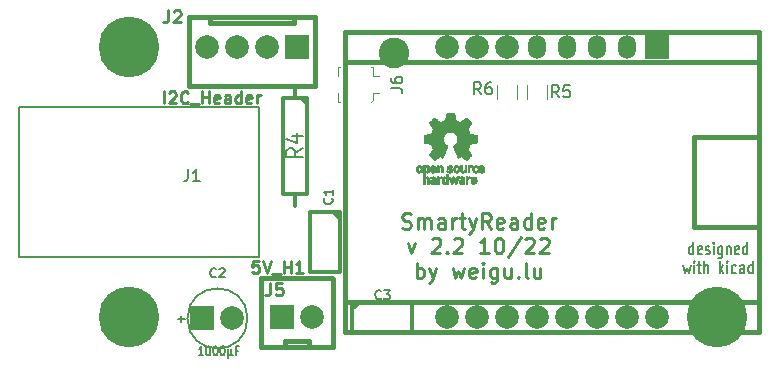
<source format=gbr>
%TF.GenerationSoftware,KiCad,Pcbnew,6.0.2+dfsg-1*%
%TF.CreationDate,2022-10-03T17:06:02+02:00*%
%TF.ProjectId,smartyreader_ng_lora,736d6172-7479-4726-9561-6465725f6e67,rev?*%
%TF.SameCoordinates,Original*%
%TF.FileFunction,Legend,Top*%
%TF.FilePolarity,Positive*%
%FSLAX46Y46*%
G04 Gerber Fmt 4.6, Leading zero omitted, Abs format (unit mm)*
G04 Created by KiCad (PCBNEW 6.0.2+dfsg-1) date 2022-10-03 17:06:02*
%MOMM*%
%LPD*%
G01*
G04 APERTURE LIST*
%ADD10C,0.200000*%
%ADD11C,0.250000*%
%ADD12C,0.127000*%
%ADD13C,0.150000*%
%ADD14C,0.250190*%
%ADD15C,0.203200*%
%ADD16C,0.190500*%
%ADD17C,0.381000*%
%ADD18C,0.304800*%
%ADD19C,0.120000*%
%ADD20C,0.010000*%
%ADD21C,1.998980*%
%ADD22O,1.500000X1.998980*%
%ADD23R,1.998980X1.998980*%
%ADD24C,2.600000*%
%ADD25C,5.128260*%
G04 APERTURE END LIST*
D10*
X151682714Y-125504380D02*
X151682714Y-124504380D01*
X151682714Y-125456761D02*
X151606523Y-125504380D01*
X151454142Y-125504380D01*
X151377952Y-125456761D01*
X151339857Y-125409142D01*
X151301761Y-125313904D01*
X151301761Y-125028190D01*
X151339857Y-124932952D01*
X151377952Y-124885333D01*
X151454142Y-124837714D01*
X151606523Y-124837714D01*
X151682714Y-124885333D01*
X152368428Y-125456761D02*
X152292238Y-125504380D01*
X152139857Y-125504380D01*
X152063666Y-125456761D01*
X152025571Y-125361523D01*
X152025571Y-124980571D01*
X152063666Y-124885333D01*
X152139857Y-124837714D01*
X152292238Y-124837714D01*
X152368428Y-124885333D01*
X152406523Y-124980571D01*
X152406523Y-125075809D01*
X152025571Y-125171047D01*
X152711285Y-125456761D02*
X152787476Y-125504380D01*
X152939857Y-125504380D01*
X153016047Y-125456761D01*
X153054142Y-125361523D01*
X153054142Y-125313904D01*
X153016047Y-125218666D01*
X152939857Y-125171047D01*
X152825571Y-125171047D01*
X152749380Y-125123428D01*
X152711285Y-125028190D01*
X152711285Y-124980571D01*
X152749380Y-124885333D01*
X152825571Y-124837714D01*
X152939857Y-124837714D01*
X153016047Y-124885333D01*
X153397000Y-125504380D02*
X153397000Y-124837714D01*
X153397000Y-124504380D02*
X153358904Y-124552000D01*
X153397000Y-124599619D01*
X153435095Y-124552000D01*
X153397000Y-124504380D01*
X153397000Y-124599619D01*
X154120809Y-124837714D02*
X154120809Y-125647238D01*
X154082714Y-125742476D01*
X154044619Y-125790095D01*
X153968428Y-125837714D01*
X153854142Y-125837714D01*
X153777952Y-125790095D01*
X154120809Y-125456761D02*
X154044619Y-125504380D01*
X153892238Y-125504380D01*
X153816047Y-125456761D01*
X153777952Y-125409142D01*
X153739857Y-125313904D01*
X153739857Y-125028190D01*
X153777952Y-124932952D01*
X153816047Y-124885333D01*
X153892238Y-124837714D01*
X154044619Y-124837714D01*
X154120809Y-124885333D01*
X154501761Y-124837714D02*
X154501761Y-125504380D01*
X154501761Y-124932952D02*
X154539857Y-124885333D01*
X154616047Y-124837714D01*
X154730333Y-124837714D01*
X154806523Y-124885333D01*
X154844619Y-124980571D01*
X154844619Y-125504380D01*
X155530333Y-125456761D02*
X155454142Y-125504380D01*
X155301761Y-125504380D01*
X155225571Y-125456761D01*
X155187476Y-125361523D01*
X155187476Y-124980571D01*
X155225571Y-124885333D01*
X155301761Y-124837714D01*
X155454142Y-124837714D01*
X155530333Y-124885333D01*
X155568428Y-124980571D01*
X155568428Y-125075809D01*
X155187476Y-125171047D01*
X156254142Y-125504380D02*
X156254142Y-124504380D01*
X156254142Y-125456761D02*
X156177952Y-125504380D01*
X156025571Y-125504380D01*
X155949380Y-125456761D01*
X155911285Y-125409142D01*
X155873190Y-125313904D01*
X155873190Y-125028190D01*
X155911285Y-124932952D01*
X155949380Y-124885333D01*
X156025571Y-124837714D01*
X156177952Y-124837714D01*
X156254142Y-124885333D01*
X150825571Y-126447714D02*
X150977952Y-127114380D01*
X151130333Y-126638190D01*
X151282714Y-127114380D01*
X151435095Y-126447714D01*
X151739857Y-127114380D02*
X151739857Y-126447714D01*
X151739857Y-126114380D02*
X151701761Y-126162000D01*
X151739857Y-126209619D01*
X151777952Y-126162000D01*
X151739857Y-126114380D01*
X151739857Y-126209619D01*
X152006523Y-126447714D02*
X152311285Y-126447714D01*
X152120809Y-126114380D02*
X152120809Y-126971523D01*
X152158904Y-127066761D01*
X152235095Y-127114380D01*
X152311285Y-127114380D01*
X152577952Y-127114380D02*
X152577952Y-126114380D01*
X152920809Y-127114380D02*
X152920809Y-126590571D01*
X152882714Y-126495333D01*
X152806523Y-126447714D01*
X152692238Y-126447714D01*
X152616047Y-126495333D01*
X152577952Y-126542952D01*
X153911285Y-127114380D02*
X153911285Y-126114380D01*
X153987476Y-126733428D02*
X154216047Y-127114380D01*
X154216047Y-126447714D02*
X153911285Y-126828666D01*
X154558904Y-127114380D02*
X154558904Y-126447714D01*
X154558904Y-126114380D02*
X154520809Y-126162000D01*
X154558904Y-126209619D01*
X154597000Y-126162000D01*
X154558904Y-126114380D01*
X154558904Y-126209619D01*
X155282714Y-127066761D02*
X155206523Y-127114380D01*
X155054142Y-127114380D01*
X154977952Y-127066761D01*
X154939857Y-127019142D01*
X154901761Y-126923904D01*
X154901761Y-126638190D01*
X154939857Y-126542952D01*
X154977952Y-126495333D01*
X155054142Y-126447714D01*
X155206523Y-126447714D01*
X155282714Y-126495333D01*
X155968428Y-127114380D02*
X155968428Y-126590571D01*
X155930333Y-126495333D01*
X155854142Y-126447714D01*
X155701761Y-126447714D01*
X155625571Y-126495333D01*
X155968428Y-127066761D02*
X155892238Y-127114380D01*
X155701761Y-127114380D01*
X155625571Y-127066761D01*
X155587476Y-126971523D01*
X155587476Y-126876285D01*
X155625571Y-126781047D01*
X155701761Y-126733428D01*
X155892238Y-126733428D01*
X155968428Y-126685809D01*
X156692238Y-127114380D02*
X156692238Y-126114380D01*
X156692238Y-127066761D02*
X156616047Y-127114380D01*
X156463666Y-127114380D01*
X156387476Y-127066761D01*
X156349380Y-127019142D01*
X156311285Y-126923904D01*
X156311285Y-126638190D01*
X156349380Y-126542952D01*
X156387476Y-126495333D01*
X156463666Y-126447714D01*
X156616047Y-126447714D01*
X156692238Y-126495333D01*
D11*
X127038904Y-123274190D02*
X127224619Y-123336095D01*
X127534142Y-123336095D01*
X127657952Y-123274190D01*
X127719857Y-123212285D01*
X127781761Y-123088476D01*
X127781761Y-122964666D01*
X127719857Y-122840857D01*
X127657952Y-122778952D01*
X127534142Y-122717047D01*
X127286523Y-122655142D01*
X127162714Y-122593238D01*
X127100809Y-122531333D01*
X127038904Y-122407523D01*
X127038904Y-122283714D01*
X127100809Y-122159904D01*
X127162714Y-122098000D01*
X127286523Y-122036095D01*
X127596047Y-122036095D01*
X127781761Y-122098000D01*
X128338904Y-123336095D02*
X128338904Y-122469428D01*
X128338904Y-122593238D02*
X128400809Y-122531333D01*
X128524619Y-122469428D01*
X128710333Y-122469428D01*
X128834142Y-122531333D01*
X128896047Y-122655142D01*
X128896047Y-123336095D01*
X128896047Y-122655142D02*
X128957952Y-122531333D01*
X129081761Y-122469428D01*
X129267476Y-122469428D01*
X129391285Y-122531333D01*
X129453190Y-122655142D01*
X129453190Y-123336095D01*
X130629380Y-123336095D02*
X130629380Y-122655142D01*
X130567476Y-122531333D01*
X130443666Y-122469428D01*
X130196047Y-122469428D01*
X130072238Y-122531333D01*
X130629380Y-123274190D02*
X130505571Y-123336095D01*
X130196047Y-123336095D01*
X130072238Y-123274190D01*
X130010333Y-123150380D01*
X130010333Y-123026571D01*
X130072238Y-122902761D01*
X130196047Y-122840857D01*
X130505571Y-122840857D01*
X130629380Y-122778952D01*
X131248428Y-123336095D02*
X131248428Y-122469428D01*
X131248428Y-122717047D02*
X131310333Y-122593238D01*
X131372238Y-122531333D01*
X131496047Y-122469428D01*
X131619857Y-122469428D01*
X131867476Y-122469428D02*
X132362714Y-122469428D01*
X132053190Y-122036095D02*
X132053190Y-123150380D01*
X132115095Y-123274190D01*
X132238904Y-123336095D01*
X132362714Y-123336095D01*
X132672238Y-122469428D02*
X132981761Y-123336095D01*
X133291285Y-122469428D02*
X132981761Y-123336095D01*
X132857952Y-123645619D01*
X132796047Y-123707523D01*
X132672238Y-123769428D01*
X134529380Y-123336095D02*
X134096047Y-122717047D01*
X133786523Y-123336095D02*
X133786523Y-122036095D01*
X134281761Y-122036095D01*
X134405571Y-122098000D01*
X134467476Y-122159904D01*
X134529380Y-122283714D01*
X134529380Y-122469428D01*
X134467476Y-122593238D01*
X134405571Y-122655142D01*
X134281761Y-122717047D01*
X133786523Y-122717047D01*
X135581761Y-123274190D02*
X135457952Y-123336095D01*
X135210333Y-123336095D01*
X135086523Y-123274190D01*
X135024619Y-123150380D01*
X135024619Y-122655142D01*
X135086523Y-122531333D01*
X135210333Y-122469428D01*
X135457952Y-122469428D01*
X135581761Y-122531333D01*
X135643666Y-122655142D01*
X135643666Y-122778952D01*
X135024619Y-122902761D01*
X136757952Y-123336095D02*
X136757952Y-122655142D01*
X136696047Y-122531333D01*
X136572238Y-122469428D01*
X136324619Y-122469428D01*
X136200809Y-122531333D01*
X136757952Y-123274190D02*
X136634142Y-123336095D01*
X136324619Y-123336095D01*
X136200809Y-123274190D01*
X136138904Y-123150380D01*
X136138904Y-123026571D01*
X136200809Y-122902761D01*
X136324619Y-122840857D01*
X136634142Y-122840857D01*
X136757952Y-122778952D01*
X137934142Y-123336095D02*
X137934142Y-122036095D01*
X137934142Y-123274190D02*
X137810333Y-123336095D01*
X137562714Y-123336095D01*
X137438904Y-123274190D01*
X137377000Y-123212285D01*
X137315095Y-123088476D01*
X137315095Y-122717047D01*
X137377000Y-122593238D01*
X137438904Y-122531333D01*
X137562714Y-122469428D01*
X137810333Y-122469428D01*
X137934142Y-122531333D01*
X139048428Y-123274190D02*
X138924619Y-123336095D01*
X138677000Y-123336095D01*
X138553190Y-123274190D01*
X138491285Y-123150380D01*
X138491285Y-122655142D01*
X138553190Y-122531333D01*
X138677000Y-122469428D01*
X138924619Y-122469428D01*
X139048428Y-122531333D01*
X139110333Y-122655142D01*
X139110333Y-122778952D01*
X138491285Y-122902761D01*
X139667476Y-123336095D02*
X139667476Y-122469428D01*
X139667476Y-122717047D02*
X139729380Y-122593238D01*
X139791285Y-122531333D01*
X139915095Y-122469428D01*
X140038904Y-122469428D01*
X127472238Y-124562428D02*
X127781761Y-125429095D01*
X128091285Y-124562428D01*
X129515095Y-124252904D02*
X129577000Y-124191000D01*
X129700809Y-124129095D01*
X130010333Y-124129095D01*
X130134142Y-124191000D01*
X130196047Y-124252904D01*
X130257952Y-124376714D01*
X130257952Y-124500523D01*
X130196047Y-124686238D01*
X129453190Y-125429095D01*
X130257952Y-125429095D01*
X130815095Y-125305285D02*
X130877000Y-125367190D01*
X130815095Y-125429095D01*
X130753190Y-125367190D01*
X130815095Y-125305285D01*
X130815095Y-125429095D01*
X131372238Y-124252904D02*
X131434142Y-124191000D01*
X131557952Y-124129095D01*
X131867476Y-124129095D01*
X131991285Y-124191000D01*
X132053190Y-124252904D01*
X132115095Y-124376714D01*
X132115095Y-124500523D01*
X132053190Y-124686238D01*
X131310333Y-125429095D01*
X132115095Y-125429095D01*
X134343666Y-125429095D02*
X133600809Y-125429095D01*
X133972238Y-125429095D02*
X133972238Y-124129095D01*
X133848428Y-124314809D01*
X133724619Y-124438619D01*
X133600809Y-124500523D01*
X135148428Y-124129095D02*
X135272238Y-124129095D01*
X135396047Y-124191000D01*
X135457952Y-124252904D01*
X135519857Y-124376714D01*
X135581761Y-124624333D01*
X135581761Y-124933857D01*
X135519857Y-125181476D01*
X135457952Y-125305285D01*
X135396047Y-125367190D01*
X135272238Y-125429095D01*
X135148428Y-125429095D01*
X135024619Y-125367190D01*
X134962714Y-125305285D01*
X134900809Y-125181476D01*
X134838904Y-124933857D01*
X134838904Y-124624333D01*
X134900809Y-124376714D01*
X134962714Y-124252904D01*
X135024619Y-124191000D01*
X135148428Y-124129095D01*
X137067476Y-124067190D02*
X135953190Y-125738619D01*
X137438904Y-124252904D02*
X137500809Y-124191000D01*
X137624619Y-124129095D01*
X137934142Y-124129095D01*
X138057952Y-124191000D01*
X138119857Y-124252904D01*
X138181761Y-124376714D01*
X138181761Y-124500523D01*
X138119857Y-124686238D01*
X137377000Y-125429095D01*
X138181761Y-125429095D01*
X138677000Y-124252904D02*
X138738904Y-124191000D01*
X138862714Y-124129095D01*
X139172238Y-124129095D01*
X139296047Y-124191000D01*
X139357952Y-124252904D01*
X139419857Y-124376714D01*
X139419857Y-124500523D01*
X139357952Y-124686238D01*
X138615095Y-125429095D01*
X139419857Y-125429095D01*
X128246047Y-127522095D02*
X128246047Y-126222095D01*
X128246047Y-126717333D02*
X128369857Y-126655428D01*
X128617476Y-126655428D01*
X128741285Y-126717333D01*
X128803190Y-126779238D01*
X128865095Y-126903047D01*
X128865095Y-127274476D01*
X128803190Y-127398285D01*
X128741285Y-127460190D01*
X128617476Y-127522095D01*
X128369857Y-127522095D01*
X128246047Y-127460190D01*
X129298428Y-126655428D02*
X129607952Y-127522095D01*
X129917476Y-126655428D02*
X129607952Y-127522095D01*
X129484142Y-127831619D01*
X129422238Y-127893523D01*
X129298428Y-127955428D01*
X131279380Y-126655428D02*
X131527000Y-127522095D01*
X131774619Y-126903047D01*
X132022238Y-127522095D01*
X132269857Y-126655428D01*
X133260333Y-127460190D02*
X133136523Y-127522095D01*
X132888904Y-127522095D01*
X132765095Y-127460190D01*
X132703190Y-127336380D01*
X132703190Y-126841142D01*
X132765095Y-126717333D01*
X132888904Y-126655428D01*
X133136523Y-126655428D01*
X133260333Y-126717333D01*
X133322238Y-126841142D01*
X133322238Y-126964952D01*
X132703190Y-127088761D01*
X133879380Y-127522095D02*
X133879380Y-126655428D01*
X133879380Y-126222095D02*
X133817476Y-126284000D01*
X133879380Y-126345904D01*
X133941285Y-126284000D01*
X133879380Y-126222095D01*
X133879380Y-126345904D01*
X135055571Y-126655428D02*
X135055571Y-127707809D01*
X134993666Y-127831619D01*
X134931761Y-127893523D01*
X134807952Y-127955428D01*
X134622238Y-127955428D01*
X134498428Y-127893523D01*
X135055571Y-127460190D02*
X134931761Y-127522095D01*
X134684142Y-127522095D01*
X134560333Y-127460190D01*
X134498428Y-127398285D01*
X134436523Y-127274476D01*
X134436523Y-126903047D01*
X134498428Y-126779238D01*
X134560333Y-126717333D01*
X134684142Y-126655428D01*
X134931761Y-126655428D01*
X135055571Y-126717333D01*
X136231761Y-126655428D02*
X136231761Y-127522095D01*
X135674619Y-126655428D02*
X135674619Y-127336380D01*
X135736523Y-127460190D01*
X135860333Y-127522095D01*
X136046047Y-127522095D01*
X136169857Y-127460190D01*
X136231761Y-127398285D01*
X136850809Y-127398285D02*
X136912714Y-127460190D01*
X136850809Y-127522095D01*
X136788904Y-127460190D01*
X136850809Y-127398285D01*
X136850809Y-127522095D01*
X137655571Y-127522095D02*
X137531761Y-127460190D01*
X137469857Y-127336380D01*
X137469857Y-126222095D01*
X138707952Y-126655428D02*
X138707952Y-127522095D01*
X138150809Y-126655428D02*
X138150809Y-127336380D01*
X138212714Y-127460190D01*
X138336523Y-127522095D01*
X138522238Y-127522095D01*
X138646047Y-127460190D01*
X138707952Y-127398285D01*
D12*
%TO.C,C1*%
X121048235Y-120776576D02*
X121084400Y-120812741D01*
X121120565Y-120921235D01*
X121120565Y-120993565D01*
X121084400Y-121102059D01*
X121012070Y-121174389D01*
X120939741Y-121210553D01*
X120795082Y-121246718D01*
X120686588Y-121246718D01*
X120541929Y-121210553D01*
X120469599Y-121174389D01*
X120397270Y-121102059D01*
X120361105Y-120993565D01*
X120361105Y-120921235D01*
X120397270Y-120812741D01*
X120433434Y-120776576D01*
X121120565Y-120053281D02*
X121120565Y-120487258D01*
X121120565Y-120270270D02*
X120361105Y-120270270D01*
X120469599Y-120342599D01*
X120541929Y-120414929D01*
X120578093Y-120487258D01*
D13*
%TO.C,J1*%
X108886666Y-118324380D02*
X108886666Y-119038666D01*
X108839047Y-119181523D01*
X108743809Y-119276761D01*
X108600952Y-119324380D01*
X108505714Y-119324380D01*
X109886666Y-119324380D02*
X109315238Y-119324380D01*
X109600952Y-119324380D02*
X109600952Y-118324380D01*
X109505714Y-118467238D01*
X109410476Y-118562476D01*
X109315238Y-118610095D01*
D14*
%TO.C,J2*%
X107206626Y-104861964D02*
X107206626Y-105576793D01*
X107154859Y-105719759D01*
X107051323Y-105815069D01*
X106896020Y-105862724D01*
X106792485Y-105862724D01*
X107672535Y-104957275D02*
X107724302Y-104909620D01*
X107827838Y-104861964D01*
X108086676Y-104861964D01*
X108190211Y-104909620D01*
X108241979Y-104957275D01*
X108293746Y-105052585D01*
X108293746Y-105147896D01*
X108241979Y-105290861D01*
X107620767Y-105862724D01*
X108293746Y-105862724D01*
X106855380Y-112720724D02*
X106855380Y-111719964D01*
X107290809Y-111815275D02*
X107339190Y-111767620D01*
X107435952Y-111719964D01*
X107677857Y-111719964D01*
X107774619Y-111767620D01*
X107823000Y-111815275D01*
X107871380Y-111910585D01*
X107871380Y-112005896D01*
X107823000Y-112148861D01*
X107242428Y-112720724D01*
X107871380Y-112720724D01*
X108887380Y-112625414D02*
X108839000Y-112673069D01*
X108693857Y-112720724D01*
X108597095Y-112720724D01*
X108451952Y-112673069D01*
X108355190Y-112577759D01*
X108306809Y-112482448D01*
X108258428Y-112291827D01*
X108258428Y-112148861D01*
X108306809Y-111958240D01*
X108355190Y-111862930D01*
X108451952Y-111767620D01*
X108597095Y-111719964D01*
X108693857Y-111719964D01*
X108839000Y-111767620D01*
X108887380Y-111815275D01*
X109080904Y-112816035D02*
X109855000Y-112816035D01*
X110096904Y-112720724D02*
X110096904Y-111719964D01*
X110096904Y-112196517D02*
X110677476Y-112196517D01*
X110677476Y-112720724D02*
X110677476Y-111719964D01*
X111548333Y-112673069D02*
X111451571Y-112720724D01*
X111258047Y-112720724D01*
X111161285Y-112673069D01*
X111112904Y-112577759D01*
X111112904Y-112196517D01*
X111161285Y-112101206D01*
X111258047Y-112053551D01*
X111451571Y-112053551D01*
X111548333Y-112101206D01*
X111596714Y-112196517D01*
X111596714Y-112291827D01*
X111112904Y-112387138D01*
X112467571Y-112720724D02*
X112467571Y-112196517D01*
X112419190Y-112101206D01*
X112322428Y-112053551D01*
X112128904Y-112053551D01*
X112032142Y-112101206D01*
X112467571Y-112673069D02*
X112370809Y-112720724D01*
X112128904Y-112720724D01*
X112032142Y-112673069D01*
X111983761Y-112577759D01*
X111983761Y-112482448D01*
X112032142Y-112387138D01*
X112128904Y-112339482D01*
X112370809Y-112339482D01*
X112467571Y-112291827D01*
X113386809Y-112720724D02*
X113386809Y-111719964D01*
X113386809Y-112673069D02*
X113290047Y-112720724D01*
X113096523Y-112720724D01*
X112999761Y-112673069D01*
X112951380Y-112625414D01*
X112903000Y-112530103D01*
X112903000Y-112244172D01*
X112951380Y-112148861D01*
X112999761Y-112101206D01*
X113096523Y-112053551D01*
X113290047Y-112053551D01*
X113386809Y-112101206D01*
X114257666Y-112673069D02*
X114160904Y-112720724D01*
X113967380Y-112720724D01*
X113870619Y-112673069D01*
X113822238Y-112577759D01*
X113822238Y-112196517D01*
X113870619Y-112101206D01*
X113967380Y-112053551D01*
X114160904Y-112053551D01*
X114257666Y-112101206D01*
X114306047Y-112196517D01*
X114306047Y-112291827D01*
X113822238Y-112387138D01*
X114741476Y-112720724D02*
X114741476Y-112053551D01*
X114741476Y-112244172D02*
X114789857Y-112148861D01*
X114838238Y-112101206D01*
X114935000Y-112053551D01*
X115031761Y-112053551D01*
%TO.C,J5*%
X115842626Y-127975964D02*
X115842626Y-128690793D01*
X115790859Y-128833759D01*
X115687323Y-128929069D01*
X115532020Y-128976724D01*
X115428485Y-128976724D01*
X116877979Y-127975964D02*
X116360302Y-127975964D01*
X116308535Y-128452517D01*
X116360302Y-128404861D01*
X116463838Y-128357206D01*
X116722676Y-128357206D01*
X116826211Y-128404861D01*
X116877979Y-128452517D01*
X116929746Y-128547827D01*
X116929746Y-128786103D01*
X116877979Y-128881414D01*
X116826211Y-128929069D01*
X116722676Y-128976724D01*
X116463838Y-128976724D01*
X116360302Y-128929069D01*
X116308535Y-128881414D01*
X114862428Y-126070964D02*
X114378619Y-126070964D01*
X114330238Y-126547517D01*
X114378619Y-126499861D01*
X114475380Y-126452206D01*
X114717285Y-126452206D01*
X114814047Y-126499861D01*
X114862428Y-126547517D01*
X114910809Y-126642827D01*
X114910809Y-126881103D01*
X114862428Y-126976414D01*
X114814047Y-127024069D01*
X114717285Y-127071724D01*
X114475380Y-127071724D01*
X114378619Y-127024069D01*
X114330238Y-126976414D01*
X115201095Y-126070964D02*
X115539761Y-127071724D01*
X115878428Y-126070964D01*
X115975190Y-127167035D02*
X116749285Y-127167035D01*
X116991190Y-127071724D02*
X116991190Y-126070964D01*
X116991190Y-126547517D02*
X117571761Y-126547517D01*
X117571761Y-127071724D02*
X117571761Y-126070964D01*
X118587761Y-127071724D02*
X118007190Y-127071724D01*
X118297476Y-127071724D02*
X118297476Y-126070964D01*
X118200714Y-126213930D01*
X118103952Y-126309240D01*
X118007190Y-126356896D01*
D15*
%TO.C,R4*%
X118614976Y-116543666D02*
X117949738Y-116967000D01*
X118614976Y-117269380D02*
X117217976Y-117269380D01*
X117217976Y-116785571D01*
X117284500Y-116664619D01*
X117351023Y-116604142D01*
X117484071Y-116543666D01*
X117683642Y-116543666D01*
X117816690Y-116604142D01*
X117883214Y-116664619D01*
X117949738Y-116785571D01*
X117949738Y-117269380D01*
X117683642Y-115455095D02*
X118614976Y-115455095D01*
X117151452Y-115757476D02*
X118149309Y-116059857D01*
X118149309Y-115273666D01*
D13*
%TO.C,R5*%
X140295333Y-112212380D02*
X139962000Y-111736190D01*
X139723904Y-112212380D02*
X139723904Y-111212380D01*
X140104857Y-111212380D01*
X140200095Y-111260000D01*
X140247714Y-111307619D01*
X140295333Y-111402857D01*
X140295333Y-111545714D01*
X140247714Y-111640952D01*
X140200095Y-111688571D01*
X140104857Y-111736190D01*
X139723904Y-111736190D01*
X141200095Y-111212380D02*
X140723904Y-111212380D01*
X140676285Y-111688571D01*
X140723904Y-111640952D01*
X140819142Y-111593333D01*
X141057238Y-111593333D01*
X141152476Y-111640952D01*
X141200095Y-111688571D01*
X141247714Y-111783809D01*
X141247714Y-112021904D01*
X141200095Y-112117142D01*
X141152476Y-112164761D01*
X141057238Y-112212380D01*
X140819142Y-112212380D01*
X140723904Y-112164761D01*
X140676285Y-112117142D01*
D12*
%TO.C,C3*%
X125222423Y-129239735D02*
X125186258Y-129275900D01*
X125077764Y-129312065D01*
X125005434Y-129312065D01*
X124896940Y-129275900D01*
X124824610Y-129203570D01*
X124788446Y-129131241D01*
X124752281Y-128986582D01*
X124752281Y-128878088D01*
X124788446Y-128733429D01*
X124824610Y-128661099D01*
X124896940Y-128588770D01*
X125005434Y-128552605D01*
X125077764Y-128552605D01*
X125186258Y-128588770D01*
X125222423Y-128624934D01*
X125475576Y-128552605D02*
X125945718Y-128552605D01*
X125692565Y-128841923D01*
X125801059Y-128841923D01*
X125873389Y-128878088D01*
X125909553Y-128914252D01*
X125945718Y-128986582D01*
X125945718Y-129167406D01*
X125909553Y-129239735D01*
X125873389Y-129275900D01*
X125801059Y-129312065D01*
X125584070Y-129312065D01*
X125511741Y-129275900D01*
X125475576Y-129239735D01*
D13*
%TO.C,J6*%
X126039380Y-111458333D02*
X126753666Y-111458333D01*
X126896523Y-111505952D01*
X126991761Y-111601190D01*
X127039380Y-111744047D01*
X127039380Y-111839285D01*
X126039380Y-110553571D02*
X126039380Y-110744047D01*
X126087000Y-110839285D01*
X126134619Y-110886904D01*
X126277476Y-110982142D01*
X126467952Y-111029761D01*
X126848904Y-111029761D01*
X126944142Y-110982142D01*
X126991761Y-110934523D01*
X127039380Y-110839285D01*
X127039380Y-110648809D01*
X126991761Y-110553571D01*
X126944142Y-110505952D01*
X126848904Y-110458333D01*
X126610809Y-110458333D01*
X126515571Y-110505952D01*
X126467952Y-110553571D01*
X126420333Y-110648809D01*
X126420333Y-110839285D01*
X126467952Y-110934523D01*
X126515571Y-110982142D01*
X126610809Y-111029761D01*
%TO.C,R6*%
X133691333Y-111958380D02*
X133358000Y-111482190D01*
X133119904Y-111958380D02*
X133119904Y-110958380D01*
X133500857Y-110958380D01*
X133596095Y-111006000D01*
X133643714Y-111053619D01*
X133691333Y-111148857D01*
X133691333Y-111291714D01*
X133643714Y-111386952D01*
X133596095Y-111434571D01*
X133500857Y-111482190D01*
X133119904Y-111482190D01*
X134548476Y-110958380D02*
X134358000Y-110958380D01*
X134262761Y-111006000D01*
X134215142Y-111053619D01*
X134119904Y-111196476D01*
X134072285Y-111386952D01*
X134072285Y-111767904D01*
X134119904Y-111863142D01*
X134167523Y-111910761D01*
X134262761Y-111958380D01*
X134453238Y-111958380D01*
X134548476Y-111910761D01*
X134596095Y-111863142D01*
X134643714Y-111767904D01*
X134643714Y-111529809D01*
X134596095Y-111434571D01*
X134548476Y-111386952D01*
X134453238Y-111339333D01*
X134262761Y-111339333D01*
X134167523Y-111386952D01*
X134119904Y-111434571D01*
X134072285Y-111529809D01*
D12*
%TO.C,C2*%
X111252000Y-127399142D02*
X111215714Y-127435428D01*
X111106857Y-127471714D01*
X111034285Y-127471714D01*
X110925428Y-127435428D01*
X110852857Y-127362857D01*
X110816571Y-127290285D01*
X110780285Y-127145142D01*
X110780285Y-127036285D01*
X110816571Y-126891142D01*
X110852857Y-126818571D01*
X110925428Y-126746000D01*
X111034285Y-126709714D01*
X111106857Y-126709714D01*
X111215714Y-126746000D01*
X111252000Y-126782285D01*
X111542285Y-126782285D02*
X111578571Y-126746000D01*
X111651142Y-126709714D01*
X111832571Y-126709714D01*
X111905142Y-126746000D01*
X111941428Y-126782285D01*
X111977714Y-126854857D01*
X111977714Y-126927428D01*
X111941428Y-127036285D01*
X111506000Y-127471714D01*
X111977714Y-127471714D01*
X110175523Y-134075714D02*
X109812666Y-134075714D01*
X109994095Y-134075714D02*
X109994095Y-133313714D01*
X109933619Y-133422571D01*
X109873142Y-133495142D01*
X109812666Y-133531428D01*
X110568619Y-133313714D02*
X110629095Y-133313714D01*
X110689571Y-133350000D01*
X110719809Y-133386285D01*
X110750047Y-133458857D01*
X110780285Y-133604000D01*
X110780285Y-133785428D01*
X110750047Y-133930571D01*
X110719809Y-134003142D01*
X110689571Y-134039428D01*
X110629095Y-134075714D01*
X110568619Y-134075714D01*
X110508142Y-134039428D01*
X110477904Y-134003142D01*
X110447666Y-133930571D01*
X110417428Y-133785428D01*
X110417428Y-133604000D01*
X110447666Y-133458857D01*
X110477904Y-133386285D01*
X110508142Y-133350000D01*
X110568619Y-133313714D01*
X111173380Y-133313714D02*
X111233857Y-133313714D01*
X111294333Y-133350000D01*
X111324571Y-133386285D01*
X111354809Y-133458857D01*
X111385047Y-133604000D01*
X111385047Y-133785428D01*
X111354809Y-133930571D01*
X111324571Y-134003142D01*
X111294333Y-134039428D01*
X111233857Y-134075714D01*
X111173380Y-134075714D01*
X111112904Y-134039428D01*
X111082666Y-134003142D01*
X111052428Y-133930571D01*
X111022190Y-133785428D01*
X111022190Y-133604000D01*
X111052428Y-133458857D01*
X111082666Y-133386285D01*
X111112904Y-133350000D01*
X111173380Y-133313714D01*
X111778142Y-133313714D02*
X111838619Y-133313714D01*
X111899095Y-133350000D01*
X111929333Y-133386285D01*
X111959571Y-133458857D01*
X111989809Y-133604000D01*
X111989809Y-133785428D01*
X111959571Y-133930571D01*
X111929333Y-134003142D01*
X111899095Y-134039428D01*
X111838619Y-134075714D01*
X111778142Y-134075714D01*
X111717666Y-134039428D01*
X111687428Y-134003142D01*
X111657190Y-133930571D01*
X111626952Y-133785428D01*
X111626952Y-133604000D01*
X111657190Y-133458857D01*
X111687428Y-133386285D01*
X111717666Y-133350000D01*
X111778142Y-133313714D01*
X112261952Y-133567714D02*
X112261952Y-134329714D01*
X112564333Y-133966857D02*
X112594571Y-134039428D01*
X112655047Y-134075714D01*
X112261952Y-133966857D02*
X112292190Y-134039428D01*
X112352666Y-134075714D01*
X112473619Y-134075714D01*
X112534095Y-134039428D01*
X112564333Y-133966857D01*
X112564333Y-133567714D01*
X113138857Y-133676571D02*
X112927190Y-133676571D01*
X112927190Y-134075714D02*
X112927190Y-133313714D01*
X113229571Y-133313714D01*
D16*
X108040714Y-130991428D02*
X108621285Y-130991428D01*
X108331000Y-131281714D02*
X108331000Y-130701142D01*
D17*
%TO.C,W1*%
X157210000Y-129540000D02*
X122190000Y-129540000D01*
X151765000Y-115570000D02*
X151765000Y-123190000D01*
X157210000Y-132080000D02*
X122200000Y-132080000D01*
X151859000Y-123190000D02*
X157099000Y-123190000D01*
X157099000Y-115570000D02*
X151859000Y-115570000D01*
X122190000Y-106680000D02*
X157210000Y-106680000D01*
X157226000Y-106680000D02*
X157226000Y-132080000D01*
X122174000Y-132080000D02*
X122174000Y-106680000D01*
X157210000Y-109220000D02*
X122190000Y-109220000D01*
D18*
%TO.C,C1*%
X119253000Y-127000000D02*
X119253000Y-121920000D01*
X119253000Y-121920000D02*
X121793000Y-121920000D01*
X121158000Y-121920000D02*
X121793000Y-122555000D01*
X121793000Y-127000000D02*
X119253000Y-127000000D01*
X121793000Y-121970800D02*
X121793000Y-127000000D01*
D13*
%TO.C,J1*%
X94615000Y-125730000D02*
X94615000Y-113665000D01*
X114935000Y-113030000D02*
X114935000Y-125730000D01*
X114935000Y-113030000D02*
X94615000Y-113030000D01*
X94615000Y-113030000D02*
X94615000Y-113665000D01*
X114935000Y-125730000D02*
X94615000Y-125730000D01*
D17*
%TO.C,J2*%
X112522000Y-107442000D02*
X112522000Y-108458000D01*
X116078000Y-108458000D02*
X115062000Y-108458000D01*
X116078000Y-108458000D02*
X116078000Y-107442000D01*
X112522000Y-108458000D02*
X113538000Y-108458000D01*
X115062000Y-108458000D02*
X115062000Y-107442000D01*
X113538000Y-108458000D02*
X113538000Y-107442000D01*
X117856000Y-105410000D02*
X117856000Y-105918000D01*
X108966000Y-105410000D02*
X119634000Y-105410000D01*
X119634000Y-111252000D02*
X108966000Y-111252000D01*
X118618000Y-107442000D02*
X117602000Y-107442000D01*
X113538000Y-107442000D02*
X112522000Y-107442000D01*
X108966000Y-110744000D02*
X108966000Y-105410000D01*
X110744000Y-105918000D02*
X110744000Y-105410000D01*
X109982000Y-107442000D02*
X109982000Y-108458000D01*
X115062000Y-107442000D02*
X116078000Y-107442000D01*
X117856000Y-105918000D02*
X110744000Y-105918000D01*
X117602000Y-108458000D02*
X118618000Y-108458000D01*
X110998000Y-107442000D02*
X109982000Y-107442000D01*
X109982000Y-108458000D02*
X110998000Y-108458000D01*
X119634000Y-105410000D02*
X119634000Y-111252000D01*
X108966000Y-111252000D02*
X108966000Y-110744000D01*
X117602000Y-107442000D02*
X117602000Y-108458000D01*
X110998000Y-108458000D02*
X110998000Y-107442000D01*
X118618000Y-108458000D02*
X118618000Y-107442000D01*
%TO.C,J5*%
X117094000Y-133350000D02*
X117094000Y-132842000D01*
X117348000Y-130302000D02*
X116332000Y-130302000D01*
X117348000Y-131318000D02*
X117348000Y-130302000D01*
X119888000Y-130302000D02*
X119888000Y-131318000D01*
X121110000Y-133350000D02*
X115110000Y-133350000D01*
X118872000Y-130302000D02*
X119888000Y-130302000D01*
X115110000Y-127508000D02*
X121110000Y-127508000D01*
X119126000Y-132842000D02*
X119126000Y-133350000D01*
X118872000Y-130302000D02*
X118872000Y-131318000D01*
X119888000Y-131318000D02*
X118872000Y-131318000D01*
X116332000Y-130302000D02*
X116332000Y-131318000D01*
X121158000Y-127610000D02*
X121158000Y-133350000D01*
X116332000Y-131318000D02*
X117348000Y-131318000D01*
X115062000Y-133350000D02*
X115062000Y-127508000D01*
X117094000Y-132842000D02*
X119110000Y-132842000D01*
D18*
%TO.C,R4*%
X117983000Y-121412000D02*
X117983000Y-120396000D01*
X117983000Y-112268000D02*
X118999000Y-112268000D01*
X116967000Y-112268000D02*
X117983000Y-112268000D01*
X118491000Y-112268000D02*
X118999000Y-112776000D01*
X116967000Y-120396000D02*
X116967000Y-112268000D01*
X118999000Y-120396000D02*
X116967000Y-120396000D01*
X117983000Y-111252000D02*
X117983000Y-112268000D01*
X118999000Y-112268000D02*
X118999000Y-120396000D01*
D19*
%TO.C,R5*%
X139310000Y-111160000D02*
X139310000Y-112360000D01*
X137550000Y-112360000D02*
X137550000Y-111160000D01*
D18*
%TO.C,C3*%
X122859800Y-129540000D02*
X127889000Y-129540000D01*
X122809000Y-132080000D02*
X122809000Y-129540000D01*
X127889000Y-132080000D02*
X122809000Y-132080000D01*
X127889000Y-129540000D02*
X127889000Y-132080000D01*
X122809000Y-130175000D02*
X123444000Y-129540000D01*
D19*
%TO.C,J6*%
X124387000Y-109625000D02*
X124587000Y-109625000D01*
X124587000Y-111825000D02*
X125087000Y-111825000D01*
X121587000Y-112625000D02*
X121587000Y-111825000D01*
X121787000Y-112625000D02*
X121587000Y-112625000D01*
X124587000Y-109625000D02*
X124587000Y-110425000D01*
X124587000Y-112425000D02*
X124387000Y-112625000D01*
X124587000Y-111825000D02*
X124587000Y-112425000D01*
X121587000Y-109625000D02*
X121787000Y-109625000D01*
X124587000Y-110425000D02*
X125087000Y-110425000D01*
X121587000Y-110425000D02*
X121587000Y-109625000D01*
%TO.C,R6*%
X136770000Y-111160000D02*
X136770000Y-112360000D01*
X135010000Y-112360000D02*
X135010000Y-111160000D01*
D12*
%TO.C,C2*%
X113922173Y-130937000D02*
G75*
G03*
X113922173Y-130937000I-2543173J0D01*
G01*
D20*
%TO.C,LOGO?2*%
X133111618Y-118923664D02*
X133171722Y-118939291D01*
X133171722Y-118939291D02*
X133222058Y-118971542D01*
X133222058Y-118971542D02*
X133246430Y-118995634D01*
X133246430Y-118995634D02*
X133286382Y-119052589D01*
X133286382Y-119052589D02*
X133309279Y-119118659D01*
X133309279Y-119118659D02*
X133317145Y-119199876D01*
X133317145Y-119199876D02*
X133317185Y-119206442D01*
X133317185Y-119206442D02*
X133317255Y-119272457D01*
X133317255Y-119272457D02*
X132937301Y-119272457D01*
X132937301Y-119272457D02*
X132945400Y-119307036D01*
X132945400Y-119307036D02*
X132960024Y-119338353D01*
X132960024Y-119338353D02*
X132985618Y-119370985D01*
X132985618Y-119370985D02*
X132990972Y-119376194D01*
X132990972Y-119376194D02*
X133036980Y-119404388D01*
X133036980Y-119404388D02*
X133089447Y-119409169D01*
X133089447Y-119409169D02*
X133149840Y-119390620D01*
X133149840Y-119390620D02*
X133160077Y-119385625D01*
X133160077Y-119385625D02*
X133191476Y-119370439D01*
X133191476Y-119370439D02*
X133212507Y-119361788D01*
X133212507Y-119361788D02*
X133216176Y-119360987D01*
X133216176Y-119360987D02*
X133228985Y-119368757D01*
X133228985Y-119368757D02*
X133253415Y-119387766D01*
X133253415Y-119387766D02*
X133265816Y-119398154D01*
X133265816Y-119398154D02*
X133291513Y-119422015D01*
X133291513Y-119422015D02*
X133299952Y-119437771D01*
X133299952Y-119437771D02*
X133294095Y-119452265D01*
X133294095Y-119452265D02*
X133290965Y-119456228D01*
X133290965Y-119456228D02*
X133269762Y-119473573D01*
X133269762Y-119473573D02*
X133234775Y-119494653D01*
X133234775Y-119494653D02*
X133210374Y-119506959D01*
X133210374Y-119506959D02*
X133141109Y-119528640D01*
X133141109Y-119528640D02*
X133064425Y-119535665D01*
X133064425Y-119535665D02*
X132991802Y-119527341D01*
X132991802Y-119527341D02*
X132971463Y-119521380D01*
X132971463Y-119521380D02*
X132908513Y-119487646D01*
X132908513Y-119487646D02*
X132861852Y-119435739D01*
X132861852Y-119435739D02*
X132831210Y-119365153D01*
X132831210Y-119365153D02*
X132816319Y-119275386D01*
X132816319Y-119275386D02*
X132814684Y-119228447D01*
X132814684Y-119228447D02*
X132819458Y-119160107D01*
X132819458Y-119160107D02*
X132940027Y-119160107D01*
X132940027Y-119160107D02*
X132951689Y-119165159D01*
X132951689Y-119165159D02*
X132983035Y-119169123D01*
X132983035Y-119169123D02*
X133028608Y-119171462D01*
X133028608Y-119171462D02*
X133059483Y-119171863D01*
X133059483Y-119171863D02*
X133115018Y-119171477D01*
X133115018Y-119171477D02*
X133150070Y-119169669D01*
X133150070Y-119169669D02*
X133169299Y-119165467D01*
X133169299Y-119165467D02*
X133177367Y-119157897D01*
X133177367Y-119157897D02*
X133178938Y-119146912D01*
X133178938Y-119146912D02*
X133168158Y-119113075D01*
X133168158Y-119113075D02*
X133141017Y-119079634D01*
X133141017Y-119079634D02*
X133105314Y-119053966D01*
X133105314Y-119053966D02*
X133069597Y-119043466D01*
X133069597Y-119043466D02*
X133021085Y-119052780D01*
X133021085Y-119052780D02*
X132979090Y-119079707D01*
X132979090Y-119079707D02*
X132949973Y-119118521D01*
X132949973Y-119118521D02*
X132940027Y-119160107D01*
X132940027Y-119160107D02*
X132819458Y-119160107D01*
X132819458Y-119160107D02*
X132821636Y-119128930D01*
X132821636Y-119128930D02*
X132843092Y-119049643D01*
X132843092Y-119049643D02*
X132879507Y-118989957D01*
X132879507Y-118989957D02*
X132931334Y-118949243D01*
X132931334Y-118949243D02*
X132999027Y-118926873D01*
X132999027Y-118926873D02*
X133035699Y-118922565D01*
X133035699Y-118922565D02*
X133111618Y-118923664D01*
X133111618Y-118923664D02*
X133111618Y-118923664D01*
G36*
X132843092Y-119049643D02*
G01*
X132879507Y-118989957D01*
X132931334Y-118949243D01*
X132999027Y-118926873D01*
X133035699Y-118922565D01*
X133111618Y-118923664D01*
X133171722Y-118939291D01*
X133222058Y-118971542D01*
X133246430Y-118995634D01*
X133286382Y-119052589D01*
X133309279Y-119118659D01*
X133317145Y-119199876D01*
X133317185Y-119206442D01*
X133317255Y-119272457D01*
X132937301Y-119272457D01*
X132945400Y-119307036D01*
X132960024Y-119338353D01*
X132985618Y-119370985D01*
X132990972Y-119376194D01*
X133036980Y-119404388D01*
X133089447Y-119409169D01*
X133149840Y-119390620D01*
X133160077Y-119385625D01*
X133191476Y-119370439D01*
X133212507Y-119361788D01*
X133216176Y-119360987D01*
X133228985Y-119368757D01*
X133253415Y-119387766D01*
X133265816Y-119398154D01*
X133291513Y-119422015D01*
X133299952Y-119437771D01*
X133294095Y-119452265D01*
X133290965Y-119456228D01*
X133269762Y-119473573D01*
X133234775Y-119494653D01*
X133210374Y-119506959D01*
X133141109Y-119528640D01*
X133064425Y-119535665D01*
X132991802Y-119527341D01*
X132971463Y-119521380D01*
X132908513Y-119487646D01*
X132861852Y-119435739D01*
X132831210Y-119365153D01*
X132816319Y-119275386D01*
X132814684Y-119228447D01*
X132819458Y-119160107D01*
X132940027Y-119160107D01*
X132951689Y-119165159D01*
X132983035Y-119169123D01*
X133028608Y-119171462D01*
X133059483Y-119171863D01*
X133115018Y-119171477D01*
X133150070Y-119169669D01*
X133169299Y-119165467D01*
X133177367Y-119157897D01*
X133178938Y-119146912D01*
X133168158Y-119113075D01*
X133141017Y-119079634D01*
X133105314Y-119053966D01*
X133069597Y-119043466D01*
X133021085Y-119052780D01*
X132979090Y-119079707D01*
X132949973Y-119118521D01*
X132940027Y-119160107D01*
X132819458Y-119160107D01*
X132821636Y-119128930D01*
X132843092Y-119049643D01*
G37*
X132843092Y-119049643D02*
X132879507Y-118989957D01*
X132931334Y-118949243D01*
X132999027Y-118926873D01*
X133035699Y-118922565D01*
X133111618Y-118923664D01*
X133171722Y-118939291D01*
X133222058Y-118971542D01*
X133246430Y-118995634D01*
X133286382Y-119052589D01*
X133309279Y-119118659D01*
X133317145Y-119199876D01*
X133317185Y-119206442D01*
X133317255Y-119272457D01*
X132937301Y-119272457D01*
X132945400Y-119307036D01*
X132960024Y-119338353D01*
X132985618Y-119370985D01*
X132990972Y-119376194D01*
X133036980Y-119404388D01*
X133089447Y-119409169D01*
X133149840Y-119390620D01*
X133160077Y-119385625D01*
X133191476Y-119370439D01*
X133212507Y-119361788D01*
X133216176Y-119360987D01*
X133228985Y-119368757D01*
X133253415Y-119387766D01*
X133265816Y-119398154D01*
X133291513Y-119422015D01*
X133299952Y-119437771D01*
X133294095Y-119452265D01*
X133290965Y-119456228D01*
X133269762Y-119473573D01*
X133234775Y-119494653D01*
X133210374Y-119506959D01*
X133141109Y-119528640D01*
X133064425Y-119535665D01*
X132991802Y-119527341D01*
X132971463Y-119521380D01*
X132908513Y-119487646D01*
X132861852Y-119435739D01*
X132831210Y-119365153D01*
X132816319Y-119275386D01*
X132814684Y-119228447D01*
X132819458Y-119160107D01*
X132940027Y-119160107D01*
X132951689Y-119165159D01*
X132983035Y-119169123D01*
X133028608Y-119171462D01*
X133059483Y-119171863D01*
X133115018Y-119171477D01*
X133150070Y-119169669D01*
X133169299Y-119165467D01*
X133177367Y-119157897D01*
X133178938Y-119146912D01*
X133168158Y-119113075D01*
X133141017Y-119079634D01*
X133105314Y-119053966D01*
X133069597Y-119043466D01*
X133021085Y-119052780D01*
X132979090Y-119079707D01*
X132949973Y-119118521D01*
X132940027Y-119160107D01*
X132819458Y-119160107D01*
X132821636Y-119128930D01*
X132843092Y-119049643D01*
X131456001Y-113808712D02*
X131512849Y-114110264D01*
X131512849Y-114110264D02*
X131932375Y-114283206D01*
X131932375Y-114283206D02*
X132184021Y-114112089D01*
X132184021Y-114112089D02*
X132254495Y-114064444D01*
X132254495Y-114064444D02*
X132318200Y-114021904D01*
X132318200Y-114021904D02*
X132372163Y-113986409D01*
X132372163Y-113986409D02*
X132413410Y-113959904D01*
X132413410Y-113959904D02*
X132438971Y-113944330D01*
X132438971Y-113944330D02*
X132445932Y-113940972D01*
X132445932Y-113940972D02*
X132458472Y-113949608D01*
X132458472Y-113949608D02*
X132485268Y-113973486D01*
X132485268Y-113973486D02*
X132523317Y-114009553D01*
X132523317Y-114009553D02*
X132569616Y-114054761D01*
X132569616Y-114054761D02*
X132621160Y-114106058D01*
X132621160Y-114106058D02*
X132674946Y-114160395D01*
X132674946Y-114160395D02*
X132727972Y-114214722D01*
X132727972Y-114214722D02*
X132777232Y-114265989D01*
X132777232Y-114265989D02*
X132819724Y-114311145D01*
X132819724Y-114311145D02*
X132852444Y-114347140D01*
X132852444Y-114347140D02*
X132872388Y-114370924D01*
X132872388Y-114370924D02*
X132877156Y-114378884D01*
X132877156Y-114378884D02*
X132870294Y-114393559D01*
X132870294Y-114393559D02*
X132851057Y-114425708D01*
X132851057Y-114425708D02*
X132821467Y-114472186D01*
X132821467Y-114472186D02*
X132783547Y-114529850D01*
X132783547Y-114529850D02*
X132739319Y-114595554D01*
X132739319Y-114595554D02*
X132713691Y-114633030D01*
X132713691Y-114633030D02*
X132666978Y-114701462D01*
X132666978Y-114701462D02*
X132625469Y-114763214D01*
X132625469Y-114763214D02*
X132591177Y-114815213D01*
X132591177Y-114815213D02*
X132566117Y-114854386D01*
X132566117Y-114854386D02*
X132552301Y-114877659D01*
X132552301Y-114877659D02*
X132550225Y-114882549D01*
X132550225Y-114882549D02*
X132554932Y-114896449D01*
X132554932Y-114896449D02*
X132567760Y-114928844D01*
X132567760Y-114928844D02*
X132586775Y-114975179D01*
X132586775Y-114975179D02*
X132610040Y-115030900D01*
X132610040Y-115030900D02*
X132635621Y-115091452D01*
X132635621Y-115091452D02*
X132661582Y-115152280D01*
X132661582Y-115152280D02*
X132685987Y-115208830D01*
X132685987Y-115208830D02*
X132706900Y-115256546D01*
X132706900Y-115256546D02*
X132722386Y-115290875D01*
X132722386Y-115290875D02*
X132730509Y-115307262D01*
X132730509Y-115307262D02*
X132730989Y-115307906D01*
X132730989Y-115307906D02*
X132743744Y-115311035D01*
X132743744Y-115311035D02*
X132777714Y-115318015D01*
X132777714Y-115318015D02*
X132829377Y-115328161D01*
X132829377Y-115328161D02*
X132895213Y-115340786D01*
X132895213Y-115340786D02*
X132971701Y-115355203D01*
X132971701Y-115355203D02*
X133016327Y-115363517D01*
X133016327Y-115363517D02*
X133098058Y-115379078D01*
X133098058Y-115379078D02*
X133171880Y-115393886D01*
X133171880Y-115393886D02*
X133234058Y-115407130D01*
X133234058Y-115407130D02*
X133280859Y-115417999D01*
X133280859Y-115417999D02*
X133308546Y-115425683D01*
X133308546Y-115425683D02*
X133314111Y-115428121D01*
X133314111Y-115428121D02*
X133319563Y-115444624D01*
X133319563Y-115444624D02*
X133323961Y-115481894D01*
X133323961Y-115481894D02*
X133327309Y-115535574D01*
X133327309Y-115535574D02*
X133329611Y-115601306D01*
X133329611Y-115601306D02*
X133330869Y-115674731D01*
X133330869Y-115674731D02*
X133331085Y-115751490D01*
X133331085Y-115751490D02*
X133330264Y-115827226D01*
X133330264Y-115827226D02*
X133328408Y-115897580D01*
X133328408Y-115897580D02*
X133325519Y-115958194D01*
X133325519Y-115958194D02*
X133321602Y-116004710D01*
X133321602Y-116004710D02*
X133316659Y-116032769D01*
X133316659Y-116032769D02*
X133313694Y-116038610D01*
X133313694Y-116038610D02*
X133295971Y-116045611D01*
X133295971Y-116045611D02*
X133258418Y-116055621D01*
X133258418Y-116055621D02*
X133206001Y-116067463D01*
X133206001Y-116067463D02*
X133143689Y-116079961D01*
X133143689Y-116079961D02*
X133121937Y-116084004D01*
X133121937Y-116084004D02*
X133017061Y-116103214D01*
X133017061Y-116103214D02*
X132934217Y-116118685D01*
X132934217Y-116118685D02*
X132870667Y-116131031D01*
X132870667Y-116131031D02*
X132823674Y-116140867D01*
X132823674Y-116140867D02*
X132790500Y-116148808D01*
X132790500Y-116148808D02*
X132768408Y-116155470D01*
X132768408Y-116155470D02*
X132754661Y-116161467D01*
X132754661Y-116161467D02*
X132746521Y-116167413D01*
X132746521Y-116167413D02*
X132745382Y-116168588D01*
X132745382Y-116168588D02*
X132734014Y-116187520D01*
X132734014Y-116187520D02*
X132716672Y-116224363D01*
X132716672Y-116224363D02*
X132695087Y-116274607D01*
X132695087Y-116274607D02*
X132670991Y-116333740D01*
X132670991Y-116333740D02*
X132646116Y-116397250D01*
X132646116Y-116397250D02*
X132622194Y-116460626D01*
X132622194Y-116460626D02*
X132600956Y-116519356D01*
X132600956Y-116519356D02*
X132584134Y-116568929D01*
X132584134Y-116568929D02*
X132573459Y-116604833D01*
X132573459Y-116604833D02*
X132570664Y-116622556D01*
X132570664Y-116622556D02*
X132570897Y-116623177D01*
X132570897Y-116623177D02*
X132580368Y-116637664D01*
X132580368Y-116637664D02*
X132601855Y-116669538D01*
X132601855Y-116669538D02*
X132633100Y-116715483D01*
X132633100Y-116715483D02*
X132671844Y-116772179D01*
X132671844Y-116772179D02*
X132715830Y-116836311D01*
X132715830Y-116836311D02*
X132728356Y-116854536D01*
X132728356Y-116854536D02*
X132773021Y-116920608D01*
X132773021Y-116920608D02*
X132812325Y-116980894D01*
X132812325Y-116980894D02*
X132844125Y-117031929D01*
X132844125Y-117031929D02*
X132866282Y-117070254D01*
X132866282Y-117070254D02*
X132876654Y-117092405D01*
X132876654Y-117092405D02*
X132877156Y-117095126D01*
X132877156Y-117095126D02*
X132868442Y-117109430D01*
X132868442Y-117109430D02*
X132844362Y-117137766D01*
X132844362Y-117137766D02*
X132808013Y-117177090D01*
X132808013Y-117177090D02*
X132762490Y-117224355D01*
X132762490Y-117224355D02*
X132710889Y-117276517D01*
X132710889Y-117276517D02*
X132656304Y-117330529D01*
X132656304Y-117330529D02*
X132601831Y-117383347D01*
X132601831Y-117383347D02*
X132550566Y-117431925D01*
X132550566Y-117431925D02*
X132505604Y-117473217D01*
X132505604Y-117473217D02*
X132470041Y-117504179D01*
X132470041Y-117504179D02*
X132446972Y-117521764D01*
X132446972Y-117521764D02*
X132440591Y-117524635D01*
X132440591Y-117524635D02*
X132425736Y-117517872D01*
X132425736Y-117517872D02*
X132395323Y-117499633D01*
X132395323Y-117499633D02*
X132354305Y-117472991D01*
X132354305Y-117472991D02*
X132322746Y-117451546D01*
X132322746Y-117451546D02*
X132265562Y-117412197D01*
X132265562Y-117412197D02*
X132197843Y-117365865D01*
X132197843Y-117365865D02*
X132129917Y-117319607D01*
X132129917Y-117319607D02*
X132093398Y-117294849D01*
X132093398Y-117294849D02*
X131969789Y-117211241D01*
X131969789Y-117211241D02*
X131866028Y-117267344D01*
X131866028Y-117267344D02*
X131818757Y-117291922D01*
X131818757Y-117291922D02*
X131778560Y-117311025D01*
X131778560Y-117311025D02*
X131751363Y-117321921D01*
X131751363Y-117321921D02*
X131744439Y-117323437D01*
X131744439Y-117323437D02*
X131736114Y-117312243D01*
X131736114Y-117312243D02*
X131719691Y-117280611D01*
X131719691Y-117280611D02*
X131696394Y-117231459D01*
X131696394Y-117231459D02*
X131667451Y-117167704D01*
X131667451Y-117167704D02*
X131634087Y-117092265D01*
X131634087Y-117092265D02*
X131597528Y-117008058D01*
X131597528Y-117008058D02*
X131559001Y-116918002D01*
X131559001Y-116918002D02*
X131519731Y-116825015D01*
X131519731Y-116825015D02*
X131480945Y-116732014D01*
X131480945Y-116732014D02*
X131443867Y-116641917D01*
X131443867Y-116641917D02*
X131409726Y-116557642D01*
X131409726Y-116557642D02*
X131379745Y-116482107D01*
X131379745Y-116482107D02*
X131355153Y-116418228D01*
X131355153Y-116418228D02*
X131337173Y-116368925D01*
X131337173Y-116368925D02*
X131327034Y-116337115D01*
X131327034Y-116337115D02*
X131325403Y-116326190D01*
X131325403Y-116326190D02*
X131338328Y-116312255D01*
X131338328Y-116312255D02*
X131366626Y-116289634D01*
X131366626Y-116289634D02*
X131404383Y-116263027D01*
X131404383Y-116263027D02*
X131407552Y-116260922D01*
X131407552Y-116260922D02*
X131505137Y-116182808D01*
X131505137Y-116182808D02*
X131583823Y-116091676D01*
X131583823Y-116091676D02*
X131642928Y-115990439D01*
X131642928Y-115990439D02*
X131681769Y-115882012D01*
X131681769Y-115882012D02*
X131699665Y-115769308D01*
X131699665Y-115769308D02*
X131695934Y-115655242D01*
X131695934Y-115655242D02*
X131669894Y-115542728D01*
X131669894Y-115542728D02*
X131620862Y-115434679D01*
X131620862Y-115434679D02*
X131606437Y-115411039D01*
X131606437Y-115411039D02*
X131531406Y-115315581D01*
X131531406Y-115315581D02*
X131442767Y-115238926D01*
X131442767Y-115238926D02*
X131343586Y-115181474D01*
X131343586Y-115181474D02*
X131236932Y-115143623D01*
X131236932Y-115143623D02*
X131125873Y-115125772D01*
X131125873Y-115125772D02*
X131013476Y-115128319D01*
X131013476Y-115128319D02*
X130902810Y-115151664D01*
X130902810Y-115151664D02*
X130796943Y-115196204D01*
X130796943Y-115196204D02*
X130698942Y-115262339D01*
X130698942Y-115262339D02*
X130668627Y-115289181D01*
X130668627Y-115289181D02*
X130591475Y-115373206D01*
X130591475Y-115373206D02*
X130535255Y-115461660D01*
X130535255Y-115461660D02*
X130496690Y-115560809D01*
X130496690Y-115560809D02*
X130475211Y-115658997D01*
X130475211Y-115658997D02*
X130469909Y-115769391D01*
X130469909Y-115769391D02*
X130487589Y-115880334D01*
X130487589Y-115880334D02*
X130526456Y-115988075D01*
X130526456Y-115988075D02*
X130584714Y-116088863D01*
X130584714Y-116088863D02*
X130660568Y-116178950D01*
X130660568Y-116178950D02*
X130752220Y-116254586D01*
X130752220Y-116254586D02*
X130764265Y-116262558D01*
X130764265Y-116262558D02*
X130802426Y-116288668D01*
X130802426Y-116288668D02*
X130831436Y-116311289D01*
X130831436Y-116311289D02*
X130845305Y-116325733D01*
X130845305Y-116325733D02*
X130845506Y-116326190D01*
X130845506Y-116326190D02*
X130842529Y-116341815D01*
X130842529Y-116341815D02*
X130830726Y-116377276D01*
X130830726Y-116377276D02*
X130811323Y-116429656D01*
X130811323Y-116429656D02*
X130785549Y-116496039D01*
X130785549Y-116496039D02*
X130754628Y-116573508D01*
X130754628Y-116573508D02*
X130719788Y-116659144D01*
X130719788Y-116659144D02*
X130682254Y-116750031D01*
X130682254Y-116750031D02*
X130643254Y-116843253D01*
X130643254Y-116843253D02*
X130604014Y-116935891D01*
X130604014Y-116935891D02*
X130565761Y-117025029D01*
X130565761Y-117025029D02*
X130529720Y-117107749D01*
X130529720Y-117107749D02*
X130497120Y-117181135D01*
X130497120Y-117181135D02*
X130469185Y-117242269D01*
X130469185Y-117242269D02*
X130447142Y-117288235D01*
X130447142Y-117288235D02*
X130432219Y-117316115D01*
X130432219Y-117316115D02*
X130426209Y-117323437D01*
X130426209Y-117323437D02*
X130407846Y-117317735D01*
X130407846Y-117317735D02*
X130373485Y-117302443D01*
X130373485Y-117302443D02*
X130329053Y-117280293D01*
X130329053Y-117280293D02*
X130304620Y-117267344D01*
X130304620Y-117267344D02*
X130200859Y-117211241D01*
X130200859Y-117211241D02*
X130077250Y-117294849D01*
X130077250Y-117294849D02*
X130014151Y-117337681D01*
X130014151Y-117337681D02*
X129945067Y-117384816D01*
X129945067Y-117384816D02*
X129880330Y-117429197D01*
X129880330Y-117429197D02*
X129847903Y-117451546D01*
X129847903Y-117451546D02*
X129802296Y-117482171D01*
X129802296Y-117482171D02*
X129763677Y-117506441D01*
X129763677Y-117506441D02*
X129737085Y-117521281D01*
X129737085Y-117521281D02*
X129728447Y-117524418D01*
X129728447Y-117524418D02*
X129715876Y-117515955D01*
X129715876Y-117515955D02*
X129688053Y-117492330D01*
X129688053Y-117492330D02*
X129647676Y-117455996D01*
X129647676Y-117455996D02*
X129597442Y-117409405D01*
X129597442Y-117409405D02*
X129540049Y-117355011D01*
X129540049Y-117355011D02*
X129503751Y-117320086D01*
X129503751Y-117320086D02*
X129440247Y-117257690D01*
X129440247Y-117257690D02*
X129385364Y-117201882D01*
X129385364Y-117201882D02*
X129341323Y-117155048D01*
X129341323Y-117155048D02*
X129310342Y-117119576D01*
X129310342Y-117119576D02*
X129294639Y-117097855D01*
X129294639Y-117097855D02*
X129293132Y-117093446D01*
X129293132Y-117093446D02*
X129300123Y-117076679D01*
X129300123Y-117076679D02*
X129319443Y-117042776D01*
X129319443Y-117042776D02*
X129348946Y-116995170D01*
X129348946Y-116995170D02*
X129386492Y-116937293D01*
X129386492Y-116937293D02*
X129429937Y-116872578D01*
X129429937Y-116872578D02*
X129442292Y-116854536D01*
X129442292Y-116854536D02*
X129487310Y-116788961D01*
X129487310Y-116788961D02*
X129527697Y-116729922D01*
X129527697Y-116729922D02*
X129561197Y-116680736D01*
X129561197Y-116680736D02*
X129585551Y-116644722D01*
X129585551Y-116644722D02*
X129598501Y-116625196D01*
X129598501Y-116625196D02*
X129599752Y-116623177D01*
X129599752Y-116623177D02*
X129597881Y-116607616D01*
X129597881Y-116607616D02*
X129587950Y-116573403D01*
X129587950Y-116573403D02*
X129571690Y-116525049D01*
X129571690Y-116525049D02*
X129550832Y-116467065D01*
X129550832Y-116467065D02*
X129527110Y-116403964D01*
X129527110Y-116403964D02*
X129502253Y-116340257D01*
X129502253Y-116340257D02*
X129477995Y-116280455D01*
X129477995Y-116280455D02*
X129456066Y-116229070D01*
X129456066Y-116229070D02*
X129438199Y-116190613D01*
X129438199Y-116190613D02*
X129426124Y-116169596D01*
X129426124Y-116169596D02*
X129425266Y-116168588D01*
X129425266Y-116168588D02*
X129417883Y-116162582D01*
X129417883Y-116162582D02*
X129405412Y-116156642D01*
X129405412Y-116156642D02*
X129385117Y-116150154D01*
X129385117Y-116150154D02*
X129354259Y-116142503D01*
X129354259Y-116142503D02*
X129310103Y-116133074D01*
X129310103Y-116133074D02*
X129249911Y-116121253D01*
X129249911Y-116121253D02*
X129170944Y-116106423D01*
X129170944Y-116106423D02*
X129070467Y-116087971D01*
X129070467Y-116087971D02*
X129048712Y-116084004D01*
X129048712Y-116084004D02*
X128984235Y-116071547D01*
X128984235Y-116071547D02*
X128928026Y-116059360D01*
X128928026Y-116059360D02*
X128885050Y-116048620D01*
X128885050Y-116048620D02*
X128860277Y-116040503D01*
X128860277Y-116040503D02*
X128856955Y-116038610D01*
X128856955Y-116038610D02*
X128851481Y-116021832D01*
X128851481Y-116021832D02*
X128847031Y-115984339D01*
X128847031Y-115984339D02*
X128843609Y-115930488D01*
X128843609Y-115930488D02*
X128841218Y-115864638D01*
X128841218Y-115864638D02*
X128839860Y-115791147D01*
X128839860Y-115791147D02*
X128839538Y-115714374D01*
X128839538Y-115714374D02*
X128840256Y-115638677D01*
X128840256Y-115638677D02*
X128842016Y-115568414D01*
X128842016Y-115568414D02*
X128844821Y-115507944D01*
X128844821Y-115507944D02*
X128848675Y-115461624D01*
X128848675Y-115461624D02*
X128853580Y-115433813D01*
X128853580Y-115433813D02*
X128856537Y-115428121D01*
X128856537Y-115428121D02*
X128873000Y-115422380D01*
X128873000Y-115422380D02*
X128910486Y-115413039D01*
X128910486Y-115413039D02*
X128965262Y-115400909D01*
X128965262Y-115400909D02*
X129033592Y-115386801D01*
X129033592Y-115386801D02*
X129111743Y-115371524D01*
X129111743Y-115371524D02*
X129154321Y-115363517D01*
X129154321Y-115363517D02*
X129235108Y-115348415D01*
X129235108Y-115348415D02*
X129307150Y-115334734D01*
X129307150Y-115334734D02*
X129366926Y-115323161D01*
X129366926Y-115323161D02*
X129410916Y-115314381D01*
X129410916Y-115314381D02*
X129435598Y-115309081D01*
X129435598Y-115309081D02*
X129439660Y-115307906D01*
X129439660Y-115307906D02*
X129446526Y-115294659D01*
X129446526Y-115294659D02*
X129461039Y-115262751D01*
X129461039Y-115262751D02*
X129481266Y-115216741D01*
X129481266Y-115216741D02*
X129505271Y-115161186D01*
X129505271Y-115161186D02*
X129531119Y-115100647D01*
X129531119Y-115100647D02*
X129556877Y-115039680D01*
X129556877Y-115039680D02*
X129580610Y-114982845D01*
X129580610Y-114982845D02*
X129600383Y-114934700D01*
X129600383Y-114934700D02*
X129614261Y-114899804D01*
X129614261Y-114899804D02*
X129620311Y-114882715D01*
X129620311Y-114882715D02*
X129620423Y-114881968D01*
X129620423Y-114881968D02*
X129613565Y-114868487D01*
X129613565Y-114868487D02*
X129594339Y-114837464D01*
X129594339Y-114837464D02*
X129564765Y-114791983D01*
X129564765Y-114791983D02*
X129526864Y-114735126D01*
X129526864Y-114735126D02*
X129482657Y-114669977D01*
X129482657Y-114669977D02*
X129456958Y-114632556D01*
X129456958Y-114632556D02*
X129410130Y-114563941D01*
X129410130Y-114563941D02*
X129368538Y-114501646D01*
X129368538Y-114501646D02*
X129334212Y-114448823D01*
X129334212Y-114448823D02*
X129309180Y-114408621D01*
X129309180Y-114408621D02*
X129295472Y-114384194D01*
X129295472Y-114384194D02*
X129293493Y-114378718D01*
X129293493Y-114378718D02*
X129302003Y-114365972D01*
X129302003Y-114365972D02*
X129325530Y-114338757D01*
X129325530Y-114338757D02*
X129361069Y-114300122D01*
X129361069Y-114300122D02*
X129405614Y-114253117D01*
X129405614Y-114253117D02*
X129456160Y-114200789D01*
X129456160Y-114200789D02*
X129509701Y-114146189D01*
X129509701Y-114146189D02*
X129563232Y-114092364D01*
X129563232Y-114092364D02*
X129613748Y-114042364D01*
X129613748Y-114042364D02*
X129658243Y-113999237D01*
X129658243Y-113999237D02*
X129693712Y-113966033D01*
X129693712Y-113966033D02*
X129717150Y-113945800D01*
X129717150Y-113945800D02*
X129724991Y-113940972D01*
X129724991Y-113940972D02*
X129737757Y-113947761D01*
X129737757Y-113947761D02*
X129768293Y-113966836D01*
X129768293Y-113966836D02*
X129813627Y-113996255D01*
X129813627Y-113996255D02*
X129870793Y-114034075D01*
X129870793Y-114034075D02*
X129936821Y-114078355D01*
X129936821Y-114078355D02*
X129986627Y-114112089D01*
X129986627Y-114112089D02*
X130238273Y-114283206D01*
X130238273Y-114283206D02*
X130448036Y-114196735D01*
X130448036Y-114196735D02*
X130657800Y-114110264D01*
X130657800Y-114110264D02*
X130714648Y-113808712D01*
X130714648Y-113808712D02*
X130771497Y-113507160D01*
X130771497Y-113507160D02*
X131399152Y-113507160D01*
X131399152Y-113507160D02*
X131456001Y-113808712D01*
X131456001Y-113808712D02*
X131456001Y-113808712D01*
G36*
X131456001Y-113808712D02*
G01*
X131512849Y-114110264D01*
X131932375Y-114283206D01*
X132184021Y-114112089D01*
X132254495Y-114064444D01*
X132318200Y-114021904D01*
X132372163Y-113986409D01*
X132413410Y-113959904D01*
X132438971Y-113944330D01*
X132445932Y-113940972D01*
X132458472Y-113949608D01*
X132485268Y-113973486D01*
X132523317Y-114009553D01*
X132569616Y-114054761D01*
X132621160Y-114106058D01*
X132674946Y-114160395D01*
X132727972Y-114214722D01*
X132777232Y-114265989D01*
X132819724Y-114311145D01*
X132852444Y-114347140D01*
X132872388Y-114370924D01*
X132877156Y-114378884D01*
X132870294Y-114393559D01*
X132851057Y-114425708D01*
X132821467Y-114472186D01*
X132783547Y-114529850D01*
X132739319Y-114595554D01*
X132713691Y-114633030D01*
X132666978Y-114701462D01*
X132625469Y-114763214D01*
X132591177Y-114815213D01*
X132566117Y-114854386D01*
X132552301Y-114877659D01*
X132550225Y-114882549D01*
X132554932Y-114896449D01*
X132567760Y-114928844D01*
X132586775Y-114975179D01*
X132610040Y-115030900D01*
X132635621Y-115091452D01*
X132661582Y-115152280D01*
X132685987Y-115208830D01*
X132706900Y-115256546D01*
X132722386Y-115290875D01*
X132730509Y-115307262D01*
X132730989Y-115307906D01*
X132743744Y-115311035D01*
X132777714Y-115318015D01*
X132829377Y-115328161D01*
X132895213Y-115340786D01*
X132971701Y-115355203D01*
X133016327Y-115363517D01*
X133098058Y-115379078D01*
X133171880Y-115393886D01*
X133234058Y-115407130D01*
X133280859Y-115417999D01*
X133308546Y-115425683D01*
X133314111Y-115428121D01*
X133319563Y-115444624D01*
X133323961Y-115481894D01*
X133327309Y-115535574D01*
X133329611Y-115601306D01*
X133330869Y-115674731D01*
X133331085Y-115751490D01*
X133330264Y-115827226D01*
X133328408Y-115897580D01*
X133325519Y-115958194D01*
X133321602Y-116004710D01*
X133316659Y-116032769D01*
X133313694Y-116038610D01*
X133295971Y-116045611D01*
X133258418Y-116055621D01*
X133206001Y-116067463D01*
X133143689Y-116079961D01*
X133121937Y-116084004D01*
X133017061Y-116103214D01*
X132934217Y-116118685D01*
X132870667Y-116131031D01*
X132823674Y-116140867D01*
X132790500Y-116148808D01*
X132768408Y-116155470D01*
X132754661Y-116161467D01*
X132746521Y-116167413D01*
X132745382Y-116168588D01*
X132734014Y-116187520D01*
X132716672Y-116224363D01*
X132695087Y-116274607D01*
X132670991Y-116333740D01*
X132646116Y-116397250D01*
X132622194Y-116460626D01*
X132600956Y-116519356D01*
X132584134Y-116568929D01*
X132573459Y-116604833D01*
X132570664Y-116622556D01*
X132570897Y-116623177D01*
X132580368Y-116637664D01*
X132601855Y-116669538D01*
X132633100Y-116715483D01*
X132671844Y-116772179D01*
X132715830Y-116836311D01*
X132728356Y-116854536D01*
X132773021Y-116920608D01*
X132812325Y-116980894D01*
X132844125Y-117031929D01*
X132866282Y-117070254D01*
X132876654Y-117092405D01*
X132877156Y-117095126D01*
X132868442Y-117109430D01*
X132844362Y-117137766D01*
X132808013Y-117177090D01*
X132762490Y-117224355D01*
X132710889Y-117276517D01*
X132656304Y-117330529D01*
X132601831Y-117383347D01*
X132550566Y-117431925D01*
X132505604Y-117473217D01*
X132470041Y-117504179D01*
X132446972Y-117521764D01*
X132440591Y-117524635D01*
X132425736Y-117517872D01*
X132395323Y-117499633D01*
X132354305Y-117472991D01*
X132322746Y-117451546D01*
X132265562Y-117412197D01*
X132197843Y-117365865D01*
X132129917Y-117319607D01*
X132093398Y-117294849D01*
X131969789Y-117211241D01*
X131866028Y-117267344D01*
X131818757Y-117291922D01*
X131778560Y-117311025D01*
X131751363Y-117321921D01*
X131744439Y-117323437D01*
X131736114Y-117312243D01*
X131719691Y-117280611D01*
X131696394Y-117231459D01*
X131667451Y-117167704D01*
X131634087Y-117092265D01*
X131597528Y-117008058D01*
X131559001Y-116918002D01*
X131519731Y-116825015D01*
X131480945Y-116732014D01*
X131443867Y-116641917D01*
X131409726Y-116557642D01*
X131379745Y-116482107D01*
X131355153Y-116418228D01*
X131337173Y-116368925D01*
X131327034Y-116337115D01*
X131325403Y-116326190D01*
X131338328Y-116312255D01*
X131366626Y-116289634D01*
X131404383Y-116263027D01*
X131407552Y-116260922D01*
X131505137Y-116182808D01*
X131583823Y-116091676D01*
X131642928Y-115990439D01*
X131681769Y-115882012D01*
X131699665Y-115769308D01*
X131695934Y-115655242D01*
X131669894Y-115542728D01*
X131620862Y-115434679D01*
X131606437Y-115411039D01*
X131531406Y-115315581D01*
X131442767Y-115238926D01*
X131343586Y-115181474D01*
X131236932Y-115143623D01*
X131125873Y-115125772D01*
X131013476Y-115128319D01*
X130902810Y-115151664D01*
X130796943Y-115196204D01*
X130698942Y-115262339D01*
X130668627Y-115289181D01*
X130591475Y-115373206D01*
X130535255Y-115461660D01*
X130496690Y-115560809D01*
X130475211Y-115658997D01*
X130469909Y-115769391D01*
X130487589Y-115880334D01*
X130526456Y-115988075D01*
X130584714Y-116088863D01*
X130660568Y-116178950D01*
X130752220Y-116254586D01*
X130764265Y-116262558D01*
X130802426Y-116288668D01*
X130831436Y-116311289D01*
X130845305Y-116325733D01*
X130845506Y-116326190D01*
X130842529Y-116341815D01*
X130830726Y-116377276D01*
X130811323Y-116429656D01*
X130785549Y-116496039D01*
X130754628Y-116573508D01*
X130719788Y-116659144D01*
X130682254Y-116750031D01*
X130643254Y-116843253D01*
X130604014Y-116935891D01*
X130565761Y-117025029D01*
X130529720Y-117107749D01*
X130497120Y-117181135D01*
X130469185Y-117242269D01*
X130447142Y-117288235D01*
X130432219Y-117316115D01*
X130426209Y-117323437D01*
X130407846Y-117317735D01*
X130373485Y-117302443D01*
X130329053Y-117280293D01*
X130304620Y-117267344D01*
X130200859Y-117211241D01*
X130077250Y-117294849D01*
X130014151Y-117337681D01*
X129945067Y-117384816D01*
X129880330Y-117429197D01*
X129847903Y-117451546D01*
X129802296Y-117482171D01*
X129763677Y-117506441D01*
X129737085Y-117521281D01*
X129728447Y-117524418D01*
X129715876Y-117515955D01*
X129688053Y-117492330D01*
X129647676Y-117455996D01*
X129597442Y-117409405D01*
X129540049Y-117355011D01*
X129503751Y-117320086D01*
X129440247Y-117257690D01*
X129385364Y-117201882D01*
X129341323Y-117155048D01*
X129310342Y-117119576D01*
X129294639Y-117097855D01*
X129293132Y-117093446D01*
X129300123Y-117076679D01*
X129319443Y-117042776D01*
X129348946Y-116995170D01*
X129386492Y-116937293D01*
X129429937Y-116872578D01*
X129442292Y-116854536D01*
X129487310Y-116788961D01*
X129527697Y-116729922D01*
X129561197Y-116680736D01*
X129585551Y-116644722D01*
X129598501Y-116625196D01*
X129599752Y-116623177D01*
X129597881Y-116607616D01*
X129587950Y-116573403D01*
X129571690Y-116525049D01*
X129550832Y-116467065D01*
X129527110Y-116403964D01*
X129502253Y-116340257D01*
X129477995Y-116280455D01*
X129456066Y-116229070D01*
X129438199Y-116190613D01*
X129426124Y-116169596D01*
X129425266Y-116168588D01*
X129417883Y-116162582D01*
X129405412Y-116156642D01*
X129385117Y-116150154D01*
X129354259Y-116142503D01*
X129310103Y-116133074D01*
X129249911Y-116121253D01*
X129170944Y-116106423D01*
X129070467Y-116087971D01*
X129048712Y-116084004D01*
X128984235Y-116071547D01*
X128928026Y-116059360D01*
X128885050Y-116048620D01*
X128860277Y-116040503D01*
X128856955Y-116038610D01*
X128851481Y-116021832D01*
X128847031Y-115984339D01*
X128843609Y-115930488D01*
X128841218Y-115864638D01*
X128839860Y-115791147D01*
X128839538Y-115714374D01*
X128840256Y-115638677D01*
X128842016Y-115568414D01*
X128844821Y-115507944D01*
X128848675Y-115461624D01*
X128853580Y-115433813D01*
X128856537Y-115428121D01*
X128873000Y-115422380D01*
X128910486Y-115413039D01*
X128965262Y-115400909D01*
X129033592Y-115386801D01*
X129111743Y-115371524D01*
X129154321Y-115363517D01*
X129235108Y-115348415D01*
X129307150Y-115334734D01*
X129366926Y-115323161D01*
X129410916Y-115314381D01*
X129435598Y-115309081D01*
X129439660Y-115307906D01*
X129446526Y-115294659D01*
X129461039Y-115262751D01*
X129481266Y-115216741D01*
X129505271Y-115161186D01*
X129531119Y-115100647D01*
X129556877Y-115039680D01*
X129580610Y-114982845D01*
X129600383Y-114934700D01*
X129614261Y-114899804D01*
X129620311Y-114882715D01*
X129620423Y-114881968D01*
X129613565Y-114868487D01*
X129594339Y-114837464D01*
X129564765Y-114791983D01*
X129526864Y-114735126D01*
X129482657Y-114669977D01*
X129456958Y-114632556D01*
X129410130Y-114563941D01*
X129368538Y-114501646D01*
X129334212Y-114448823D01*
X129309180Y-114408621D01*
X129295472Y-114384194D01*
X129293493Y-114378718D01*
X129302003Y-114365972D01*
X129325530Y-114338757D01*
X129361069Y-114300122D01*
X129405614Y-114253117D01*
X129456160Y-114200789D01*
X129509701Y-114146189D01*
X129563232Y-114092364D01*
X129613748Y-114042364D01*
X129658243Y-113999237D01*
X129693712Y-113966033D01*
X129717150Y-113945800D01*
X129724991Y-113940972D01*
X129737757Y-113947761D01*
X129768293Y-113966836D01*
X129813627Y-113996255D01*
X129870793Y-114034075D01*
X129936821Y-114078355D01*
X129986627Y-114112089D01*
X130238273Y-114283206D01*
X130448036Y-114196735D01*
X130657800Y-114110264D01*
X130714648Y-113808712D01*
X130771497Y-113507160D01*
X131399152Y-113507160D01*
X131456001Y-113808712D01*
G37*
X131456001Y-113808712D02*
X131512849Y-114110264D01*
X131932375Y-114283206D01*
X132184021Y-114112089D01*
X132254495Y-114064444D01*
X132318200Y-114021904D01*
X132372163Y-113986409D01*
X132413410Y-113959904D01*
X132438971Y-113944330D01*
X132445932Y-113940972D01*
X132458472Y-113949608D01*
X132485268Y-113973486D01*
X132523317Y-114009553D01*
X132569616Y-114054761D01*
X132621160Y-114106058D01*
X132674946Y-114160395D01*
X132727972Y-114214722D01*
X132777232Y-114265989D01*
X132819724Y-114311145D01*
X132852444Y-114347140D01*
X132872388Y-114370924D01*
X132877156Y-114378884D01*
X132870294Y-114393559D01*
X132851057Y-114425708D01*
X132821467Y-114472186D01*
X132783547Y-114529850D01*
X132739319Y-114595554D01*
X132713691Y-114633030D01*
X132666978Y-114701462D01*
X132625469Y-114763214D01*
X132591177Y-114815213D01*
X132566117Y-114854386D01*
X132552301Y-114877659D01*
X132550225Y-114882549D01*
X132554932Y-114896449D01*
X132567760Y-114928844D01*
X132586775Y-114975179D01*
X132610040Y-115030900D01*
X132635621Y-115091452D01*
X132661582Y-115152280D01*
X132685987Y-115208830D01*
X132706900Y-115256546D01*
X132722386Y-115290875D01*
X132730509Y-115307262D01*
X132730989Y-115307906D01*
X132743744Y-115311035D01*
X132777714Y-115318015D01*
X132829377Y-115328161D01*
X132895213Y-115340786D01*
X132971701Y-115355203D01*
X133016327Y-115363517D01*
X133098058Y-115379078D01*
X133171880Y-115393886D01*
X133234058Y-115407130D01*
X133280859Y-115417999D01*
X133308546Y-115425683D01*
X133314111Y-115428121D01*
X133319563Y-115444624D01*
X133323961Y-115481894D01*
X133327309Y-115535574D01*
X133329611Y-115601306D01*
X133330869Y-115674731D01*
X133331085Y-115751490D01*
X133330264Y-115827226D01*
X133328408Y-115897580D01*
X133325519Y-115958194D01*
X133321602Y-116004710D01*
X133316659Y-116032769D01*
X133313694Y-116038610D01*
X133295971Y-116045611D01*
X133258418Y-116055621D01*
X133206001Y-116067463D01*
X133143689Y-116079961D01*
X133121937Y-116084004D01*
X133017061Y-116103214D01*
X132934217Y-116118685D01*
X132870667Y-116131031D01*
X132823674Y-116140867D01*
X132790500Y-116148808D01*
X132768408Y-116155470D01*
X132754661Y-116161467D01*
X132746521Y-116167413D01*
X132745382Y-116168588D01*
X132734014Y-116187520D01*
X132716672Y-116224363D01*
X132695087Y-116274607D01*
X132670991Y-116333740D01*
X132646116Y-116397250D01*
X132622194Y-116460626D01*
X132600956Y-116519356D01*
X132584134Y-116568929D01*
X132573459Y-116604833D01*
X132570664Y-116622556D01*
X132570897Y-116623177D01*
X132580368Y-116637664D01*
X132601855Y-116669538D01*
X132633100Y-116715483D01*
X132671844Y-116772179D01*
X132715830Y-116836311D01*
X132728356Y-116854536D01*
X132773021Y-116920608D01*
X132812325Y-116980894D01*
X132844125Y-117031929D01*
X132866282Y-117070254D01*
X132876654Y-117092405D01*
X132877156Y-117095126D01*
X132868442Y-117109430D01*
X132844362Y-117137766D01*
X132808013Y-117177090D01*
X132762490Y-117224355D01*
X132710889Y-117276517D01*
X132656304Y-117330529D01*
X132601831Y-117383347D01*
X132550566Y-117431925D01*
X132505604Y-117473217D01*
X132470041Y-117504179D01*
X132446972Y-117521764D01*
X132440591Y-117524635D01*
X132425736Y-117517872D01*
X132395323Y-117499633D01*
X132354305Y-117472991D01*
X132322746Y-117451546D01*
X132265562Y-117412197D01*
X132197843Y-117365865D01*
X132129917Y-117319607D01*
X132093398Y-117294849D01*
X131969789Y-117211241D01*
X131866028Y-117267344D01*
X131818757Y-117291922D01*
X131778560Y-117311025D01*
X131751363Y-117321921D01*
X131744439Y-117323437D01*
X131736114Y-117312243D01*
X131719691Y-117280611D01*
X131696394Y-117231459D01*
X131667451Y-117167704D01*
X131634087Y-117092265D01*
X131597528Y-117008058D01*
X131559001Y-116918002D01*
X131519731Y-116825015D01*
X131480945Y-116732014D01*
X131443867Y-116641917D01*
X131409726Y-116557642D01*
X131379745Y-116482107D01*
X131355153Y-116418228D01*
X131337173Y-116368925D01*
X131327034Y-116337115D01*
X131325403Y-116326190D01*
X131338328Y-116312255D01*
X131366626Y-116289634D01*
X131404383Y-116263027D01*
X131407552Y-116260922D01*
X131505137Y-116182808D01*
X131583823Y-116091676D01*
X131642928Y-115990439D01*
X131681769Y-115882012D01*
X131699665Y-115769308D01*
X131695934Y-115655242D01*
X131669894Y-115542728D01*
X131620862Y-115434679D01*
X131606437Y-115411039D01*
X131531406Y-115315581D01*
X131442767Y-115238926D01*
X131343586Y-115181474D01*
X131236932Y-115143623D01*
X131125873Y-115125772D01*
X131013476Y-115128319D01*
X130902810Y-115151664D01*
X130796943Y-115196204D01*
X130698942Y-115262339D01*
X130668627Y-115289181D01*
X130591475Y-115373206D01*
X130535255Y-115461660D01*
X130496690Y-115560809D01*
X130475211Y-115658997D01*
X130469909Y-115769391D01*
X130487589Y-115880334D01*
X130526456Y-115988075D01*
X130584714Y-116088863D01*
X130660568Y-116178950D01*
X130752220Y-116254586D01*
X130764265Y-116262558D01*
X130802426Y-116288668D01*
X130831436Y-116311289D01*
X130845305Y-116325733D01*
X130845506Y-116326190D01*
X130842529Y-116341815D01*
X130830726Y-116377276D01*
X130811323Y-116429656D01*
X130785549Y-116496039D01*
X130754628Y-116573508D01*
X130719788Y-116659144D01*
X130682254Y-116750031D01*
X130643254Y-116843253D01*
X130604014Y-116935891D01*
X130565761Y-117025029D01*
X130529720Y-117107749D01*
X130497120Y-117181135D01*
X130469185Y-117242269D01*
X130447142Y-117288235D01*
X130432219Y-117316115D01*
X130426209Y-117323437D01*
X130407846Y-117317735D01*
X130373485Y-117302443D01*
X130329053Y-117280293D01*
X130304620Y-117267344D01*
X130200859Y-117211241D01*
X130077250Y-117294849D01*
X130014151Y-117337681D01*
X129945067Y-117384816D01*
X129880330Y-117429197D01*
X129847903Y-117451546D01*
X129802296Y-117482171D01*
X129763677Y-117506441D01*
X129737085Y-117521281D01*
X129728447Y-117524418D01*
X129715876Y-117515955D01*
X129688053Y-117492330D01*
X129647676Y-117455996D01*
X129597442Y-117409405D01*
X129540049Y-117355011D01*
X129503751Y-117320086D01*
X129440247Y-117257690D01*
X129385364Y-117201882D01*
X129341323Y-117155048D01*
X129310342Y-117119576D01*
X129294639Y-117097855D01*
X129293132Y-117093446D01*
X129300123Y-117076679D01*
X129319443Y-117042776D01*
X129348946Y-116995170D01*
X129386492Y-116937293D01*
X129429937Y-116872578D01*
X129442292Y-116854536D01*
X129487310Y-116788961D01*
X129527697Y-116729922D01*
X129561197Y-116680736D01*
X129585551Y-116644722D01*
X129598501Y-116625196D01*
X129599752Y-116623177D01*
X129597881Y-116607616D01*
X129587950Y-116573403D01*
X129571690Y-116525049D01*
X129550832Y-116467065D01*
X129527110Y-116403964D01*
X129502253Y-116340257D01*
X129477995Y-116280455D01*
X129456066Y-116229070D01*
X129438199Y-116190613D01*
X129426124Y-116169596D01*
X129425266Y-116168588D01*
X129417883Y-116162582D01*
X129405412Y-116156642D01*
X129385117Y-116150154D01*
X129354259Y-116142503D01*
X129310103Y-116133074D01*
X129249911Y-116121253D01*
X129170944Y-116106423D01*
X129070467Y-116087971D01*
X129048712Y-116084004D01*
X128984235Y-116071547D01*
X128928026Y-116059360D01*
X128885050Y-116048620D01*
X128860277Y-116040503D01*
X128856955Y-116038610D01*
X128851481Y-116021832D01*
X128847031Y-115984339D01*
X128843609Y-115930488D01*
X128841218Y-115864638D01*
X128839860Y-115791147D01*
X128839538Y-115714374D01*
X128840256Y-115638677D01*
X128842016Y-115568414D01*
X128844821Y-115507944D01*
X128848675Y-115461624D01*
X128853580Y-115433813D01*
X128856537Y-115428121D01*
X128873000Y-115422380D01*
X128910486Y-115413039D01*
X128965262Y-115400909D01*
X129033592Y-115386801D01*
X129111743Y-115371524D01*
X129154321Y-115363517D01*
X129235108Y-115348415D01*
X129307150Y-115334734D01*
X129366926Y-115323161D01*
X129410916Y-115314381D01*
X129435598Y-115309081D01*
X129439660Y-115307906D01*
X129446526Y-115294659D01*
X129461039Y-115262751D01*
X129481266Y-115216741D01*
X129505271Y-115161186D01*
X129531119Y-115100647D01*
X129556877Y-115039680D01*
X129580610Y-114982845D01*
X129600383Y-114934700D01*
X129614261Y-114899804D01*
X129620311Y-114882715D01*
X129620423Y-114881968D01*
X129613565Y-114868487D01*
X129594339Y-114837464D01*
X129564765Y-114791983D01*
X129526864Y-114735126D01*
X129482657Y-114669977D01*
X129456958Y-114632556D01*
X129410130Y-114563941D01*
X129368538Y-114501646D01*
X129334212Y-114448823D01*
X129309180Y-114408621D01*
X129295472Y-114384194D01*
X129293493Y-114378718D01*
X129302003Y-114365972D01*
X129325530Y-114338757D01*
X129361069Y-114300122D01*
X129405614Y-114253117D01*
X129456160Y-114200789D01*
X129509701Y-114146189D01*
X129563232Y-114092364D01*
X129613748Y-114042364D01*
X129658243Y-113999237D01*
X129693712Y-113966033D01*
X129717150Y-113945800D01*
X129724991Y-113940972D01*
X129737757Y-113947761D01*
X129768293Y-113966836D01*
X129813627Y-113996255D01*
X129870793Y-114034075D01*
X129936821Y-114078355D01*
X129986627Y-114112089D01*
X130238273Y-114283206D01*
X130448036Y-114196735D01*
X130657800Y-114110264D01*
X130714648Y-113808712D01*
X130771497Y-113507160D01*
X131399152Y-113507160D01*
X131456001Y-113808712D01*
X132714292Y-118920180D02*
X132762632Y-118929709D01*
X132762632Y-118929709D02*
X132790151Y-118943819D01*
X132790151Y-118943819D02*
X132819101Y-118967262D01*
X132819101Y-118967262D02*
X132777913Y-119019265D01*
X132777913Y-119019265D02*
X132752519Y-119050758D01*
X132752519Y-119050758D02*
X132735275Y-119066122D01*
X132735275Y-119066122D02*
X132718139Y-119068470D01*
X132718139Y-119068470D02*
X132693064Y-119060911D01*
X132693064Y-119060911D02*
X132681294Y-119056635D01*
X132681294Y-119056635D02*
X132633307Y-119050325D01*
X132633307Y-119050325D02*
X132589361Y-119063850D01*
X132589361Y-119063850D02*
X132557097Y-119094404D01*
X132557097Y-119094404D02*
X132551856Y-119104146D01*
X132551856Y-119104146D02*
X132546149Y-119129952D01*
X132546149Y-119129952D02*
X132541743Y-119177511D01*
X132541743Y-119177511D02*
X132538848Y-119243452D01*
X132538848Y-119243452D02*
X132537668Y-119324404D01*
X132537668Y-119324404D02*
X132537651Y-119335920D01*
X132537651Y-119335920D02*
X132537651Y-119536516D01*
X132537651Y-119536516D02*
X132399334Y-119536516D01*
X132399334Y-119536516D02*
X132399334Y-118920377D01*
X132399334Y-118920377D02*
X132468493Y-118920377D01*
X132468493Y-118920377D02*
X132508370Y-118921419D01*
X132508370Y-118921419D02*
X132529144Y-118926052D01*
X132529144Y-118926052D02*
X132536826Y-118936543D01*
X132536826Y-118936543D02*
X132537651Y-118946439D01*
X132537651Y-118946439D02*
X132537651Y-118972500D01*
X132537651Y-118972500D02*
X132570782Y-118946439D01*
X132570782Y-118946439D02*
X132608772Y-118928659D01*
X132608772Y-118928659D02*
X132659807Y-118919868D01*
X132659807Y-118919868D02*
X132714292Y-118920180D01*
X132714292Y-118920180D02*
X132714292Y-118920180D01*
G36*
X132714292Y-118920180D02*
G01*
X132762632Y-118929709D01*
X132790151Y-118943819D01*
X132819101Y-118967262D01*
X132777913Y-119019265D01*
X132752519Y-119050758D01*
X132735275Y-119066122D01*
X132718139Y-119068470D01*
X132693064Y-119060911D01*
X132681294Y-119056635D01*
X132633307Y-119050325D01*
X132589361Y-119063850D01*
X132557097Y-119094404D01*
X132551856Y-119104146D01*
X132546149Y-119129952D01*
X132541743Y-119177511D01*
X132538848Y-119243452D01*
X132537668Y-119324404D01*
X132537651Y-119335920D01*
X132537651Y-119536516D01*
X132399334Y-119536516D01*
X132399334Y-118920377D01*
X132468493Y-118920377D01*
X132508370Y-118921419D01*
X132529144Y-118926052D01*
X132536826Y-118936543D01*
X132537651Y-118946439D01*
X132537651Y-118972500D01*
X132570782Y-118946439D01*
X132608772Y-118928659D01*
X132659807Y-118919868D01*
X132714292Y-118920180D01*
G37*
X132714292Y-118920180D02*
X132762632Y-118929709D01*
X132790151Y-118943819D01*
X132819101Y-118967262D01*
X132777913Y-119019265D01*
X132752519Y-119050758D01*
X132735275Y-119066122D01*
X132718139Y-119068470D01*
X132693064Y-119060911D01*
X132681294Y-119056635D01*
X132633307Y-119050325D01*
X132589361Y-119063850D01*
X132557097Y-119094404D01*
X132551856Y-119104146D01*
X132546149Y-119129952D01*
X132541743Y-119177511D01*
X132538848Y-119243452D01*
X132537668Y-119324404D01*
X132537651Y-119335920D01*
X132537651Y-119536516D01*
X132399334Y-119536516D01*
X132399334Y-118920377D01*
X132468493Y-118920377D01*
X132508370Y-118921419D01*
X132529144Y-118926052D01*
X132536826Y-118936543D01*
X132537651Y-118946439D01*
X132537651Y-118972500D01*
X132570782Y-118946439D01*
X132608772Y-118928659D01*
X132659807Y-118919868D01*
X132714292Y-118920180D01*
X128540776Y-117983842D02*
X128606558Y-118012925D01*
X128606558Y-118012925D02*
X128656497Y-118061487D01*
X128656497Y-118061487D02*
X128690663Y-118129602D01*
X128690663Y-118129602D02*
X128709130Y-118217345D01*
X128709130Y-118217345D02*
X128710454Y-118231045D01*
X128710454Y-118231045D02*
X128711491Y-118327633D01*
X128711491Y-118327633D02*
X128698044Y-118412296D01*
X128698044Y-118412296D02*
X128670929Y-118480915D01*
X128670929Y-118480915D02*
X128656410Y-118502988D01*
X128656410Y-118502988D02*
X128605836Y-118549705D01*
X128605836Y-118549705D02*
X128541428Y-118579962D01*
X128541428Y-118579962D02*
X128469371Y-118592518D01*
X128469371Y-118592518D02*
X128395852Y-118586133D01*
X128395852Y-118586133D02*
X128339965Y-118566466D01*
X128339965Y-118566466D02*
X128291905Y-118533323D01*
X128291905Y-118533323D02*
X128252625Y-118489869D01*
X128252625Y-118489869D02*
X128251945Y-118488852D01*
X128251945Y-118488852D02*
X128235993Y-118462032D01*
X128235993Y-118462032D02*
X128225627Y-118435062D01*
X128225627Y-118435062D02*
X128219349Y-118401026D01*
X128219349Y-118401026D02*
X128215664Y-118353004D01*
X128215664Y-118353004D02*
X128214040Y-118313625D01*
X128214040Y-118313625D02*
X128213365Y-118277913D01*
X128213365Y-118277913D02*
X128339082Y-118277913D01*
X128339082Y-118277913D02*
X128340311Y-118313464D01*
X128340311Y-118313464D02*
X128344771Y-118360788D01*
X128344771Y-118360788D02*
X128352640Y-118391159D01*
X128352640Y-118391159D02*
X128366830Y-118412766D01*
X128366830Y-118412766D02*
X128380120Y-118425388D01*
X128380120Y-118425388D02*
X128427235Y-118451816D01*
X128427235Y-118451816D02*
X128476532Y-118455347D01*
X128476532Y-118455347D02*
X128522444Y-118436333D01*
X128522444Y-118436333D02*
X128545399Y-118415025D01*
X128545399Y-118415025D02*
X128561941Y-118393553D01*
X128561941Y-118393553D02*
X128571616Y-118373007D01*
X128571616Y-118373007D02*
X128575863Y-118346268D01*
X128575863Y-118346268D02*
X128576117Y-118306217D01*
X128576117Y-118306217D02*
X128574809Y-118269332D01*
X128574809Y-118269332D02*
X128571994Y-118216641D01*
X128571994Y-118216641D02*
X128567532Y-118182466D01*
X128567532Y-118182466D02*
X128559489Y-118160174D01*
X128559489Y-118160174D02*
X128545934Y-118143136D01*
X128545934Y-118143136D02*
X128535192Y-118133397D01*
X128535192Y-118133397D02*
X128490260Y-118107817D01*
X128490260Y-118107817D02*
X128441788Y-118106541D01*
X128441788Y-118106541D02*
X128401143Y-118121693D01*
X128401143Y-118121693D02*
X128366470Y-118153336D01*
X128366470Y-118153336D02*
X128345813Y-118205314D01*
X128345813Y-118205314D02*
X128339082Y-118277913D01*
X128339082Y-118277913D02*
X128213365Y-118277913D01*
X128213365Y-118277913D02*
X128212558Y-118235315D01*
X128212558Y-118235315D02*
X128215089Y-118176750D01*
X128215089Y-118176750D02*
X128222675Y-118132701D01*
X128222675Y-118132701D02*
X128236356Y-118097942D01*
X128236356Y-118097942D02*
X128257172Y-118067245D01*
X128257172Y-118067245D02*
X128264890Y-118058130D01*
X128264890Y-118058130D02*
X128313148Y-118012715D01*
X128313148Y-118012715D02*
X128364909Y-117986187D01*
X128364909Y-117986187D02*
X128428209Y-117975073D01*
X128428209Y-117975073D02*
X128459076Y-117974165D01*
X128459076Y-117974165D02*
X128540776Y-117983842D01*
X128540776Y-117983842D02*
X128540776Y-117983842D01*
G36*
X128215089Y-118176750D02*
G01*
X128222675Y-118132701D01*
X128236356Y-118097942D01*
X128257172Y-118067245D01*
X128264890Y-118058130D01*
X128313148Y-118012715D01*
X128364909Y-117986187D01*
X128428209Y-117975073D01*
X128459076Y-117974165D01*
X128540776Y-117983842D01*
X128606558Y-118012925D01*
X128656497Y-118061487D01*
X128690663Y-118129602D01*
X128709130Y-118217345D01*
X128710454Y-118231045D01*
X128711491Y-118327633D01*
X128698044Y-118412296D01*
X128670929Y-118480915D01*
X128656410Y-118502988D01*
X128605836Y-118549705D01*
X128541428Y-118579962D01*
X128469371Y-118592518D01*
X128395852Y-118586133D01*
X128339965Y-118566466D01*
X128291905Y-118533323D01*
X128252625Y-118489869D01*
X128251945Y-118488852D01*
X128235993Y-118462032D01*
X128225627Y-118435062D01*
X128219349Y-118401026D01*
X128215664Y-118353004D01*
X128214040Y-118313625D01*
X128213365Y-118277913D01*
X128339082Y-118277913D01*
X128340311Y-118313464D01*
X128344771Y-118360788D01*
X128352640Y-118391159D01*
X128366830Y-118412766D01*
X128380120Y-118425388D01*
X128427235Y-118451816D01*
X128476532Y-118455347D01*
X128522444Y-118436333D01*
X128545399Y-118415025D01*
X128561941Y-118393553D01*
X128571616Y-118373007D01*
X128575863Y-118346268D01*
X128576117Y-118306217D01*
X128574809Y-118269332D01*
X128571994Y-118216641D01*
X128567532Y-118182466D01*
X128559489Y-118160174D01*
X128545934Y-118143136D01*
X128535192Y-118133397D01*
X128490260Y-118107817D01*
X128441788Y-118106541D01*
X128401143Y-118121693D01*
X128366470Y-118153336D01*
X128345813Y-118205314D01*
X128339082Y-118277913D01*
X128213365Y-118277913D01*
X128212558Y-118235315D01*
X128215089Y-118176750D01*
G37*
X128215089Y-118176750D02*
X128222675Y-118132701D01*
X128236356Y-118097942D01*
X128257172Y-118067245D01*
X128264890Y-118058130D01*
X128313148Y-118012715D01*
X128364909Y-117986187D01*
X128428209Y-117975073D01*
X128459076Y-117974165D01*
X128540776Y-117983842D01*
X128606558Y-118012925D01*
X128656497Y-118061487D01*
X128690663Y-118129602D01*
X128709130Y-118217345D01*
X128710454Y-118231045D01*
X128711491Y-118327633D01*
X128698044Y-118412296D01*
X128670929Y-118480915D01*
X128656410Y-118502988D01*
X128605836Y-118549705D01*
X128541428Y-118579962D01*
X128469371Y-118592518D01*
X128395852Y-118586133D01*
X128339965Y-118566466D01*
X128291905Y-118533323D01*
X128252625Y-118489869D01*
X128251945Y-118488852D01*
X128235993Y-118462032D01*
X128225627Y-118435062D01*
X128219349Y-118401026D01*
X128215664Y-118353004D01*
X128214040Y-118313625D01*
X128213365Y-118277913D01*
X128339082Y-118277913D01*
X128340311Y-118313464D01*
X128344771Y-118360788D01*
X128352640Y-118391159D01*
X128366830Y-118412766D01*
X128380120Y-118425388D01*
X128427235Y-118451816D01*
X128476532Y-118455347D01*
X128522444Y-118436333D01*
X128545399Y-118415025D01*
X128561941Y-118393553D01*
X128571616Y-118373007D01*
X128575863Y-118346268D01*
X128576117Y-118306217D01*
X128574809Y-118269332D01*
X128571994Y-118216641D01*
X128567532Y-118182466D01*
X128559489Y-118160174D01*
X128545934Y-118143136D01*
X128535192Y-118133397D01*
X128490260Y-118107817D01*
X128441788Y-118106541D01*
X128401143Y-118121693D01*
X128366470Y-118153336D01*
X128345813Y-118205314D01*
X128339082Y-118277913D01*
X128213365Y-118277913D01*
X128212558Y-118235315D01*
X128215089Y-118176750D01*
X132117448Y-118924111D02*
X132170448Y-118936984D01*
X132170448Y-118936984D02*
X132185768Y-118943804D01*
X132185768Y-118943804D02*
X132215465Y-118961668D01*
X132215465Y-118961668D02*
X132238257Y-118981787D01*
X132238257Y-118981787D02*
X132255120Y-119007656D01*
X132255120Y-119007656D02*
X132267035Y-119042767D01*
X132267035Y-119042767D02*
X132274979Y-119090614D01*
X132274979Y-119090614D02*
X132279931Y-119154690D01*
X132279931Y-119154690D02*
X132282868Y-119238488D01*
X132282868Y-119238488D02*
X132283984Y-119294462D01*
X132283984Y-119294462D02*
X132288089Y-119536516D01*
X132288089Y-119536516D02*
X132217969Y-119536516D01*
X132217969Y-119536516D02*
X132175430Y-119534732D01*
X132175430Y-119534732D02*
X132153513Y-119528636D01*
X132153513Y-119528636D02*
X132147849Y-119518400D01*
X132147849Y-119518400D02*
X132144858Y-119507331D01*
X132144858Y-119507331D02*
X132131488Y-119509448D01*
X132131488Y-119509448D02*
X132113270Y-119518323D01*
X132113270Y-119518323D02*
X132067661Y-119531927D01*
X132067661Y-119531927D02*
X132009044Y-119535593D01*
X132009044Y-119535593D02*
X131947391Y-119529597D01*
X131947391Y-119529597D02*
X131892675Y-119514215D01*
X131892675Y-119514215D02*
X131887767Y-119512080D01*
X131887767Y-119512080D02*
X131837760Y-119476949D01*
X131837760Y-119476949D02*
X131804793Y-119428113D01*
X131804793Y-119428113D02*
X131789624Y-119371027D01*
X131789624Y-119371027D02*
X131790783Y-119350518D01*
X131790783Y-119350518D02*
X131914545Y-119350518D01*
X131914545Y-119350518D02*
X131925450Y-119378119D01*
X131925450Y-119378119D02*
X131957782Y-119397898D01*
X131957782Y-119397898D02*
X132009947Y-119408513D01*
X132009947Y-119408513D02*
X132037824Y-119409922D01*
X132037824Y-119409922D02*
X132084284Y-119406314D01*
X132084284Y-119406314D02*
X132115166Y-119392291D01*
X132115166Y-119392291D02*
X132122701Y-119385625D01*
X132122701Y-119385625D02*
X132143113Y-119349360D01*
X132143113Y-119349360D02*
X132147849Y-119316467D01*
X132147849Y-119316467D02*
X132147849Y-119272457D01*
X132147849Y-119272457D02*
X132086550Y-119272457D01*
X132086550Y-119272457D02*
X132015293Y-119276089D01*
X132015293Y-119276089D02*
X131965313Y-119287512D01*
X131965313Y-119287512D02*
X131933733Y-119307518D01*
X131933733Y-119307518D02*
X131926663Y-119316437D01*
X131926663Y-119316437D02*
X131914545Y-119350518D01*
X131914545Y-119350518D02*
X131790783Y-119350518D01*
X131790783Y-119350518D02*
X131793008Y-119311150D01*
X131793008Y-119311150D02*
X131815700Y-119253938D01*
X131815700Y-119253938D02*
X131846661Y-119215274D01*
X131846661Y-119215274D02*
X131865413Y-119198558D01*
X131865413Y-119198558D02*
X131883770Y-119187572D01*
X131883770Y-119187572D02*
X131907656Y-119180874D01*
X131907656Y-119180874D02*
X131942994Y-119177020D01*
X131942994Y-119177020D02*
X131995706Y-119174567D01*
X131995706Y-119174567D02*
X132016614Y-119173862D01*
X132016614Y-119173862D02*
X132147849Y-119169573D01*
X132147849Y-119169573D02*
X132147657Y-119129852D01*
X132147657Y-119129852D02*
X132142574Y-119088099D01*
X132142574Y-119088099D02*
X132124199Y-119062852D01*
X132124199Y-119062852D02*
X132087076Y-119046724D01*
X132087076Y-119046724D02*
X132086080Y-119046436D01*
X132086080Y-119046436D02*
X132033447Y-119040094D01*
X132033447Y-119040094D02*
X131981943Y-119048378D01*
X131981943Y-119048378D02*
X131943667Y-119068521D01*
X131943667Y-119068521D02*
X131928309Y-119078467D01*
X131928309Y-119078467D02*
X131911767Y-119077091D01*
X131911767Y-119077091D02*
X131886312Y-119062681D01*
X131886312Y-119062681D02*
X131871365Y-119052511D01*
X131871365Y-119052511D02*
X131842128Y-119030782D01*
X131842128Y-119030782D02*
X131824017Y-119014494D01*
X131824017Y-119014494D02*
X131821111Y-119009831D01*
X131821111Y-119009831D02*
X131833077Y-118985699D01*
X131833077Y-118985699D02*
X131868433Y-118956879D01*
X131868433Y-118956879D02*
X131883790Y-118947155D01*
X131883790Y-118947155D02*
X131927938Y-118930408D01*
X131927938Y-118930408D02*
X131987435Y-118920921D01*
X131987435Y-118920921D02*
X132053524Y-118918789D01*
X132053524Y-118918789D02*
X132117448Y-118924111D01*
X132117448Y-118924111D02*
X132117448Y-118924111D01*
G36*
X131815700Y-119253938D02*
G01*
X131846661Y-119215274D01*
X131865413Y-119198558D01*
X131883770Y-119187572D01*
X131907656Y-119180874D01*
X131942994Y-119177020D01*
X131995706Y-119174567D01*
X132016614Y-119173862D01*
X132147849Y-119169573D01*
X132147657Y-119129852D01*
X132142574Y-119088099D01*
X132124199Y-119062852D01*
X132087076Y-119046724D01*
X132086080Y-119046436D01*
X132033447Y-119040094D01*
X131981943Y-119048378D01*
X131943667Y-119068521D01*
X131928309Y-119078467D01*
X131911767Y-119077091D01*
X131886312Y-119062681D01*
X131871365Y-119052511D01*
X131842128Y-119030782D01*
X131824017Y-119014494D01*
X131821111Y-119009831D01*
X131833077Y-118985699D01*
X131868433Y-118956879D01*
X131883790Y-118947155D01*
X131927938Y-118930408D01*
X131987435Y-118920921D01*
X132053524Y-118918789D01*
X132117448Y-118924111D01*
X132170448Y-118936984D01*
X132185768Y-118943804D01*
X132215465Y-118961668D01*
X132238257Y-118981787D01*
X132255120Y-119007656D01*
X132267035Y-119042767D01*
X132274979Y-119090614D01*
X132279931Y-119154690D01*
X132282868Y-119238488D01*
X132283984Y-119294462D01*
X132288089Y-119536516D01*
X132217969Y-119536516D01*
X132175430Y-119534732D01*
X132153513Y-119528636D01*
X132147849Y-119518400D01*
X132144858Y-119507331D01*
X132131488Y-119509448D01*
X132113270Y-119518323D01*
X132067661Y-119531927D01*
X132009044Y-119535593D01*
X131947391Y-119529597D01*
X131892675Y-119514215D01*
X131887767Y-119512080D01*
X131837760Y-119476949D01*
X131804793Y-119428113D01*
X131789624Y-119371027D01*
X131790783Y-119350518D01*
X131914545Y-119350518D01*
X131925450Y-119378119D01*
X131957782Y-119397898D01*
X132009947Y-119408513D01*
X132037824Y-119409922D01*
X132084284Y-119406314D01*
X132115166Y-119392291D01*
X132122701Y-119385625D01*
X132143113Y-119349360D01*
X132147849Y-119316467D01*
X132147849Y-119272457D01*
X132086550Y-119272457D01*
X132015293Y-119276089D01*
X131965313Y-119287512D01*
X131933733Y-119307518D01*
X131926663Y-119316437D01*
X131914545Y-119350518D01*
X131790783Y-119350518D01*
X131793008Y-119311150D01*
X131815700Y-119253938D01*
G37*
X131815700Y-119253938D02*
X131846661Y-119215274D01*
X131865413Y-119198558D01*
X131883770Y-119187572D01*
X131907656Y-119180874D01*
X131942994Y-119177020D01*
X131995706Y-119174567D01*
X132016614Y-119173862D01*
X132147849Y-119169573D01*
X132147657Y-119129852D01*
X132142574Y-119088099D01*
X132124199Y-119062852D01*
X132087076Y-119046724D01*
X132086080Y-119046436D01*
X132033447Y-119040094D01*
X131981943Y-119048378D01*
X131943667Y-119068521D01*
X131928309Y-119078467D01*
X131911767Y-119077091D01*
X131886312Y-119062681D01*
X131871365Y-119052511D01*
X131842128Y-119030782D01*
X131824017Y-119014494D01*
X131821111Y-119009831D01*
X131833077Y-118985699D01*
X131868433Y-118956879D01*
X131883790Y-118947155D01*
X131927938Y-118930408D01*
X131987435Y-118920921D01*
X132053524Y-118918789D01*
X132117448Y-118924111D01*
X132170448Y-118936984D01*
X132185768Y-118943804D01*
X132215465Y-118961668D01*
X132238257Y-118981787D01*
X132255120Y-119007656D01*
X132267035Y-119042767D01*
X132274979Y-119090614D01*
X132279931Y-119154690D01*
X132282868Y-119238488D01*
X132283984Y-119294462D01*
X132288089Y-119536516D01*
X132217969Y-119536516D01*
X132175430Y-119534732D01*
X132153513Y-119528636D01*
X132147849Y-119518400D01*
X132144858Y-119507331D01*
X132131488Y-119509448D01*
X132113270Y-119518323D01*
X132067661Y-119531927D01*
X132009044Y-119535593D01*
X131947391Y-119529597D01*
X131892675Y-119514215D01*
X131887767Y-119512080D01*
X131837760Y-119476949D01*
X131804793Y-119428113D01*
X131789624Y-119371027D01*
X131790783Y-119350518D01*
X131914545Y-119350518D01*
X131925450Y-119378119D01*
X131957782Y-119397898D01*
X132009947Y-119408513D01*
X132037824Y-119409922D01*
X132084284Y-119406314D01*
X132115166Y-119392291D01*
X132122701Y-119385625D01*
X132143113Y-119349360D01*
X132147849Y-119316467D01*
X132147849Y-119272457D01*
X132086550Y-119272457D01*
X132015293Y-119276089D01*
X131965313Y-119287512D01*
X131933733Y-119307518D01*
X131926663Y-119316437D01*
X131914545Y-119350518D01*
X131790783Y-119350518D01*
X131793008Y-119311150D01*
X131815700Y-119253938D01*
X132878497Y-117976724D02*
X132921748Y-117989939D01*
X132921748Y-117989939D02*
X132949595Y-118006635D01*
X132949595Y-118006635D02*
X132958666Y-118019839D01*
X132958666Y-118019839D02*
X132956169Y-118035491D01*
X132956169Y-118035491D02*
X132939968Y-118060079D01*
X132939968Y-118060079D02*
X132926269Y-118077494D01*
X132926269Y-118077494D02*
X132898029Y-118108977D01*
X132898029Y-118108977D02*
X132876812Y-118122223D01*
X132876812Y-118122223D02*
X132858725Y-118121358D01*
X132858725Y-118121358D02*
X132805072Y-118107704D01*
X132805072Y-118107704D02*
X132765667Y-118108324D01*
X132765667Y-118108324D02*
X132733669Y-118123798D01*
X132733669Y-118123798D02*
X132722927Y-118132855D01*
X132722927Y-118132855D02*
X132688542Y-118164721D01*
X132688542Y-118164721D02*
X132688542Y-118580873D01*
X132688542Y-118580873D02*
X132550225Y-118580873D01*
X132550225Y-118580873D02*
X132550225Y-117977308D01*
X132550225Y-117977308D02*
X132619384Y-117977308D01*
X132619384Y-117977308D02*
X132660906Y-117978950D01*
X132660906Y-117978950D02*
X132682328Y-117984781D01*
X132682328Y-117984781D02*
X132688539Y-117996155D01*
X132688539Y-117996155D02*
X132688542Y-117996492D01*
X132688542Y-117996492D02*
X132691476Y-118008407D01*
X132691476Y-118008407D02*
X132704741Y-118006853D01*
X132704741Y-118006853D02*
X132723121Y-117998257D01*
X132723121Y-117998257D02*
X132761083Y-117982262D01*
X132761083Y-117982262D02*
X132791909Y-117972639D01*
X132791909Y-117972639D02*
X132831573Y-117970172D01*
X132831573Y-117970172D02*
X132878497Y-117976724D01*
X132878497Y-117976724D02*
X132878497Y-117976724D01*
G36*
X132878497Y-117976724D02*
G01*
X132921748Y-117989939D01*
X132949595Y-118006635D01*
X132958666Y-118019839D01*
X132956169Y-118035491D01*
X132939968Y-118060079D01*
X132926269Y-118077494D01*
X132898029Y-118108977D01*
X132876812Y-118122223D01*
X132858725Y-118121358D01*
X132805072Y-118107704D01*
X132765667Y-118108324D01*
X132733669Y-118123798D01*
X132722927Y-118132855D01*
X132688542Y-118164721D01*
X132688542Y-118580873D01*
X132550225Y-118580873D01*
X132550225Y-117977308D01*
X132619384Y-117977308D01*
X132660906Y-117978950D01*
X132682328Y-117984781D01*
X132688539Y-117996155D01*
X132688542Y-117996492D01*
X132691476Y-118008407D01*
X132704741Y-118006853D01*
X132723121Y-117998257D01*
X132761083Y-117982262D01*
X132791909Y-117972639D01*
X132831573Y-117970172D01*
X132878497Y-117976724D01*
G37*
X132878497Y-117976724D02*
X132921748Y-117989939D01*
X132949595Y-118006635D01*
X132958666Y-118019839D01*
X132956169Y-118035491D01*
X132939968Y-118060079D01*
X132926269Y-118077494D01*
X132898029Y-118108977D01*
X132876812Y-118122223D01*
X132858725Y-118121358D01*
X132805072Y-118107704D01*
X132765667Y-118108324D01*
X132733669Y-118123798D01*
X132722927Y-118132855D01*
X132688542Y-118164721D01*
X132688542Y-118580873D01*
X132550225Y-118580873D01*
X132550225Y-117977308D01*
X132619384Y-117977308D01*
X132660906Y-117978950D01*
X132682328Y-117984781D01*
X132688539Y-117996155D01*
X132688542Y-117996492D01*
X132691476Y-118008407D01*
X132704741Y-118006853D01*
X132723121Y-117998257D01*
X132761083Y-117982262D01*
X132791909Y-117972639D01*
X132831573Y-117970172D01*
X132878497Y-117976724D01*
X133296263Y-117982574D02*
X133369117Y-118013524D01*
X133369117Y-118013524D02*
X133392064Y-118028589D01*
X133392064Y-118028589D02*
X133421391Y-118051742D01*
X133421391Y-118051742D02*
X133439801Y-118069947D01*
X133439801Y-118069947D02*
X133442998Y-118075877D01*
X133442998Y-118075877D02*
X133433972Y-118089034D01*
X133433972Y-118089034D02*
X133410874Y-118111361D01*
X133410874Y-118111361D02*
X133392381Y-118126944D01*
X133392381Y-118126944D02*
X133341765Y-118167620D01*
X133341765Y-118167620D02*
X133301797Y-118133989D01*
X133301797Y-118133989D02*
X133270911Y-118112278D01*
X133270911Y-118112278D02*
X133240796Y-118104784D01*
X133240796Y-118104784D02*
X133206329Y-118106614D01*
X133206329Y-118106614D02*
X133151598Y-118120222D01*
X133151598Y-118120222D02*
X133113923Y-118148466D01*
X133113923Y-118148466D02*
X133091028Y-118194127D01*
X133091028Y-118194127D02*
X133080634Y-118259983D01*
X133080634Y-118259983D02*
X133080632Y-118260025D01*
X133080632Y-118260025D02*
X133081531Y-118333633D01*
X133081531Y-118333633D02*
X133095500Y-118387640D01*
X133095500Y-118387640D02*
X133123365Y-118424410D01*
X133123365Y-118424410D02*
X133142362Y-118436862D01*
X133142362Y-118436862D02*
X133192813Y-118452367D01*
X133192813Y-118452367D02*
X133246700Y-118452377D01*
X133246700Y-118452377D02*
X133293583Y-118437332D01*
X133293583Y-118437332D02*
X133304681Y-118429981D01*
X133304681Y-118429981D02*
X133332513Y-118411205D01*
X133332513Y-118411205D02*
X133354273Y-118408128D01*
X133354273Y-118408128D02*
X133377741Y-118422103D01*
X133377741Y-118422103D02*
X133403686Y-118447204D01*
X133403686Y-118447204D02*
X133444753Y-118489574D01*
X133444753Y-118489574D02*
X133399158Y-118527158D01*
X133399158Y-118527158D02*
X133328711Y-118569576D01*
X133328711Y-118569576D02*
X133249270Y-118590479D01*
X133249270Y-118590479D02*
X133166252Y-118588966D01*
X133166252Y-118588966D02*
X133111731Y-118575105D01*
X133111731Y-118575105D02*
X133048007Y-118540829D01*
X133048007Y-118540829D02*
X132997042Y-118486906D01*
X132997042Y-118486906D02*
X132973888Y-118448843D01*
X132973888Y-118448843D02*
X132955136Y-118394230D01*
X132955136Y-118394230D02*
X132945752Y-118325063D01*
X132945752Y-118325063D02*
X132945680Y-118250101D01*
X132945680Y-118250101D02*
X132954861Y-118178103D01*
X132954861Y-118178103D02*
X132973236Y-118117831D01*
X132973236Y-118117831D02*
X132976130Y-118111652D01*
X132976130Y-118111652D02*
X133018989Y-118051045D01*
X133018989Y-118051045D02*
X133077016Y-118006918D01*
X133077016Y-118006918D02*
X133145628Y-117980187D01*
X133145628Y-117980187D02*
X133220238Y-117971767D01*
X133220238Y-117971767D02*
X133296263Y-117982574D01*
X133296263Y-117982574D02*
X133296263Y-117982574D01*
G36*
X133296263Y-117982574D02*
G01*
X133369117Y-118013524D01*
X133392064Y-118028589D01*
X133421391Y-118051742D01*
X133439801Y-118069947D01*
X133442998Y-118075877D01*
X133433972Y-118089034D01*
X133410874Y-118111361D01*
X133392381Y-118126944D01*
X133341765Y-118167620D01*
X133301797Y-118133989D01*
X133270911Y-118112278D01*
X133240796Y-118104784D01*
X133206329Y-118106614D01*
X133151598Y-118120222D01*
X133113923Y-118148466D01*
X133091028Y-118194127D01*
X133080634Y-118259983D01*
X133080632Y-118260025D01*
X133081531Y-118333633D01*
X133095500Y-118387640D01*
X133123365Y-118424410D01*
X133142362Y-118436862D01*
X133192813Y-118452367D01*
X133246700Y-118452377D01*
X133293583Y-118437332D01*
X133304681Y-118429981D01*
X133332513Y-118411205D01*
X133354273Y-118408128D01*
X133377741Y-118422103D01*
X133403686Y-118447204D01*
X133444753Y-118489574D01*
X133399158Y-118527158D01*
X133328711Y-118569576D01*
X133249270Y-118590479D01*
X133166252Y-118588966D01*
X133111731Y-118575105D01*
X133048007Y-118540829D01*
X132997042Y-118486906D01*
X132973888Y-118448843D01*
X132955136Y-118394230D01*
X132945752Y-118325063D01*
X132945680Y-118250101D01*
X132954861Y-118178103D01*
X132973236Y-118117831D01*
X132976130Y-118111652D01*
X133018989Y-118051045D01*
X133077016Y-118006918D01*
X133145628Y-117980187D01*
X133220238Y-117971767D01*
X133296263Y-117982574D01*
G37*
X133296263Y-117982574D02*
X133369117Y-118013524D01*
X133392064Y-118028589D01*
X133421391Y-118051742D01*
X133439801Y-118069947D01*
X133442998Y-118075877D01*
X133433972Y-118089034D01*
X133410874Y-118111361D01*
X133392381Y-118126944D01*
X133341765Y-118167620D01*
X133301797Y-118133989D01*
X133270911Y-118112278D01*
X133240796Y-118104784D01*
X133206329Y-118106614D01*
X133151598Y-118120222D01*
X133113923Y-118148466D01*
X133091028Y-118194127D01*
X133080634Y-118259983D01*
X133080632Y-118260025D01*
X133081531Y-118333633D01*
X133095500Y-118387640D01*
X133123365Y-118424410D01*
X133142362Y-118436862D01*
X133192813Y-118452367D01*
X133246700Y-118452377D01*
X133293583Y-118437332D01*
X133304681Y-118429981D01*
X133332513Y-118411205D01*
X133354273Y-118408128D01*
X133377741Y-118422103D01*
X133403686Y-118447204D01*
X133444753Y-118489574D01*
X133399158Y-118527158D01*
X133328711Y-118569576D01*
X133249270Y-118590479D01*
X133166252Y-118588966D01*
X133111731Y-118575105D01*
X133048007Y-118540829D01*
X132997042Y-118486906D01*
X132973888Y-118448843D01*
X132955136Y-118394230D01*
X132945752Y-118325063D01*
X132945680Y-118250101D01*
X132954861Y-118178103D01*
X132973236Y-118117831D01*
X132976130Y-118111652D01*
X133018989Y-118051045D01*
X133077016Y-118006918D01*
X133145628Y-117980187D01*
X133220238Y-117971767D01*
X133296263Y-117982574D01*
X131689799Y-117984749D02*
X131753400Y-118019386D01*
X131753400Y-118019386D02*
X131803160Y-118074066D01*
X131803160Y-118074066D02*
X131826605Y-118118536D01*
X131826605Y-118118536D02*
X131836671Y-118157815D01*
X131836671Y-118157815D02*
X131843193Y-118213810D01*
X131843193Y-118213810D02*
X131845988Y-118278315D01*
X131845988Y-118278315D02*
X131844873Y-118343123D01*
X131844873Y-118343123D02*
X131839663Y-118400028D01*
X131839663Y-118400028D02*
X131833578Y-118430421D01*
X131833578Y-118430421D02*
X131813051Y-118472000D01*
X131813051Y-118472000D02*
X131777500Y-118516162D01*
X131777500Y-118516162D02*
X131734656Y-118554781D01*
X131734656Y-118554781D02*
X131692248Y-118579728D01*
X131692248Y-118579728D02*
X131691214Y-118580124D01*
X131691214Y-118580124D02*
X131638590Y-118591025D01*
X131638590Y-118591025D02*
X131576225Y-118591295D01*
X131576225Y-118591295D02*
X131516961Y-118581370D01*
X131516961Y-118581370D02*
X131494077Y-118573416D01*
X131494077Y-118573416D02*
X131435139Y-118539994D01*
X131435139Y-118539994D02*
X131392927Y-118496205D01*
X131392927Y-118496205D02*
X131365193Y-118438232D01*
X131365193Y-118438232D02*
X131349688Y-118362259D01*
X131349688Y-118362259D02*
X131346180Y-118322465D01*
X131346180Y-118322465D02*
X131346627Y-118272460D01*
X131346627Y-118272460D02*
X131481413Y-118272460D01*
X131481413Y-118272460D02*
X131485954Y-118345426D01*
X131485954Y-118345426D02*
X131499023Y-118401028D01*
X131499023Y-118401028D02*
X131519793Y-118436555D01*
X131519793Y-118436555D02*
X131534589Y-118446714D01*
X131534589Y-118446714D02*
X131572501Y-118453798D01*
X131572501Y-118453798D02*
X131617564Y-118451701D01*
X131617564Y-118451701D02*
X131656524Y-118441506D01*
X131656524Y-118441506D02*
X131666741Y-118435898D01*
X131666741Y-118435898D02*
X131693696Y-118403232D01*
X131693696Y-118403232D02*
X131711488Y-118353239D01*
X131711488Y-118353239D02*
X131719061Y-118292399D01*
X131719061Y-118292399D02*
X131715362Y-118227191D01*
X131715362Y-118227191D02*
X131707094Y-118187947D01*
X131707094Y-118187947D02*
X131683357Y-118142499D01*
X131683357Y-118142499D02*
X131645886Y-118114090D01*
X131645886Y-118114090D02*
X131600757Y-118104267D01*
X131600757Y-118104267D02*
X131554048Y-118114581D01*
X131554048Y-118114581D02*
X131518169Y-118139806D01*
X131518169Y-118139806D02*
X131499314Y-118160619D01*
X131499314Y-118160619D02*
X131488309Y-118181133D01*
X131488309Y-118181133D02*
X131483063Y-118208897D01*
X131483063Y-118208897D02*
X131481486Y-118251456D01*
X131481486Y-118251456D02*
X131481413Y-118272460D01*
X131481413Y-118272460D02*
X131346627Y-118272460D01*
X131346627Y-118272460D02*
X131347131Y-118216274D01*
X131347131Y-118216274D02*
X131364425Y-118129195D01*
X131364425Y-118129195D02*
X131398066Y-118061224D01*
X131398066Y-118061224D02*
X131448055Y-118012358D01*
X131448055Y-118012358D02*
X131514393Y-117982593D01*
X131514393Y-117982593D02*
X131528638Y-117979142D01*
X131528638Y-117979142D02*
X131614247Y-117971039D01*
X131614247Y-117971039D02*
X131689799Y-117984749D01*
X131689799Y-117984749D02*
X131689799Y-117984749D01*
G36*
X131364425Y-118129195D02*
G01*
X131398066Y-118061224D01*
X131448055Y-118012358D01*
X131514393Y-117982593D01*
X131528638Y-117979142D01*
X131614247Y-117971039D01*
X131689799Y-117984749D01*
X131753400Y-118019386D01*
X131803160Y-118074066D01*
X131826605Y-118118536D01*
X131836671Y-118157815D01*
X131843193Y-118213810D01*
X131845988Y-118278315D01*
X131844873Y-118343123D01*
X131839663Y-118400028D01*
X131833578Y-118430421D01*
X131813051Y-118472000D01*
X131777500Y-118516162D01*
X131734656Y-118554781D01*
X131692248Y-118579728D01*
X131691214Y-118580124D01*
X131638590Y-118591025D01*
X131576225Y-118591295D01*
X131516961Y-118581370D01*
X131494077Y-118573416D01*
X131435139Y-118539994D01*
X131392927Y-118496205D01*
X131365193Y-118438232D01*
X131349688Y-118362259D01*
X131346180Y-118322465D01*
X131346627Y-118272460D01*
X131481413Y-118272460D01*
X131485954Y-118345426D01*
X131499023Y-118401028D01*
X131519793Y-118436555D01*
X131534589Y-118446714D01*
X131572501Y-118453798D01*
X131617564Y-118451701D01*
X131656524Y-118441506D01*
X131666741Y-118435898D01*
X131693696Y-118403232D01*
X131711488Y-118353239D01*
X131719061Y-118292399D01*
X131715362Y-118227191D01*
X131707094Y-118187947D01*
X131683357Y-118142499D01*
X131645886Y-118114090D01*
X131600757Y-118104267D01*
X131554048Y-118114581D01*
X131518169Y-118139806D01*
X131499314Y-118160619D01*
X131488309Y-118181133D01*
X131483063Y-118208897D01*
X131481486Y-118251456D01*
X131481413Y-118272460D01*
X131346627Y-118272460D01*
X131347131Y-118216274D01*
X131364425Y-118129195D01*
G37*
X131364425Y-118129195D02*
X131398066Y-118061224D01*
X131448055Y-118012358D01*
X131514393Y-117982593D01*
X131528638Y-117979142D01*
X131614247Y-117971039D01*
X131689799Y-117984749D01*
X131753400Y-118019386D01*
X131803160Y-118074066D01*
X131826605Y-118118536D01*
X131836671Y-118157815D01*
X131843193Y-118213810D01*
X131845988Y-118278315D01*
X131844873Y-118343123D01*
X131839663Y-118400028D01*
X131833578Y-118430421D01*
X131813051Y-118472000D01*
X131777500Y-118516162D01*
X131734656Y-118554781D01*
X131692248Y-118579728D01*
X131691214Y-118580124D01*
X131638590Y-118591025D01*
X131576225Y-118591295D01*
X131516961Y-118581370D01*
X131494077Y-118573416D01*
X131435139Y-118539994D01*
X131392927Y-118496205D01*
X131365193Y-118438232D01*
X131349688Y-118362259D01*
X131346180Y-118322465D01*
X131346627Y-118272460D01*
X131481413Y-118272460D01*
X131485954Y-118345426D01*
X131499023Y-118401028D01*
X131519793Y-118436555D01*
X131534589Y-118446714D01*
X131572501Y-118453798D01*
X131617564Y-118451701D01*
X131656524Y-118441506D01*
X131666741Y-118435898D01*
X131693696Y-118403232D01*
X131711488Y-118353239D01*
X131719061Y-118292399D01*
X131715362Y-118227191D01*
X131707094Y-118187947D01*
X131683357Y-118142499D01*
X131645886Y-118114090D01*
X131600757Y-118104267D01*
X131554048Y-118114581D01*
X131518169Y-118139806D01*
X131499314Y-118160619D01*
X131488309Y-118181133D01*
X131483063Y-118208897D01*
X131481486Y-118251456D01*
X131481413Y-118272460D01*
X131346627Y-118272460D01*
X131347131Y-118216274D01*
X131364425Y-118129195D01*
X129722338Y-117991308D02*
X129734869Y-117997208D01*
X129734869Y-117997208D02*
X129778238Y-118028977D01*
X129778238Y-118028977D02*
X129819247Y-118075340D01*
X129819247Y-118075340D02*
X129849869Y-118126390D01*
X129849869Y-118126390D02*
X129858578Y-118149860D01*
X129858578Y-118149860D02*
X129866525Y-118191785D01*
X129866525Y-118191785D02*
X129871263Y-118242451D01*
X129871263Y-118242451D02*
X129871838Y-118263373D01*
X129871838Y-118263373D02*
X129871908Y-118329387D01*
X129871908Y-118329387D02*
X129491954Y-118329387D01*
X129491954Y-118329387D02*
X129500054Y-118363967D01*
X129500054Y-118363967D02*
X129519933Y-118404864D01*
X129519933Y-118404864D02*
X129554690Y-118440208D01*
X129554690Y-118440208D02*
X129596039Y-118462976D01*
X129596039Y-118462976D02*
X129622388Y-118467704D01*
X129622388Y-118467704D02*
X129658121Y-118461967D01*
X129658121Y-118461967D02*
X129700755Y-118447576D01*
X129700755Y-118447576D02*
X129715238Y-118440956D01*
X129715238Y-118440956D02*
X129768797Y-118414207D01*
X129768797Y-118414207D02*
X129814504Y-118449070D01*
X129814504Y-118449070D02*
X129840879Y-118472649D01*
X129840879Y-118472649D02*
X129854913Y-118492111D01*
X129854913Y-118492111D02*
X129855623Y-118497823D01*
X129855623Y-118497823D02*
X129843086Y-118511667D01*
X129843086Y-118511667D02*
X129815609Y-118532706D01*
X129815609Y-118532706D02*
X129790671Y-118549119D01*
X129790671Y-118549119D02*
X129723373Y-118578624D01*
X129723373Y-118578624D02*
X129647927Y-118591978D01*
X129647927Y-118591978D02*
X129573149Y-118588506D01*
X129573149Y-118588506D02*
X129513542Y-118570357D01*
X129513542Y-118570357D02*
X129452096Y-118531478D01*
X129452096Y-118531478D02*
X129408429Y-118480289D01*
X129408429Y-118480289D02*
X129381111Y-118414061D01*
X129381111Y-118414061D02*
X129368715Y-118330065D01*
X129368715Y-118330065D02*
X129367616Y-118291630D01*
X129367616Y-118291630D02*
X129372015Y-118203555D01*
X129372015Y-118203555D02*
X129372555Y-118200993D01*
X129372555Y-118200993D02*
X129498455Y-118200993D01*
X129498455Y-118200993D02*
X129501922Y-118209252D01*
X129501922Y-118209252D02*
X129516174Y-118213807D01*
X129516174Y-118213807D02*
X129545567Y-118215759D01*
X129545567Y-118215759D02*
X129594462Y-118216211D01*
X129594462Y-118216211D02*
X129613289Y-118216219D01*
X129613289Y-118216219D02*
X129670570Y-118215537D01*
X129670570Y-118215537D02*
X129706896Y-118213058D01*
X129706896Y-118213058D02*
X129726433Y-118208137D01*
X129726433Y-118208137D02*
X129733347Y-118200128D01*
X129733347Y-118200128D02*
X129733592Y-118197556D01*
X129733592Y-118197556D02*
X129725701Y-118177117D01*
X129725701Y-118177117D02*
X129705952Y-118148483D01*
X129705952Y-118148483D02*
X129697462Y-118138457D01*
X129697462Y-118138457D02*
X129665943Y-118110102D01*
X129665943Y-118110102D02*
X129633088Y-118098953D01*
X129633088Y-118098953D02*
X129615386Y-118098021D01*
X129615386Y-118098021D02*
X129567498Y-118109675D01*
X129567498Y-118109675D02*
X129527338Y-118140979D01*
X129527338Y-118140979D02*
X129501864Y-118186446D01*
X129501864Y-118186446D02*
X129501412Y-118187927D01*
X129501412Y-118187927D02*
X129498455Y-118200993D01*
X129498455Y-118200993D02*
X129372555Y-118200993D01*
X129372555Y-118200993D02*
X129386645Y-118134204D01*
X129386645Y-118134204D02*
X129412999Y-118078719D01*
X129412999Y-118078719D02*
X129445230Y-118039333D01*
X129445230Y-118039333D02*
X129504820Y-117996625D01*
X129504820Y-117996625D02*
X129574869Y-117973803D01*
X129574869Y-117973803D02*
X129649376Y-117971740D01*
X129649376Y-117971740D02*
X129722338Y-117991308D01*
X129722338Y-117991308D02*
X129722338Y-117991308D01*
G36*
X129412999Y-118078719D02*
G01*
X129445230Y-118039333D01*
X129504820Y-117996625D01*
X129574869Y-117973803D01*
X129649376Y-117971740D01*
X129722338Y-117991308D01*
X129734869Y-117997208D01*
X129778238Y-118028977D01*
X129819247Y-118075340D01*
X129849869Y-118126390D01*
X129858578Y-118149860D01*
X129866525Y-118191785D01*
X129871263Y-118242451D01*
X129871838Y-118263373D01*
X129871908Y-118329387D01*
X129491954Y-118329387D01*
X129500054Y-118363967D01*
X129519933Y-118404864D01*
X129554690Y-118440208D01*
X129596039Y-118462976D01*
X129622388Y-118467704D01*
X129658121Y-118461967D01*
X129700755Y-118447576D01*
X129715238Y-118440956D01*
X129768797Y-118414207D01*
X129814504Y-118449070D01*
X129840879Y-118472649D01*
X129854913Y-118492111D01*
X129855623Y-118497823D01*
X129843086Y-118511667D01*
X129815609Y-118532706D01*
X129790671Y-118549119D01*
X129723373Y-118578624D01*
X129647927Y-118591978D01*
X129573149Y-118588506D01*
X129513542Y-118570357D01*
X129452096Y-118531478D01*
X129408429Y-118480289D01*
X129381111Y-118414061D01*
X129368715Y-118330065D01*
X129367616Y-118291630D01*
X129372015Y-118203555D01*
X129372555Y-118200993D01*
X129498455Y-118200993D01*
X129501922Y-118209252D01*
X129516174Y-118213807D01*
X129545567Y-118215759D01*
X129594462Y-118216211D01*
X129613289Y-118216219D01*
X129670570Y-118215537D01*
X129706896Y-118213058D01*
X129726433Y-118208137D01*
X129733347Y-118200128D01*
X129733592Y-118197556D01*
X129725701Y-118177117D01*
X129705952Y-118148483D01*
X129697462Y-118138457D01*
X129665943Y-118110102D01*
X129633088Y-118098953D01*
X129615386Y-118098021D01*
X129567498Y-118109675D01*
X129527338Y-118140979D01*
X129501864Y-118186446D01*
X129501412Y-118187927D01*
X129498455Y-118200993D01*
X129372555Y-118200993D01*
X129386645Y-118134204D01*
X129412999Y-118078719D01*
G37*
X129412999Y-118078719D02*
X129445230Y-118039333D01*
X129504820Y-117996625D01*
X129574869Y-117973803D01*
X129649376Y-117971740D01*
X129722338Y-117991308D01*
X129734869Y-117997208D01*
X129778238Y-118028977D01*
X129819247Y-118075340D01*
X129849869Y-118126390D01*
X129858578Y-118149860D01*
X129866525Y-118191785D01*
X129871263Y-118242451D01*
X129871838Y-118263373D01*
X129871908Y-118329387D01*
X129491954Y-118329387D01*
X129500054Y-118363967D01*
X129519933Y-118404864D01*
X129554690Y-118440208D01*
X129596039Y-118462976D01*
X129622388Y-118467704D01*
X129658121Y-118461967D01*
X129700755Y-118447576D01*
X129715238Y-118440956D01*
X129768797Y-118414207D01*
X129814504Y-118449070D01*
X129840879Y-118472649D01*
X129854913Y-118492111D01*
X129855623Y-118497823D01*
X129843086Y-118511667D01*
X129815609Y-118532706D01*
X129790671Y-118549119D01*
X129723373Y-118578624D01*
X129647927Y-118591978D01*
X129573149Y-118588506D01*
X129513542Y-118570357D01*
X129452096Y-118531478D01*
X129408429Y-118480289D01*
X129381111Y-118414061D01*
X129368715Y-118330065D01*
X129367616Y-118291630D01*
X129372015Y-118203555D01*
X129372555Y-118200993D01*
X129498455Y-118200993D01*
X129501922Y-118209252D01*
X129516174Y-118213807D01*
X129545567Y-118215759D01*
X129594462Y-118216211D01*
X129613289Y-118216219D01*
X129670570Y-118215537D01*
X129706896Y-118213058D01*
X129726433Y-118208137D01*
X129733347Y-118200128D01*
X129733592Y-118197556D01*
X129725701Y-118177117D01*
X129705952Y-118148483D01*
X129697462Y-118138457D01*
X129665943Y-118110102D01*
X129633088Y-118098953D01*
X129615386Y-118098021D01*
X129567498Y-118109675D01*
X129527338Y-118140979D01*
X129501864Y-118186446D01*
X129501412Y-118187927D01*
X129498455Y-118200993D01*
X129372555Y-118200993D01*
X129386645Y-118134204D01*
X129412999Y-118078719D01*
X130877849Y-119536516D02*
X130808691Y-119536516D01*
X130808691Y-119536516D02*
X130768549Y-119535339D01*
X130768549Y-119535339D02*
X130747643Y-119530466D01*
X130747643Y-119530466D02*
X130740115Y-119519880D01*
X130740115Y-119519880D02*
X130739532Y-119512723D01*
X130739532Y-119512723D02*
X130738263Y-119498370D01*
X130738263Y-119498370D02*
X130730258Y-119495617D01*
X130730258Y-119495617D02*
X130709222Y-119504465D01*
X130709222Y-119504465D02*
X130692864Y-119512723D01*
X130692864Y-119512723D02*
X130630060Y-119532291D01*
X130630060Y-119532291D02*
X130561789Y-119533423D01*
X130561789Y-119533423D02*
X130506285Y-119518829D01*
X130506285Y-119518829D02*
X130454599Y-119483571D01*
X130454599Y-119483571D02*
X130415199Y-119431529D01*
X130415199Y-119431529D02*
X130393624Y-119370144D01*
X130393624Y-119370144D02*
X130393075Y-119366712D01*
X130393075Y-119366712D02*
X130389870Y-119329265D01*
X130389870Y-119329265D02*
X130388276Y-119275507D01*
X130388276Y-119275507D02*
X130388404Y-119234849D01*
X130388404Y-119234849D02*
X130525758Y-119234849D01*
X130525758Y-119234849D02*
X130528940Y-119288888D01*
X130528940Y-119288888D02*
X130536178Y-119333429D01*
X130536178Y-119333429D02*
X130545977Y-119358582D01*
X130545977Y-119358582D02*
X130583048Y-119392954D01*
X130583048Y-119392954D02*
X130627063Y-119405276D01*
X130627063Y-119405276D02*
X130672453Y-119395312D01*
X130672453Y-119395312D02*
X130711240Y-119365589D01*
X130711240Y-119365589D02*
X130725929Y-119345599D01*
X130725929Y-119345599D02*
X130734518Y-119321744D01*
X130734518Y-119321744D02*
X130738541Y-119286924D01*
X130738541Y-119286924D02*
X130739532Y-119234624D01*
X130739532Y-119234624D02*
X130737759Y-119182833D01*
X130737759Y-119182833D02*
X130733074Y-119137328D01*
X130733074Y-119137328D02*
X130726434Y-119106875D01*
X130726434Y-119106875D02*
X130725327Y-119104146D01*
X130725327Y-119104146D02*
X130698546Y-119071694D01*
X130698546Y-119071694D02*
X130659458Y-119053877D01*
X130659458Y-119053877D02*
X130615722Y-119051000D01*
X130615722Y-119051000D02*
X130574999Y-119063368D01*
X130574999Y-119063368D02*
X130544950Y-119091287D01*
X130544950Y-119091287D02*
X130541833Y-119096842D01*
X130541833Y-119096842D02*
X130532076Y-119130716D01*
X130532076Y-119130716D02*
X130526760Y-119179422D01*
X130526760Y-119179422D02*
X130525758Y-119234849D01*
X130525758Y-119234849D02*
X130388404Y-119234849D01*
X130388404Y-119234849D02*
X130388469Y-119214234D01*
X130388469Y-119214234D02*
X130389373Y-119181257D01*
X130389373Y-119181257D02*
X130395523Y-119099675D01*
X130395523Y-119099675D02*
X130408304Y-119038424D01*
X130408304Y-119038424D02*
X130429566Y-118993143D01*
X130429566Y-118993143D02*
X130461159Y-118959473D01*
X130461159Y-118959473D02*
X130491830Y-118939708D01*
X130491830Y-118939708D02*
X130534683Y-118925814D01*
X130534683Y-118925814D02*
X130587981Y-118921048D01*
X130587981Y-118921048D02*
X130642557Y-118924930D01*
X130642557Y-118924930D02*
X130689245Y-118936976D01*
X130689245Y-118936976D02*
X130713913Y-118951387D01*
X130713913Y-118951387D02*
X130739532Y-118974572D01*
X130739532Y-118974572D02*
X130739532Y-118681467D01*
X130739532Y-118681467D02*
X130877849Y-118681467D01*
X130877849Y-118681467D02*
X130877849Y-119536516D01*
X130877849Y-119536516D02*
X130877849Y-119536516D01*
G36*
X130389373Y-119181257D02*
G01*
X130395523Y-119099675D01*
X130408304Y-119038424D01*
X130429566Y-118993143D01*
X130461159Y-118959473D01*
X130491830Y-118939708D01*
X130534683Y-118925814D01*
X130587981Y-118921048D01*
X130642557Y-118924930D01*
X130689245Y-118936976D01*
X130713913Y-118951387D01*
X130739532Y-118974572D01*
X130739532Y-118681467D01*
X130877849Y-118681467D01*
X130877849Y-119536516D01*
X130808691Y-119536516D01*
X130768549Y-119535339D01*
X130747643Y-119530466D01*
X130740115Y-119519880D01*
X130739532Y-119512723D01*
X130738263Y-119498370D01*
X130730258Y-119495617D01*
X130709222Y-119504465D01*
X130692864Y-119512723D01*
X130630060Y-119532291D01*
X130561789Y-119533423D01*
X130506285Y-119518829D01*
X130454599Y-119483571D01*
X130415199Y-119431529D01*
X130393624Y-119370144D01*
X130393075Y-119366712D01*
X130389870Y-119329265D01*
X130388276Y-119275507D01*
X130388404Y-119234849D01*
X130525758Y-119234849D01*
X130528940Y-119288888D01*
X130536178Y-119333429D01*
X130545977Y-119358582D01*
X130583048Y-119392954D01*
X130627063Y-119405276D01*
X130672453Y-119395312D01*
X130711240Y-119365589D01*
X130725929Y-119345599D01*
X130734518Y-119321744D01*
X130738541Y-119286924D01*
X130739532Y-119234624D01*
X130737759Y-119182833D01*
X130733074Y-119137328D01*
X130726434Y-119106875D01*
X130725327Y-119104146D01*
X130698546Y-119071694D01*
X130659458Y-119053877D01*
X130615722Y-119051000D01*
X130574999Y-119063368D01*
X130544950Y-119091287D01*
X130541833Y-119096842D01*
X130532076Y-119130716D01*
X130526760Y-119179422D01*
X130525758Y-119234849D01*
X130388404Y-119234849D01*
X130388469Y-119214234D01*
X130389373Y-119181257D01*
G37*
X130389373Y-119181257D02*
X130395523Y-119099675D01*
X130408304Y-119038424D01*
X130429566Y-118993143D01*
X130461159Y-118959473D01*
X130491830Y-118939708D01*
X130534683Y-118925814D01*
X130587981Y-118921048D01*
X130642557Y-118924930D01*
X130689245Y-118936976D01*
X130713913Y-118951387D01*
X130739532Y-118974572D01*
X130739532Y-118681467D01*
X130877849Y-118681467D01*
X130877849Y-119536516D01*
X130808691Y-119536516D01*
X130768549Y-119535339D01*
X130747643Y-119530466D01*
X130740115Y-119519880D01*
X130739532Y-119512723D01*
X130738263Y-119498370D01*
X130730258Y-119495617D01*
X130709222Y-119504465D01*
X130692864Y-119512723D01*
X130630060Y-119532291D01*
X130561789Y-119533423D01*
X130506285Y-119518829D01*
X130454599Y-119483571D01*
X130415199Y-119431529D01*
X130393624Y-119370144D01*
X130393075Y-119366712D01*
X130389870Y-119329265D01*
X130388276Y-119275507D01*
X130388404Y-119234849D01*
X130525758Y-119234849D01*
X130528940Y-119288888D01*
X130536178Y-119333429D01*
X130545977Y-119358582D01*
X130583048Y-119392954D01*
X130627063Y-119405276D01*
X130672453Y-119395312D01*
X130711240Y-119365589D01*
X130725929Y-119345599D01*
X130734518Y-119321744D01*
X130738541Y-119286924D01*
X130739532Y-119234624D01*
X130737759Y-119182833D01*
X130733074Y-119137328D01*
X130726434Y-119106875D01*
X130725327Y-119104146D01*
X130698546Y-119071694D01*
X130659458Y-119053877D01*
X130615722Y-119051000D01*
X130574999Y-119063368D01*
X130544950Y-119091287D01*
X130541833Y-119096842D01*
X130532076Y-119130716D01*
X130526760Y-119179422D01*
X130525758Y-119234849D01*
X130388404Y-119234849D01*
X130388469Y-119214234D01*
X130389373Y-119181257D01*
X132072404Y-118173036D02*
X132073592Y-118265257D01*
X132073592Y-118265257D02*
X132077934Y-118335304D01*
X132077934Y-118335304D02*
X132086595Y-118386075D01*
X132086595Y-118386075D02*
X132100741Y-118420466D01*
X132100741Y-118420466D02*
X132121537Y-118441373D01*
X132121537Y-118441373D02*
X132150147Y-118451694D01*
X132150147Y-118451694D02*
X132185572Y-118454330D01*
X132185572Y-118454330D02*
X132222673Y-118451376D01*
X132222673Y-118451376D02*
X132250855Y-118440583D01*
X132250855Y-118440583D02*
X132271280Y-118419054D01*
X132271280Y-118419054D02*
X132285116Y-118383893D01*
X132285116Y-118383893D02*
X132293528Y-118332204D01*
X132293528Y-118332204D02*
X132297680Y-118261088D01*
X132297680Y-118261088D02*
X132298740Y-118173036D01*
X132298740Y-118173036D02*
X132298740Y-117977308D01*
X132298740Y-117977308D02*
X132437057Y-117977308D01*
X132437057Y-117977308D02*
X132437057Y-118580873D01*
X132437057Y-118580873D02*
X132367899Y-118580873D01*
X132367899Y-118580873D02*
X132326207Y-118579183D01*
X132326207Y-118579183D02*
X132304738Y-118573250D01*
X132304738Y-118573250D02*
X132298740Y-118561987D01*
X132298740Y-118561987D02*
X132295128Y-118551955D01*
X132295128Y-118551955D02*
X132280751Y-118554077D01*
X132280751Y-118554077D02*
X132251773Y-118568274D01*
X132251773Y-118568274D02*
X132185356Y-118590174D01*
X132185356Y-118590174D02*
X132114912Y-118588622D01*
X132114912Y-118588622D02*
X132047414Y-118564841D01*
X132047414Y-118564841D02*
X132015270Y-118546056D01*
X132015270Y-118546056D02*
X131990752Y-118525716D01*
X131990752Y-118525716D02*
X131972841Y-118500267D01*
X131972841Y-118500267D02*
X131960516Y-118466152D01*
X131960516Y-118466152D02*
X131952760Y-118419815D01*
X131952760Y-118419815D02*
X131948553Y-118357701D01*
X131948553Y-118357701D02*
X131946877Y-118276255D01*
X131946877Y-118276255D02*
X131946661Y-118213272D01*
X131946661Y-118213272D02*
X131946661Y-117977308D01*
X131946661Y-117977308D02*
X132072404Y-117977308D01*
X132072404Y-117977308D02*
X132072404Y-118173036D01*
X132072404Y-118173036D02*
X132072404Y-118173036D01*
G36*
X132072404Y-118173036D02*
G01*
X132073592Y-118265257D01*
X132077934Y-118335304D01*
X132086595Y-118386075D01*
X132100741Y-118420466D01*
X132121537Y-118441373D01*
X132150147Y-118451694D01*
X132185572Y-118454330D01*
X132222673Y-118451376D01*
X132250855Y-118440583D01*
X132271280Y-118419054D01*
X132285116Y-118383893D01*
X132293528Y-118332204D01*
X132297680Y-118261088D01*
X132298740Y-118173036D01*
X132298740Y-117977308D01*
X132437057Y-117977308D01*
X132437057Y-118580873D01*
X132367899Y-118580873D01*
X132326207Y-118579183D01*
X132304738Y-118573250D01*
X132298740Y-118561987D01*
X132295128Y-118551955D01*
X132280751Y-118554077D01*
X132251773Y-118568274D01*
X132185356Y-118590174D01*
X132114912Y-118588622D01*
X132047414Y-118564841D01*
X132015270Y-118546056D01*
X131990752Y-118525716D01*
X131972841Y-118500267D01*
X131960516Y-118466152D01*
X131952760Y-118419815D01*
X131948553Y-118357701D01*
X131946877Y-118276255D01*
X131946661Y-118213272D01*
X131946661Y-117977308D01*
X132072404Y-117977308D01*
X132072404Y-118173036D01*
G37*
X132072404Y-118173036D02*
X132073592Y-118265257D01*
X132077934Y-118335304D01*
X132086595Y-118386075D01*
X132100741Y-118420466D01*
X132121537Y-118441373D01*
X132150147Y-118451694D01*
X132185572Y-118454330D01*
X132222673Y-118451376D01*
X132250855Y-118440583D01*
X132271280Y-118419054D01*
X132285116Y-118383893D01*
X132293528Y-118332204D01*
X132297680Y-118261088D01*
X132298740Y-118173036D01*
X132298740Y-117977308D01*
X132437057Y-117977308D01*
X132437057Y-118580873D01*
X132367899Y-118580873D01*
X132326207Y-118579183D01*
X132304738Y-118573250D01*
X132298740Y-118561987D01*
X132295128Y-118551955D01*
X132280751Y-118554077D01*
X132251773Y-118568274D01*
X132185356Y-118590174D01*
X132114912Y-118588622D01*
X132047414Y-118564841D01*
X132015270Y-118546056D01*
X131990752Y-118525716D01*
X131972841Y-118500267D01*
X131960516Y-118466152D01*
X131952760Y-118419815D01*
X131948553Y-118357701D01*
X131946877Y-118276255D01*
X131946661Y-118213272D01*
X131946661Y-117977308D01*
X132072404Y-117977308D01*
X132072404Y-118173036D01*
X131360561Y-118922931D02*
X131410292Y-118926665D01*
X131410292Y-118926665D02*
X131540328Y-119316467D01*
X131540328Y-119316467D02*
X131560715Y-119247308D01*
X131560715Y-119247308D02*
X131572983Y-119204568D01*
X131572983Y-119204568D02*
X131589122Y-119146809D01*
X131589122Y-119146809D02*
X131606549Y-119083319D01*
X131606549Y-119083319D02*
X131615763Y-119049264D01*
X131615763Y-119049264D02*
X131650425Y-118920377D01*
X131650425Y-118920377D02*
X131793428Y-118920377D01*
X131793428Y-118920377D02*
X131750683Y-119055551D01*
X131750683Y-119055551D02*
X131729633Y-119122036D01*
X131729633Y-119122036D02*
X131704204Y-119202233D01*
X131704204Y-119202233D02*
X131677647Y-119285887D01*
X131677647Y-119285887D02*
X131653939Y-119360476D01*
X131653939Y-119360476D02*
X131599939Y-119530229D01*
X131599939Y-119530229D02*
X131541635Y-119534022D01*
X131541635Y-119534022D02*
X131483332Y-119537816D01*
X131483332Y-119537816D02*
X131451716Y-119433428D01*
X131451716Y-119433428D02*
X131432219Y-119368583D01*
X131432219Y-119368583D02*
X131410941Y-119297094D01*
X131410941Y-119297094D02*
X131392345Y-119233957D01*
X131392345Y-119233957D02*
X131391611Y-119231444D01*
X131391611Y-119231444D02*
X131377721Y-119188663D01*
X131377721Y-119188663D02*
X131365466Y-119159473D01*
X131365466Y-119159473D02*
X131356883Y-119148435D01*
X131356883Y-119148435D02*
X131355119Y-119149712D01*
X131355119Y-119149712D02*
X131348928Y-119166824D01*
X131348928Y-119166824D02*
X131337165Y-119203481D01*
X131337165Y-119203481D02*
X131321262Y-119255072D01*
X131321262Y-119255072D02*
X131302651Y-119316988D01*
X131302651Y-119316988D02*
X131292580Y-119351046D01*
X131292580Y-119351046D02*
X131238044Y-119536516D01*
X131238044Y-119536516D02*
X131122301Y-119536516D01*
X131122301Y-119536516D02*
X131029774Y-119244165D01*
X131029774Y-119244165D02*
X131003781Y-119162156D01*
X131003781Y-119162156D02*
X130980103Y-119087681D01*
X130980103Y-119087681D02*
X130959857Y-119024238D01*
X130959857Y-119024238D02*
X130944163Y-118975326D01*
X130944163Y-118975326D02*
X130934139Y-118944443D01*
X130934139Y-118944443D02*
X130931092Y-118935420D01*
X130931092Y-118935420D02*
X130933504Y-118926181D01*
X130933504Y-118926181D02*
X130952445Y-118922135D01*
X130952445Y-118922135D02*
X130991860Y-118922540D01*
X130991860Y-118922540D02*
X130998030Y-118922846D01*
X130998030Y-118922846D02*
X131071123Y-118926665D01*
X131071123Y-118926665D02*
X131118994Y-119102704D01*
X131118994Y-119102704D02*
X131136590Y-119166905D01*
X131136590Y-119166905D02*
X131152314Y-119223343D01*
X131152314Y-119223343D02*
X131164783Y-119267116D01*
X131164783Y-119267116D02*
X131172611Y-119293324D01*
X131172611Y-119293324D02*
X131174057Y-119297597D01*
X131174057Y-119297597D02*
X131180051Y-119292684D01*
X131180051Y-119292684D02*
X131192138Y-119267226D01*
X131192138Y-119267226D02*
X131208930Y-119224691D01*
X131208930Y-119224691D02*
X131229040Y-119168544D01*
X131229040Y-119168544D02*
X131246040Y-119117824D01*
X131246040Y-119117824D02*
X131310831Y-118919198D01*
X131310831Y-118919198D02*
X131360561Y-118922931D01*
X131360561Y-118922931D02*
X131360561Y-118922931D01*
G36*
X131360561Y-118922931D02*
G01*
X131410292Y-118926665D01*
X131540328Y-119316467D01*
X131560715Y-119247308D01*
X131572983Y-119204568D01*
X131589122Y-119146809D01*
X131606549Y-119083319D01*
X131615763Y-119049264D01*
X131650425Y-118920377D01*
X131793428Y-118920377D01*
X131750683Y-119055551D01*
X131729633Y-119122036D01*
X131704204Y-119202233D01*
X131677647Y-119285887D01*
X131653939Y-119360476D01*
X131599939Y-119530229D01*
X131541635Y-119534022D01*
X131483332Y-119537816D01*
X131451716Y-119433428D01*
X131432219Y-119368583D01*
X131410941Y-119297094D01*
X131392345Y-119233957D01*
X131391611Y-119231444D01*
X131377721Y-119188663D01*
X131365466Y-119159473D01*
X131356883Y-119148435D01*
X131355119Y-119149712D01*
X131348928Y-119166824D01*
X131337165Y-119203481D01*
X131321262Y-119255072D01*
X131302651Y-119316988D01*
X131292580Y-119351046D01*
X131238044Y-119536516D01*
X131122301Y-119536516D01*
X131029774Y-119244165D01*
X131003781Y-119162156D01*
X130980103Y-119087681D01*
X130959857Y-119024238D01*
X130944163Y-118975326D01*
X130934139Y-118944443D01*
X130931092Y-118935420D01*
X130933504Y-118926181D01*
X130952445Y-118922135D01*
X130991860Y-118922540D01*
X130998030Y-118922846D01*
X131071123Y-118926665D01*
X131118994Y-119102704D01*
X131136590Y-119166905D01*
X131152314Y-119223343D01*
X131164783Y-119267116D01*
X131172611Y-119293324D01*
X131174057Y-119297597D01*
X131180051Y-119292684D01*
X131192138Y-119267226D01*
X131208930Y-119224691D01*
X131229040Y-119168544D01*
X131246040Y-119117824D01*
X131310831Y-118919198D01*
X131360561Y-118922931D01*
G37*
X131360561Y-118922931D02*
X131410292Y-118926665D01*
X131540328Y-119316467D01*
X131560715Y-119247308D01*
X131572983Y-119204568D01*
X131589122Y-119146809D01*
X131606549Y-119083319D01*
X131615763Y-119049264D01*
X131650425Y-118920377D01*
X131793428Y-118920377D01*
X131750683Y-119055551D01*
X131729633Y-119122036D01*
X131704204Y-119202233D01*
X131677647Y-119285887D01*
X131653939Y-119360476D01*
X131599939Y-119530229D01*
X131541635Y-119534022D01*
X131483332Y-119537816D01*
X131451716Y-119433428D01*
X131432219Y-119368583D01*
X131410941Y-119297094D01*
X131392345Y-119233957D01*
X131391611Y-119231444D01*
X131377721Y-119188663D01*
X131365466Y-119159473D01*
X131356883Y-119148435D01*
X131355119Y-119149712D01*
X131348928Y-119166824D01*
X131337165Y-119203481D01*
X131321262Y-119255072D01*
X131302651Y-119316988D01*
X131292580Y-119351046D01*
X131238044Y-119536516D01*
X131122301Y-119536516D01*
X131029774Y-119244165D01*
X131003781Y-119162156D01*
X130980103Y-119087681D01*
X130959857Y-119024238D01*
X130944163Y-118975326D01*
X130934139Y-118944443D01*
X130931092Y-118935420D01*
X130933504Y-118926181D01*
X130952445Y-118922135D01*
X130991860Y-118922540D01*
X130998030Y-118922846D01*
X131071123Y-118926665D01*
X131118994Y-119102704D01*
X131136590Y-119166905D01*
X131152314Y-119223343D01*
X131164783Y-119267116D01*
X131172611Y-119293324D01*
X131174057Y-119297597D01*
X131180051Y-119292684D01*
X131192138Y-119267226D01*
X131208930Y-119224691D01*
X131229040Y-119168544D01*
X131246040Y-119117824D01*
X131310831Y-118919198D01*
X131360561Y-118922931D01*
X130325025Y-117987696D02*
X130356320Y-118002644D01*
X130356320Y-118002644D02*
X130386628Y-118024235D01*
X130386628Y-118024235D02*
X130409719Y-118049085D01*
X130409719Y-118049085D02*
X130426537Y-118080781D01*
X130426537Y-118080781D02*
X130438031Y-118122908D01*
X130438031Y-118122908D02*
X130445146Y-118179052D01*
X130445146Y-118179052D02*
X130448830Y-118252800D01*
X130448830Y-118252800D02*
X130450029Y-118347738D01*
X130450029Y-118347738D02*
X130450048Y-118357679D01*
X130450048Y-118357679D02*
X130450324Y-118580873D01*
X130450324Y-118580873D02*
X130312007Y-118580873D01*
X130312007Y-118580873D02*
X130312007Y-118375112D01*
X130312007Y-118375112D02*
X130311909Y-118298883D01*
X130311909Y-118298883D02*
X130311228Y-118243633D01*
X130311228Y-118243633D02*
X130309386Y-118205195D01*
X130309386Y-118205195D02*
X130305804Y-118179400D01*
X130305804Y-118179400D02*
X130299905Y-118162078D01*
X130299905Y-118162078D02*
X130291110Y-118149062D01*
X130291110Y-118149062D02*
X130278857Y-118136201D01*
X130278857Y-118136201D02*
X130235990Y-118108567D01*
X130235990Y-118108567D02*
X130189194Y-118103439D01*
X130189194Y-118103439D02*
X130144613Y-118120911D01*
X130144613Y-118120911D02*
X130129109Y-118133915D01*
X130129109Y-118133915D02*
X130117727Y-118146141D01*
X130117727Y-118146141D02*
X130109556Y-118159234D01*
X130109556Y-118159234D02*
X130104063Y-118177309D01*
X130104063Y-118177309D02*
X130100717Y-118204481D01*
X130100717Y-118204481D02*
X130098986Y-118244864D01*
X130098986Y-118244864D02*
X130098340Y-118302573D01*
X130098340Y-118302573D02*
X130098245Y-118372826D01*
X130098245Y-118372826D02*
X130098245Y-118580873D01*
X130098245Y-118580873D02*
X129959928Y-118580873D01*
X129959928Y-118580873D02*
X129959928Y-117977308D01*
X129959928Y-117977308D02*
X130029087Y-117977308D01*
X130029087Y-117977308D02*
X130070609Y-117978950D01*
X130070609Y-117978950D02*
X130092031Y-117984781D01*
X130092031Y-117984781D02*
X130098242Y-117996155D01*
X130098242Y-117996155D02*
X130098245Y-117996492D01*
X130098245Y-117996492D02*
X130101127Y-118007632D01*
X130101127Y-118007632D02*
X130113838Y-118006368D01*
X130113838Y-118006368D02*
X130139111Y-117994128D01*
X130139111Y-117994128D02*
X130196432Y-117976118D01*
X130196432Y-117976118D02*
X130262000Y-117974115D01*
X130262000Y-117974115D02*
X130325025Y-117987696D01*
X130325025Y-117987696D02*
X130325025Y-117987696D01*
G36*
X130325025Y-117987696D02*
G01*
X130356320Y-118002644D01*
X130386628Y-118024235D01*
X130409719Y-118049085D01*
X130426537Y-118080781D01*
X130438031Y-118122908D01*
X130445146Y-118179052D01*
X130448830Y-118252800D01*
X130450029Y-118347738D01*
X130450048Y-118357679D01*
X130450324Y-118580873D01*
X130312007Y-118580873D01*
X130312007Y-118375112D01*
X130311909Y-118298883D01*
X130311228Y-118243633D01*
X130309386Y-118205195D01*
X130305804Y-118179400D01*
X130299905Y-118162078D01*
X130291110Y-118149062D01*
X130278857Y-118136201D01*
X130235990Y-118108567D01*
X130189194Y-118103439D01*
X130144613Y-118120911D01*
X130129109Y-118133915D01*
X130117727Y-118146141D01*
X130109556Y-118159234D01*
X130104063Y-118177309D01*
X130100717Y-118204481D01*
X130098986Y-118244864D01*
X130098340Y-118302573D01*
X130098245Y-118372826D01*
X130098245Y-118580873D01*
X129959928Y-118580873D01*
X129959928Y-117977308D01*
X130029087Y-117977308D01*
X130070609Y-117978950D01*
X130092031Y-117984781D01*
X130098242Y-117996155D01*
X130098245Y-117996492D01*
X130101127Y-118007632D01*
X130113838Y-118006368D01*
X130139111Y-117994128D01*
X130196432Y-117976118D01*
X130262000Y-117974115D01*
X130325025Y-117987696D01*
G37*
X130325025Y-117987696D02*
X130356320Y-118002644D01*
X130386628Y-118024235D01*
X130409719Y-118049085D01*
X130426537Y-118080781D01*
X130438031Y-118122908D01*
X130445146Y-118179052D01*
X130448830Y-118252800D01*
X130450029Y-118347738D01*
X130450048Y-118357679D01*
X130450324Y-118580873D01*
X130312007Y-118580873D01*
X130312007Y-118375112D01*
X130311909Y-118298883D01*
X130311228Y-118243633D01*
X130309386Y-118205195D01*
X130305804Y-118179400D01*
X130299905Y-118162078D01*
X130291110Y-118149062D01*
X130278857Y-118136201D01*
X130235990Y-118108567D01*
X130189194Y-118103439D01*
X130144613Y-118120911D01*
X130129109Y-118133915D01*
X130117727Y-118146141D01*
X130109556Y-118159234D01*
X130104063Y-118177309D01*
X130100717Y-118204481D01*
X130098986Y-118244864D01*
X130098340Y-118302573D01*
X130098245Y-118372826D01*
X130098245Y-118580873D01*
X129959928Y-118580873D01*
X129959928Y-117977308D01*
X130029087Y-117977308D01*
X130070609Y-117978950D01*
X130092031Y-117984781D01*
X130098242Y-117996155D01*
X130098245Y-117996492D01*
X130101127Y-118007632D01*
X130113838Y-118006368D01*
X130139111Y-117994128D01*
X130196432Y-117976118D01*
X130262000Y-117974115D01*
X130325025Y-117987696D01*
X130085681Y-118921714D02*
X130104498Y-118927354D01*
X130104498Y-118927354D02*
X130110564Y-118939747D01*
X130110564Y-118939747D02*
X130110819Y-118945341D01*
X130110819Y-118945341D02*
X130111908Y-118960924D01*
X130111908Y-118960924D02*
X130119405Y-118963370D01*
X130119405Y-118963370D02*
X130139656Y-118952687D01*
X130139656Y-118952687D02*
X130151686Y-118945388D01*
X130151686Y-118945388D02*
X130189637Y-118929757D01*
X130189637Y-118929757D02*
X130234965Y-118922028D01*
X130234965Y-118922028D02*
X130282493Y-118921434D01*
X130282493Y-118921434D02*
X130327042Y-118927207D01*
X130327042Y-118927207D02*
X130363435Y-118938578D01*
X130363435Y-118938578D02*
X130386494Y-118954782D01*
X130386494Y-118954782D02*
X130391041Y-118975049D01*
X130391041Y-118975049D02*
X130388746Y-118980537D01*
X130388746Y-118980537D02*
X130372017Y-119003320D01*
X130372017Y-119003320D02*
X130346074Y-119031341D01*
X130346074Y-119031341D02*
X130341382Y-119035871D01*
X130341382Y-119035871D02*
X130316654Y-119056699D01*
X130316654Y-119056699D02*
X130295319Y-119063429D01*
X130295319Y-119063429D02*
X130265482Y-119058732D01*
X130265482Y-119058732D02*
X130253529Y-119055611D01*
X130253529Y-119055611D02*
X130216332Y-119048115D01*
X130216332Y-119048115D02*
X130190178Y-119051486D01*
X130190178Y-119051486D02*
X130168091Y-119063375D01*
X130168091Y-119063375D02*
X130147859Y-119079329D01*
X130147859Y-119079329D02*
X130132958Y-119099394D01*
X130132958Y-119099394D02*
X130122603Y-119127396D01*
X130122603Y-119127396D02*
X130116008Y-119167161D01*
X130116008Y-119167161D02*
X130112388Y-119222517D01*
X130112388Y-119222517D02*
X130110959Y-119297288D01*
X130110959Y-119297288D02*
X130110819Y-119342434D01*
X130110819Y-119342434D02*
X130110819Y-119536516D01*
X130110819Y-119536516D02*
X129985077Y-119536516D01*
X129985077Y-119536516D02*
X129985077Y-118920377D01*
X129985077Y-118920377D02*
X130047948Y-118920377D01*
X130047948Y-118920377D02*
X130085681Y-118921714D01*
X130085681Y-118921714D02*
X130085681Y-118921714D01*
G36*
X130085681Y-118921714D02*
G01*
X130104498Y-118927354D01*
X130110564Y-118939747D01*
X130110819Y-118945341D01*
X130111908Y-118960924D01*
X130119405Y-118963370D01*
X130139656Y-118952687D01*
X130151686Y-118945388D01*
X130189637Y-118929757D01*
X130234965Y-118922028D01*
X130282493Y-118921434D01*
X130327042Y-118927207D01*
X130363435Y-118938578D01*
X130386494Y-118954782D01*
X130391041Y-118975049D01*
X130388746Y-118980537D01*
X130372017Y-119003320D01*
X130346074Y-119031341D01*
X130341382Y-119035871D01*
X130316654Y-119056699D01*
X130295319Y-119063429D01*
X130265482Y-119058732D01*
X130253529Y-119055611D01*
X130216332Y-119048115D01*
X130190178Y-119051486D01*
X130168091Y-119063375D01*
X130147859Y-119079329D01*
X130132958Y-119099394D01*
X130122603Y-119127396D01*
X130116008Y-119167161D01*
X130112388Y-119222517D01*
X130110959Y-119297288D01*
X130110819Y-119342434D01*
X130110819Y-119536516D01*
X129985077Y-119536516D01*
X129985077Y-118920377D01*
X130047948Y-118920377D01*
X130085681Y-118921714D01*
G37*
X130085681Y-118921714D02*
X130104498Y-118927354D01*
X130110564Y-118939747D01*
X130110819Y-118945341D01*
X130111908Y-118960924D01*
X130119405Y-118963370D01*
X130139656Y-118952687D01*
X130151686Y-118945388D01*
X130189637Y-118929757D01*
X130234965Y-118922028D01*
X130282493Y-118921434D01*
X130327042Y-118927207D01*
X130363435Y-118938578D01*
X130386494Y-118954782D01*
X130391041Y-118975049D01*
X130388746Y-118980537D01*
X130372017Y-119003320D01*
X130346074Y-119031341D01*
X130341382Y-119035871D01*
X130316654Y-119056699D01*
X130295319Y-119063429D01*
X130265482Y-119058732D01*
X130253529Y-119055611D01*
X130216332Y-119048115D01*
X130190178Y-119051486D01*
X130168091Y-119063375D01*
X130147859Y-119079329D01*
X130132958Y-119099394D01*
X130122603Y-119127396D01*
X130116008Y-119167161D01*
X130112388Y-119222517D01*
X130110959Y-119297288D01*
X130110819Y-119342434D01*
X130110819Y-119536516D01*
X129985077Y-119536516D01*
X129985077Y-118920377D01*
X130047948Y-118920377D01*
X130085681Y-118921714D01*
X131093054Y-117975146D02*
X131140671Y-117984176D01*
X131140671Y-117984176D02*
X131190071Y-118003064D01*
X131190071Y-118003064D02*
X131195349Y-118005471D01*
X131195349Y-118005471D02*
X131232811Y-118025170D01*
X131232811Y-118025170D02*
X131258754Y-118043475D01*
X131258754Y-118043475D02*
X131267140Y-118055202D01*
X131267140Y-118055202D02*
X131259154Y-118074326D01*
X131259154Y-118074326D02*
X131239757Y-118102544D01*
X131239757Y-118102544D02*
X131231147Y-118113078D01*
X131231147Y-118113078D02*
X131195665Y-118154541D01*
X131195665Y-118154541D02*
X131149922Y-118127552D01*
X131149922Y-118127552D02*
X131106387Y-118109572D01*
X131106387Y-118109572D02*
X131056087Y-118099961D01*
X131056087Y-118099961D02*
X131007849Y-118099354D01*
X131007849Y-118099354D02*
X130970504Y-118108385D01*
X130970504Y-118108385D02*
X130961542Y-118114021D01*
X130961542Y-118114021D02*
X130944474Y-118139865D01*
X130944474Y-118139865D02*
X130942400Y-118169635D01*
X130942400Y-118169635D02*
X130955171Y-118192891D01*
X130955171Y-118192891D02*
X130962725Y-118197402D01*
X130962725Y-118197402D02*
X130985362Y-118203003D01*
X130985362Y-118203003D02*
X131025152Y-118209586D01*
X131025152Y-118209586D02*
X131074203Y-118215877D01*
X131074203Y-118215877D02*
X131083252Y-118216864D01*
X131083252Y-118216864D02*
X131162033Y-118230492D01*
X131162033Y-118230492D02*
X131219173Y-118253640D01*
X131219173Y-118253640D02*
X131257067Y-118288446D01*
X131257067Y-118288446D02*
X131278116Y-118337048D01*
X131278116Y-118337048D02*
X131284672Y-118396412D01*
X131284672Y-118396412D02*
X131275614Y-118463892D01*
X131275614Y-118463892D02*
X131246201Y-118516882D01*
X131246201Y-118516882D02*
X131196315Y-118555477D01*
X131196315Y-118555477D02*
X131125837Y-118579775D01*
X131125837Y-118579775D02*
X131047602Y-118589361D01*
X131047602Y-118589361D02*
X130983803Y-118589246D01*
X130983803Y-118589246D02*
X130932053Y-118580539D01*
X130932053Y-118580539D02*
X130896710Y-118568519D01*
X130896710Y-118568519D02*
X130852054Y-118547574D01*
X130852054Y-118547574D02*
X130810784Y-118523268D01*
X130810784Y-118523268D02*
X130796116Y-118512570D01*
X130796116Y-118512570D02*
X130758394Y-118481778D01*
X130758394Y-118481778D02*
X130803889Y-118435743D01*
X130803889Y-118435743D02*
X130849384Y-118389707D01*
X130849384Y-118389707D02*
X130901109Y-118423937D01*
X130901109Y-118423937D02*
X130952989Y-118449646D01*
X130952989Y-118449646D02*
X131008388Y-118463093D01*
X131008388Y-118463093D02*
X131061642Y-118464512D01*
X131061642Y-118464512D02*
X131107086Y-118454137D01*
X131107086Y-118454137D02*
X131139053Y-118432201D01*
X131139053Y-118432201D02*
X131149375Y-118413692D01*
X131149375Y-118413692D02*
X131147826Y-118384008D01*
X131147826Y-118384008D02*
X131122177Y-118361309D01*
X131122177Y-118361309D02*
X131072497Y-118345634D01*
X131072497Y-118345634D02*
X131018068Y-118338389D01*
X131018068Y-118338389D02*
X130934301Y-118324567D01*
X130934301Y-118324567D02*
X130872070Y-118298490D01*
X130872070Y-118298490D02*
X130830544Y-118259393D01*
X130830544Y-118259393D02*
X130808890Y-118206514D01*
X130808890Y-118206514D02*
X130805890Y-118143820D01*
X130805890Y-118143820D02*
X130820708Y-118078336D01*
X130820708Y-118078336D02*
X130854491Y-118028838D01*
X130854491Y-118028838D02*
X130907542Y-117995102D01*
X130907542Y-117995102D02*
X130980163Y-117976901D01*
X130980163Y-117976901D02*
X131033965Y-117973333D01*
X131033965Y-117973333D02*
X131093054Y-117975146D01*
X131093054Y-117975146D02*
X131093054Y-117975146D01*
G36*
X131093054Y-117975146D02*
G01*
X131140671Y-117984176D01*
X131190071Y-118003064D01*
X131195349Y-118005471D01*
X131232811Y-118025170D01*
X131258754Y-118043475D01*
X131267140Y-118055202D01*
X131259154Y-118074326D01*
X131239757Y-118102544D01*
X131231147Y-118113078D01*
X131195665Y-118154541D01*
X131149922Y-118127552D01*
X131106387Y-118109572D01*
X131056087Y-118099961D01*
X131007849Y-118099354D01*
X130970504Y-118108385D01*
X130961542Y-118114021D01*
X130944474Y-118139865D01*
X130942400Y-118169635D01*
X130955171Y-118192891D01*
X130962725Y-118197402D01*
X130985362Y-118203003D01*
X131025152Y-118209586D01*
X131074203Y-118215877D01*
X131083252Y-118216864D01*
X131162033Y-118230492D01*
X131219173Y-118253640D01*
X131257067Y-118288446D01*
X131278116Y-118337048D01*
X131284672Y-118396412D01*
X131275614Y-118463892D01*
X131246201Y-118516882D01*
X131196315Y-118555477D01*
X131125837Y-118579775D01*
X131047602Y-118589361D01*
X130983803Y-118589246D01*
X130932053Y-118580539D01*
X130896710Y-118568519D01*
X130852054Y-118547574D01*
X130810784Y-118523268D01*
X130796116Y-118512570D01*
X130758394Y-118481778D01*
X130803889Y-118435743D01*
X130849384Y-118389707D01*
X130901109Y-118423937D01*
X130952989Y-118449646D01*
X131008388Y-118463093D01*
X131061642Y-118464512D01*
X131107086Y-118454137D01*
X131139053Y-118432201D01*
X131149375Y-118413692D01*
X131147826Y-118384008D01*
X131122177Y-118361309D01*
X131072497Y-118345634D01*
X131018068Y-118338389D01*
X130934301Y-118324567D01*
X130872070Y-118298490D01*
X130830544Y-118259393D01*
X130808890Y-118206514D01*
X130805890Y-118143820D01*
X130820708Y-118078336D01*
X130854491Y-118028838D01*
X130907542Y-117995102D01*
X130980163Y-117976901D01*
X131033965Y-117973333D01*
X131093054Y-117975146D01*
G37*
X131093054Y-117975146D02*
X131140671Y-117984176D01*
X131190071Y-118003064D01*
X131195349Y-118005471D01*
X131232811Y-118025170D01*
X131258754Y-118043475D01*
X131267140Y-118055202D01*
X131259154Y-118074326D01*
X131239757Y-118102544D01*
X131231147Y-118113078D01*
X131195665Y-118154541D01*
X131149922Y-118127552D01*
X131106387Y-118109572D01*
X131056087Y-118099961D01*
X131007849Y-118099354D01*
X130970504Y-118108385D01*
X130961542Y-118114021D01*
X130944474Y-118139865D01*
X130942400Y-118169635D01*
X130955171Y-118192891D01*
X130962725Y-118197402D01*
X130985362Y-118203003D01*
X131025152Y-118209586D01*
X131074203Y-118215877D01*
X131083252Y-118216864D01*
X131162033Y-118230492D01*
X131219173Y-118253640D01*
X131257067Y-118288446D01*
X131278116Y-118337048D01*
X131284672Y-118396412D01*
X131275614Y-118463892D01*
X131246201Y-118516882D01*
X131196315Y-118555477D01*
X131125837Y-118579775D01*
X131047602Y-118589361D01*
X130983803Y-118589246D01*
X130932053Y-118580539D01*
X130896710Y-118568519D01*
X130852054Y-118547574D01*
X130810784Y-118523268D01*
X130796116Y-118512570D01*
X130758394Y-118481778D01*
X130803889Y-118435743D01*
X130849384Y-118389707D01*
X130901109Y-118423937D01*
X130952989Y-118449646D01*
X131008388Y-118463093D01*
X131061642Y-118464512D01*
X131107086Y-118454137D01*
X131139053Y-118432201D01*
X131149375Y-118413692D01*
X131147826Y-118384008D01*
X131122177Y-118361309D01*
X131072497Y-118345634D01*
X131018068Y-118338389D01*
X130934301Y-118324567D01*
X130872070Y-118298490D01*
X130830544Y-118259393D01*
X130808890Y-118206514D01*
X130805890Y-118143820D01*
X130820708Y-118078336D01*
X130854491Y-118028838D01*
X130907542Y-117995102D01*
X130980163Y-117976901D01*
X131033965Y-117973333D01*
X131093054Y-117975146D01*
X133756935Y-117975151D02*
X133789133Y-117982973D01*
X133789133Y-117982973D02*
X133850862Y-118011615D01*
X133850862Y-118011615D02*
X133903647Y-118055361D01*
X133903647Y-118055361D02*
X133940178Y-118107811D01*
X133940178Y-118107811D02*
X133945197Y-118119587D01*
X133945197Y-118119587D02*
X133952082Y-118150434D01*
X133952082Y-118150434D02*
X133956901Y-118196065D01*
X133956901Y-118196065D02*
X133958542Y-118242186D01*
X133958542Y-118242186D02*
X133958542Y-118329387D01*
X133958542Y-118329387D02*
X133776215Y-118329387D01*
X133776215Y-118329387D02*
X133701016Y-118329672D01*
X133701016Y-118329672D02*
X133648040Y-118331398D01*
X133648040Y-118331398D02*
X133614362Y-118335875D01*
X133614362Y-118335875D02*
X133597057Y-118344414D01*
X133597057Y-118344414D02*
X133593200Y-118358324D01*
X133593200Y-118358324D02*
X133599866Y-118378916D01*
X133599866Y-118378916D02*
X133611807Y-118403009D01*
X133611807Y-118403009D02*
X133645117Y-118443219D01*
X133645117Y-118443219D02*
X133691405Y-118463252D01*
X133691405Y-118463252D02*
X133747981Y-118462599D01*
X133747981Y-118462599D02*
X133812068Y-118440795D01*
X133812068Y-118440795D02*
X133867454Y-118413887D01*
X133867454Y-118413887D02*
X133913412Y-118450226D01*
X133913412Y-118450226D02*
X133959370Y-118486566D01*
X133959370Y-118486566D02*
X133916133Y-118526513D01*
X133916133Y-118526513D02*
X133858411Y-118564257D01*
X133858411Y-118564257D02*
X133787423Y-118587014D01*
X133787423Y-118587014D02*
X133711066Y-118593382D01*
X133711066Y-118593382D02*
X133637236Y-118581962D01*
X133637236Y-118581962D02*
X133625324Y-118578087D01*
X133625324Y-118578087D02*
X133560436Y-118544200D01*
X133560436Y-118544200D02*
X133512167Y-118493680D01*
X133512167Y-118493680D02*
X133479502Y-118425019D01*
X133479502Y-118425019D02*
X133461422Y-118336708D01*
X133461422Y-118336708D02*
X133461212Y-118334815D01*
X133461212Y-118334815D02*
X133459593Y-118238572D01*
X133459593Y-118238572D02*
X133466137Y-118204236D01*
X133466137Y-118204236D02*
X133593889Y-118204236D01*
X133593889Y-118204236D02*
X133605621Y-118209516D01*
X133605621Y-118209516D02*
X133637475Y-118213561D01*
X133637475Y-118213561D02*
X133684434Y-118215870D01*
X133684434Y-118215870D02*
X133714191Y-118216219D01*
X133714191Y-118216219D02*
X133769685Y-118216000D01*
X133769685Y-118216000D02*
X133804383Y-118214610D01*
X133804383Y-118214610D02*
X133822638Y-118210945D01*
X133822638Y-118210945D02*
X133828803Y-118203904D01*
X133828803Y-118203904D02*
X133827232Y-118192384D01*
X133827232Y-118192384D02*
X133825915Y-118187927D01*
X133825915Y-118187927D02*
X133803419Y-118146049D01*
X133803419Y-118146049D02*
X133768040Y-118112298D01*
X133768040Y-118112298D02*
X133736817Y-118097467D01*
X133736817Y-118097467D02*
X133695338Y-118098362D01*
X133695338Y-118098362D02*
X133653306Y-118116858D01*
X133653306Y-118116858D02*
X133618049Y-118147480D01*
X133618049Y-118147480D02*
X133596891Y-118184756D01*
X133596891Y-118184756D02*
X133593889Y-118204236D01*
X133593889Y-118204236D02*
X133466137Y-118204236D01*
X133466137Y-118204236D02*
X133475727Y-118153923D01*
X133475727Y-118153923D02*
X133507735Y-118082885D01*
X133507735Y-118082885D02*
X133553738Y-118027473D01*
X133553738Y-118027473D02*
X133611858Y-117989703D01*
X133611858Y-117989703D02*
X133680217Y-117971590D01*
X133680217Y-117971590D02*
X133756935Y-117975151D01*
X133756935Y-117975151D02*
X133756935Y-117975151D01*
G36*
X133507735Y-118082885D02*
G01*
X133553738Y-118027473D01*
X133611858Y-117989703D01*
X133680217Y-117971590D01*
X133756935Y-117975151D01*
X133789133Y-117982973D01*
X133850862Y-118011615D01*
X133903647Y-118055361D01*
X133940178Y-118107811D01*
X133945197Y-118119587D01*
X133952082Y-118150434D01*
X133956901Y-118196065D01*
X133958542Y-118242186D01*
X133958542Y-118329387D01*
X133776215Y-118329387D01*
X133701016Y-118329672D01*
X133648040Y-118331398D01*
X133614362Y-118335875D01*
X133597057Y-118344414D01*
X133593200Y-118358324D01*
X133599866Y-118378916D01*
X133611807Y-118403009D01*
X133645117Y-118443219D01*
X133691405Y-118463252D01*
X133747981Y-118462599D01*
X133812068Y-118440795D01*
X133867454Y-118413887D01*
X133913412Y-118450226D01*
X133959370Y-118486566D01*
X133916133Y-118526513D01*
X133858411Y-118564257D01*
X133787423Y-118587014D01*
X133711066Y-118593382D01*
X133637236Y-118581962D01*
X133625324Y-118578087D01*
X133560436Y-118544200D01*
X133512167Y-118493680D01*
X133479502Y-118425019D01*
X133461422Y-118336708D01*
X133461212Y-118334815D01*
X133459593Y-118238572D01*
X133466137Y-118204236D01*
X133593889Y-118204236D01*
X133605621Y-118209516D01*
X133637475Y-118213561D01*
X133684434Y-118215870D01*
X133714191Y-118216219D01*
X133769685Y-118216000D01*
X133804383Y-118214610D01*
X133822638Y-118210945D01*
X133828803Y-118203904D01*
X133827232Y-118192384D01*
X133825915Y-118187927D01*
X133803419Y-118146049D01*
X133768040Y-118112298D01*
X133736817Y-118097467D01*
X133695338Y-118098362D01*
X133653306Y-118116858D01*
X133618049Y-118147480D01*
X133596891Y-118184756D01*
X133593889Y-118204236D01*
X133466137Y-118204236D01*
X133475727Y-118153923D01*
X133507735Y-118082885D01*
G37*
X133507735Y-118082885D02*
X133553738Y-118027473D01*
X133611858Y-117989703D01*
X133680217Y-117971590D01*
X133756935Y-117975151D01*
X133789133Y-117982973D01*
X133850862Y-118011615D01*
X133903647Y-118055361D01*
X133940178Y-118107811D01*
X133945197Y-118119587D01*
X133952082Y-118150434D01*
X133956901Y-118196065D01*
X133958542Y-118242186D01*
X133958542Y-118329387D01*
X133776215Y-118329387D01*
X133701016Y-118329672D01*
X133648040Y-118331398D01*
X133614362Y-118335875D01*
X133597057Y-118344414D01*
X133593200Y-118358324D01*
X133599866Y-118378916D01*
X133611807Y-118403009D01*
X133645117Y-118443219D01*
X133691405Y-118463252D01*
X133747981Y-118462599D01*
X133812068Y-118440795D01*
X133867454Y-118413887D01*
X133913412Y-118450226D01*
X133959370Y-118486566D01*
X133916133Y-118526513D01*
X133858411Y-118564257D01*
X133787423Y-118587014D01*
X133711066Y-118593382D01*
X133637236Y-118581962D01*
X133625324Y-118578087D01*
X133560436Y-118544200D01*
X133512167Y-118493680D01*
X133479502Y-118425019D01*
X133461422Y-118336708D01*
X133461212Y-118334815D01*
X133459593Y-118238572D01*
X133466137Y-118204236D01*
X133593889Y-118204236D01*
X133605621Y-118209516D01*
X133637475Y-118213561D01*
X133684434Y-118215870D01*
X133714191Y-118216219D01*
X133769685Y-118216000D01*
X133804383Y-118214610D01*
X133822638Y-118210945D01*
X133828803Y-118203904D01*
X133827232Y-118192384D01*
X133825915Y-118187927D01*
X133803419Y-118146049D01*
X133768040Y-118112298D01*
X133736817Y-118097467D01*
X133695338Y-118098362D01*
X133653306Y-118116858D01*
X133618049Y-118147480D01*
X133596891Y-118184756D01*
X133593889Y-118204236D01*
X133466137Y-118204236D01*
X133475727Y-118153923D01*
X133507735Y-118082885D01*
X129694827Y-118925249D02*
X129753982Y-118941033D01*
X129753982Y-118941033D02*
X129799014Y-118969642D01*
X129799014Y-118969642D02*
X129830791Y-119007113D01*
X129830791Y-119007113D02*
X129840671Y-119023105D01*
X129840671Y-119023105D02*
X129847964Y-119039857D01*
X129847964Y-119039857D02*
X129853063Y-119061286D01*
X129853063Y-119061286D02*
X129856358Y-119091310D01*
X129856358Y-119091310D02*
X129858240Y-119133848D01*
X129858240Y-119133848D02*
X129859100Y-119192816D01*
X129859100Y-119192816D02*
X129859330Y-119272134D01*
X129859330Y-119272134D02*
X129859334Y-119293178D01*
X129859334Y-119293178D02*
X129859334Y-119536516D01*
X129859334Y-119536516D02*
X129798978Y-119536516D01*
X129798978Y-119536516D02*
X129760480Y-119533820D01*
X129760480Y-119533820D02*
X129732014Y-119526989D01*
X129732014Y-119526989D02*
X129724882Y-119522777D01*
X129724882Y-119522777D02*
X129705385Y-119515507D01*
X129705385Y-119515507D02*
X129685471Y-119522777D01*
X129685471Y-119522777D02*
X129652684Y-119531854D01*
X129652684Y-119531854D02*
X129605059Y-119535507D01*
X129605059Y-119535507D02*
X129552273Y-119533922D01*
X129552273Y-119533922D02*
X129504001Y-119527283D01*
X129504001Y-119527283D02*
X129475819Y-119518766D01*
X129475819Y-119518766D02*
X129421284Y-119483757D01*
X129421284Y-119483757D02*
X129387202Y-119435173D01*
X129387202Y-119435173D02*
X129371880Y-119370576D01*
X129371880Y-119370576D02*
X129371738Y-119368917D01*
X129371738Y-119368917D02*
X129373082Y-119340260D01*
X129373082Y-119340260D02*
X129494681Y-119340260D01*
X129494681Y-119340260D02*
X129505311Y-119372855D01*
X129505311Y-119372855D02*
X129522627Y-119391199D01*
X129522627Y-119391199D02*
X129557385Y-119405073D01*
X129557385Y-119405073D02*
X129603264Y-119410611D01*
X129603264Y-119410611D02*
X129650049Y-119407885D01*
X129650049Y-119407885D02*
X129687523Y-119396968D01*
X129687523Y-119396968D02*
X129698022Y-119389963D01*
X129698022Y-119389963D02*
X129716369Y-119357598D01*
X129716369Y-119357598D02*
X129721017Y-119320805D01*
X129721017Y-119320805D02*
X129721017Y-119272457D01*
X129721017Y-119272457D02*
X129651455Y-119272457D01*
X129651455Y-119272457D02*
X129585370Y-119277544D01*
X129585370Y-119277544D02*
X129535273Y-119291957D01*
X129535273Y-119291957D02*
X129504108Y-119314423D01*
X129504108Y-119314423D02*
X129494681Y-119340260D01*
X129494681Y-119340260D02*
X129373082Y-119340260D01*
X129373082Y-119340260D02*
X129375050Y-119298341D01*
X129375050Y-119298341D02*
X129398327Y-119242539D01*
X129398327Y-119242539D02*
X129442089Y-119200341D01*
X129442089Y-119200341D02*
X129448138Y-119196502D01*
X129448138Y-119196502D02*
X129474130Y-119184003D01*
X129474130Y-119184003D02*
X129506302Y-119176434D01*
X129506302Y-119176434D02*
X129551277Y-119172755D01*
X129551277Y-119172755D02*
X129604706Y-119171910D01*
X129604706Y-119171910D02*
X129721017Y-119171863D01*
X129721017Y-119171863D02*
X129721017Y-119123105D01*
X129721017Y-119123105D02*
X129716084Y-119085275D01*
X129716084Y-119085275D02*
X129703494Y-119059930D01*
X129703494Y-119059930D02*
X129702020Y-119058581D01*
X129702020Y-119058581D02*
X129674003Y-119047494D01*
X129674003Y-119047494D02*
X129631711Y-119043197D01*
X129631711Y-119043197D02*
X129584973Y-119045309D01*
X129584973Y-119045309D02*
X129543619Y-119053450D01*
X129543619Y-119053450D02*
X129519080Y-119065659D01*
X129519080Y-119065659D02*
X129505784Y-119075440D01*
X129505784Y-119075440D02*
X129491743Y-119077307D01*
X129491743Y-119077307D02*
X129472366Y-119069294D01*
X129472366Y-119069294D02*
X129443061Y-119049433D01*
X129443061Y-119049433D02*
X129399234Y-119015757D01*
X129399234Y-119015757D02*
X129395212Y-119012603D01*
X129395212Y-119012603D02*
X129397273Y-119000930D01*
X129397273Y-119000930D02*
X129414469Y-118981516D01*
X129414469Y-118981516D02*
X129440604Y-118959942D01*
X129440604Y-118959942D02*
X129469485Y-118941790D01*
X129469485Y-118941790D02*
X129478559Y-118937503D01*
X129478559Y-118937503D02*
X129511657Y-118928950D01*
X129511657Y-118928950D02*
X129560157Y-118922849D01*
X129560157Y-118922849D02*
X129614342Y-118920402D01*
X129614342Y-118920402D02*
X129616876Y-118920397D01*
X129616876Y-118920397D02*
X129694827Y-118925249D01*
X129694827Y-118925249D02*
X129694827Y-118925249D01*
G36*
X129398327Y-119242539D02*
G01*
X129442089Y-119200341D01*
X129448138Y-119196502D01*
X129474130Y-119184003D01*
X129506302Y-119176434D01*
X129551277Y-119172755D01*
X129604706Y-119171910D01*
X129721017Y-119171863D01*
X129721017Y-119123105D01*
X129716084Y-119085275D01*
X129703494Y-119059930D01*
X129702020Y-119058581D01*
X129674003Y-119047494D01*
X129631711Y-119043197D01*
X129584973Y-119045309D01*
X129543619Y-119053450D01*
X129519080Y-119065659D01*
X129505784Y-119075440D01*
X129491743Y-119077307D01*
X129472366Y-119069294D01*
X129443061Y-119049433D01*
X129399234Y-119015757D01*
X129395212Y-119012603D01*
X129397273Y-119000930D01*
X129414469Y-118981516D01*
X129440604Y-118959942D01*
X129469485Y-118941790D01*
X129478559Y-118937503D01*
X129511657Y-118928950D01*
X129560157Y-118922849D01*
X129614342Y-118920402D01*
X129616876Y-118920397D01*
X129694827Y-118925249D01*
X129753982Y-118941033D01*
X129799014Y-118969642D01*
X129830791Y-119007113D01*
X129840671Y-119023105D01*
X129847964Y-119039857D01*
X129853063Y-119061286D01*
X129856358Y-119091310D01*
X129858240Y-119133848D01*
X129859100Y-119192816D01*
X129859330Y-119272134D01*
X129859334Y-119293178D01*
X129859334Y-119536516D01*
X129798978Y-119536516D01*
X129760480Y-119533820D01*
X129732014Y-119526989D01*
X129724882Y-119522777D01*
X129705385Y-119515507D01*
X129685471Y-119522777D01*
X129652684Y-119531854D01*
X129605059Y-119535507D01*
X129552273Y-119533922D01*
X129504001Y-119527283D01*
X129475819Y-119518766D01*
X129421284Y-119483757D01*
X129387202Y-119435173D01*
X129371880Y-119370576D01*
X129371738Y-119368917D01*
X129373082Y-119340260D01*
X129494681Y-119340260D01*
X129505311Y-119372855D01*
X129522627Y-119391199D01*
X129557385Y-119405073D01*
X129603264Y-119410611D01*
X129650049Y-119407885D01*
X129687523Y-119396968D01*
X129698022Y-119389963D01*
X129716369Y-119357598D01*
X129721017Y-119320805D01*
X129721017Y-119272457D01*
X129651455Y-119272457D01*
X129585370Y-119277544D01*
X129535273Y-119291957D01*
X129504108Y-119314423D01*
X129494681Y-119340260D01*
X129373082Y-119340260D01*
X129375050Y-119298341D01*
X129398327Y-119242539D01*
G37*
X129398327Y-119242539D02*
X129442089Y-119200341D01*
X129448138Y-119196502D01*
X129474130Y-119184003D01*
X129506302Y-119176434D01*
X129551277Y-119172755D01*
X129604706Y-119171910D01*
X129721017Y-119171863D01*
X129721017Y-119123105D01*
X129716084Y-119085275D01*
X129703494Y-119059930D01*
X129702020Y-119058581D01*
X129674003Y-119047494D01*
X129631711Y-119043197D01*
X129584973Y-119045309D01*
X129543619Y-119053450D01*
X129519080Y-119065659D01*
X129505784Y-119075440D01*
X129491743Y-119077307D01*
X129472366Y-119069294D01*
X129443061Y-119049433D01*
X129399234Y-119015757D01*
X129395212Y-119012603D01*
X129397273Y-119000930D01*
X129414469Y-118981516D01*
X129440604Y-118959942D01*
X129469485Y-118941790D01*
X129478559Y-118937503D01*
X129511657Y-118928950D01*
X129560157Y-118922849D01*
X129614342Y-118920402D01*
X129616876Y-118920397D01*
X129694827Y-118925249D01*
X129753982Y-118941033D01*
X129799014Y-118969642D01*
X129830791Y-119007113D01*
X129840671Y-119023105D01*
X129847964Y-119039857D01*
X129853063Y-119061286D01*
X129856358Y-119091310D01*
X129858240Y-119133848D01*
X129859100Y-119192816D01*
X129859330Y-119272134D01*
X129859334Y-119293178D01*
X129859334Y-119536516D01*
X129798978Y-119536516D01*
X129760480Y-119533820D01*
X129732014Y-119526989D01*
X129724882Y-119522777D01*
X129705385Y-119515507D01*
X129685471Y-119522777D01*
X129652684Y-119531854D01*
X129605059Y-119535507D01*
X129552273Y-119533922D01*
X129504001Y-119527283D01*
X129475819Y-119518766D01*
X129421284Y-119483757D01*
X129387202Y-119435173D01*
X129371880Y-119370576D01*
X129371738Y-119368917D01*
X129373082Y-119340260D01*
X129494681Y-119340260D01*
X129505311Y-119372855D01*
X129522627Y-119391199D01*
X129557385Y-119405073D01*
X129603264Y-119410611D01*
X129650049Y-119407885D01*
X129687523Y-119396968D01*
X129698022Y-119389963D01*
X129716369Y-119357598D01*
X129721017Y-119320805D01*
X129721017Y-119272457D01*
X129651455Y-119272457D01*
X129585370Y-119277544D01*
X129535273Y-119291957D01*
X129504108Y-119314423D01*
X129494681Y-119340260D01*
X129373082Y-119340260D01*
X129375050Y-119298341D01*
X129398327Y-119242539D01*
X129170278Y-117987878D02*
X129196790Y-118000976D01*
X129196790Y-118000976D02*
X129229484Y-118023800D01*
X129229484Y-118023800D02*
X129253312Y-118048690D01*
X129253312Y-118048690D02*
X129269631Y-118079943D01*
X129269631Y-118079943D02*
X129279797Y-118121860D01*
X129279797Y-118121860D02*
X129285165Y-118178738D01*
X129285165Y-118178738D02*
X129287093Y-118254878D01*
X129287093Y-118254878D02*
X129287206Y-118287611D01*
X129287206Y-118287611D02*
X129286876Y-118359350D01*
X129286876Y-118359350D02*
X129285510Y-118410621D01*
X129285510Y-118410621D02*
X129282537Y-118446098D01*
X129282537Y-118446098D02*
X129277388Y-118470457D01*
X129277388Y-118470457D02*
X129269494Y-118488374D01*
X129269494Y-118488374D02*
X129261280Y-118500596D01*
X129261280Y-118500596D02*
X129208850Y-118552599D01*
X129208850Y-118552599D02*
X129147107Y-118583878D01*
X129147107Y-118583878D02*
X129080501Y-118593286D01*
X129080501Y-118593286D02*
X129013479Y-118579674D01*
X129013479Y-118579674D02*
X128992245Y-118570048D01*
X128992245Y-118570048D02*
X128941413Y-118543553D01*
X128941413Y-118543553D02*
X128941413Y-118958746D01*
X128941413Y-118958746D02*
X128978512Y-118939562D01*
X128978512Y-118939562D02*
X129027394Y-118924719D01*
X129027394Y-118924719D02*
X129087476Y-118920916D01*
X129087476Y-118920916D02*
X129147473Y-118927937D01*
X129147473Y-118927937D02*
X129192781Y-118943707D01*
X129192781Y-118943707D02*
X129230362Y-118973741D01*
X129230362Y-118973741D02*
X129262473Y-119016718D01*
X129262473Y-119016718D02*
X129264887Y-119021130D01*
X129264887Y-119021130D02*
X129275070Y-119041915D01*
X129275070Y-119041915D02*
X129282507Y-119062864D01*
X129282507Y-119062864D02*
X129287626Y-119088242D01*
X129287626Y-119088242D02*
X129290856Y-119122312D01*
X129290856Y-119122312D02*
X129292624Y-119169335D01*
X129292624Y-119169335D02*
X129293360Y-119233576D01*
X129293360Y-119233576D02*
X129293493Y-119305870D01*
X129293493Y-119305870D02*
X129293493Y-119536516D01*
X129293493Y-119536516D02*
X129155176Y-119536516D01*
X129155176Y-119536516D02*
X129155176Y-119111227D01*
X129155176Y-119111227D02*
X129116488Y-119078673D01*
X129116488Y-119078673D02*
X129076299Y-119052634D01*
X129076299Y-119052634D02*
X129038240Y-119047899D01*
X129038240Y-119047899D02*
X128999971Y-119060083D01*
X128999971Y-119060083D02*
X128979575Y-119072014D01*
X128979575Y-119072014D02*
X128964395Y-119089007D01*
X128964395Y-119089007D02*
X128953599Y-119114689D01*
X128953599Y-119114689D02*
X128946354Y-119152685D01*
X128946354Y-119152685D02*
X128941829Y-119206620D01*
X128941829Y-119206620D02*
X128939193Y-119280119D01*
X128939193Y-119280119D02*
X128938265Y-119329041D01*
X128938265Y-119329041D02*
X128935126Y-119530229D01*
X128935126Y-119530229D02*
X128869111Y-119534030D01*
X128869111Y-119534030D02*
X128803097Y-119537830D01*
X128803097Y-119537830D02*
X128803097Y-118289344D01*
X128803097Y-118289344D02*
X128941413Y-118289344D01*
X128941413Y-118289344D02*
X128944940Y-118358948D01*
X128944940Y-118358948D02*
X128956822Y-118407263D01*
X128956822Y-118407263D02*
X128979017Y-118437325D01*
X128979017Y-118437325D02*
X129013478Y-118452165D01*
X129013478Y-118452165D02*
X129048295Y-118455130D01*
X129048295Y-118455130D02*
X129087708Y-118451722D01*
X129087708Y-118451722D02*
X129113866Y-118438311D01*
X129113866Y-118438311D02*
X129130223Y-118420590D01*
X129130223Y-118420590D02*
X129143100Y-118401529D01*
X129143100Y-118401529D02*
X129150765Y-118380295D01*
X129150765Y-118380295D02*
X129154176Y-118350543D01*
X129154176Y-118350543D02*
X129154288Y-118305930D01*
X129154288Y-118305930D02*
X129153140Y-118268574D01*
X129153140Y-118268574D02*
X129150505Y-118212298D01*
X129150505Y-118212298D02*
X129146581Y-118175352D01*
X129146581Y-118175352D02*
X129139974Y-118151917D01*
X129139974Y-118151917D02*
X129129288Y-118136174D01*
X129129288Y-118136174D02*
X129119204Y-118127074D01*
X129119204Y-118127074D02*
X129077067Y-118107231D01*
X129077067Y-118107231D02*
X129027197Y-118104026D01*
X129027197Y-118104026D02*
X128998561Y-118110862D01*
X128998561Y-118110862D02*
X128970209Y-118135158D01*
X128970209Y-118135158D02*
X128951428Y-118182422D01*
X128951428Y-118182422D02*
X128942325Y-118252318D01*
X128942325Y-118252318D02*
X128941413Y-118289344D01*
X128941413Y-118289344D02*
X128803097Y-118289344D01*
X128803097Y-118289344D02*
X128803097Y-117977308D01*
X128803097Y-117977308D02*
X128872255Y-117977308D01*
X128872255Y-117977308D02*
X128913777Y-117978950D01*
X128913777Y-117978950D02*
X128935199Y-117984781D01*
X128935199Y-117984781D02*
X128941411Y-117996155D01*
X128941411Y-117996155D02*
X128941413Y-117996492D01*
X128941413Y-117996492D02*
X128944295Y-118007632D01*
X128944295Y-118007632D02*
X128957007Y-118006367D01*
X128957007Y-118006367D02*
X128982280Y-117994127D01*
X128982280Y-117994127D02*
X129041168Y-117975401D01*
X129041168Y-117975401D02*
X129107422Y-117973433D01*
X129107422Y-117973433D02*
X129170278Y-117987878D01*
X129170278Y-117987878D02*
X129170278Y-117987878D01*
G36*
X128872255Y-117977308D02*
G01*
X128913777Y-117978950D01*
X128935199Y-117984781D01*
X128941411Y-117996155D01*
X128941413Y-117996492D01*
X128944295Y-118007632D01*
X128957007Y-118006367D01*
X128982280Y-117994127D01*
X129041168Y-117975401D01*
X129107422Y-117973433D01*
X129170278Y-117987878D01*
X129196790Y-118000976D01*
X129229484Y-118023800D01*
X129253312Y-118048690D01*
X129269631Y-118079943D01*
X129279797Y-118121860D01*
X129285165Y-118178738D01*
X129287093Y-118254878D01*
X129287206Y-118287611D01*
X129286876Y-118359350D01*
X129285510Y-118410621D01*
X129282537Y-118446098D01*
X129277388Y-118470457D01*
X129269494Y-118488374D01*
X129261280Y-118500596D01*
X129208850Y-118552599D01*
X129147107Y-118583878D01*
X129080501Y-118593286D01*
X129013479Y-118579674D01*
X128992245Y-118570048D01*
X128941413Y-118543553D01*
X128941413Y-118958746D01*
X128978512Y-118939562D01*
X129027394Y-118924719D01*
X129087476Y-118920916D01*
X129147473Y-118927937D01*
X129192781Y-118943707D01*
X129230362Y-118973741D01*
X129262473Y-119016718D01*
X129264887Y-119021130D01*
X129275070Y-119041915D01*
X129282507Y-119062864D01*
X129287626Y-119088242D01*
X129290856Y-119122312D01*
X129292624Y-119169335D01*
X129293360Y-119233576D01*
X129293493Y-119305870D01*
X129293493Y-119536516D01*
X129155176Y-119536516D01*
X129155176Y-119111227D01*
X129116488Y-119078673D01*
X129076299Y-119052634D01*
X129038240Y-119047899D01*
X128999971Y-119060083D01*
X128979575Y-119072014D01*
X128964395Y-119089007D01*
X128953599Y-119114689D01*
X128946354Y-119152685D01*
X128941829Y-119206620D01*
X128939193Y-119280119D01*
X128938265Y-119329041D01*
X128935126Y-119530229D01*
X128869111Y-119534030D01*
X128803097Y-119537830D01*
X128803097Y-118289344D01*
X128941413Y-118289344D01*
X128944940Y-118358948D01*
X128956822Y-118407263D01*
X128979017Y-118437325D01*
X129013478Y-118452165D01*
X129048295Y-118455130D01*
X129087708Y-118451722D01*
X129113866Y-118438311D01*
X129130223Y-118420590D01*
X129143100Y-118401529D01*
X129150765Y-118380295D01*
X129154176Y-118350543D01*
X129154288Y-118305930D01*
X129153140Y-118268574D01*
X129150505Y-118212298D01*
X129146581Y-118175352D01*
X129139974Y-118151917D01*
X129129288Y-118136174D01*
X129119204Y-118127074D01*
X129077067Y-118107231D01*
X129027197Y-118104026D01*
X128998561Y-118110862D01*
X128970209Y-118135158D01*
X128951428Y-118182422D01*
X128942325Y-118252318D01*
X128941413Y-118289344D01*
X128803097Y-118289344D01*
X128803097Y-117977308D01*
X128872255Y-117977308D01*
G37*
X128872255Y-117977308D02*
X128913777Y-117978950D01*
X128935199Y-117984781D01*
X128941411Y-117996155D01*
X128941413Y-117996492D01*
X128944295Y-118007632D01*
X128957007Y-118006367D01*
X128982280Y-117994127D01*
X129041168Y-117975401D01*
X129107422Y-117973433D01*
X129170278Y-117987878D01*
X129196790Y-118000976D01*
X129229484Y-118023800D01*
X129253312Y-118048690D01*
X129269631Y-118079943D01*
X129279797Y-118121860D01*
X129285165Y-118178738D01*
X129287093Y-118254878D01*
X129287206Y-118287611D01*
X129286876Y-118359350D01*
X129285510Y-118410621D01*
X129282537Y-118446098D01*
X129277388Y-118470457D01*
X129269494Y-118488374D01*
X129261280Y-118500596D01*
X129208850Y-118552599D01*
X129147107Y-118583878D01*
X129080501Y-118593286D01*
X129013479Y-118579674D01*
X128992245Y-118570048D01*
X128941413Y-118543553D01*
X128941413Y-118958746D01*
X128978512Y-118939562D01*
X129027394Y-118924719D01*
X129087476Y-118920916D01*
X129147473Y-118927937D01*
X129192781Y-118943707D01*
X129230362Y-118973741D01*
X129262473Y-119016718D01*
X129264887Y-119021130D01*
X129275070Y-119041915D01*
X129282507Y-119062864D01*
X129287626Y-119088242D01*
X129290856Y-119122312D01*
X129292624Y-119169335D01*
X129293360Y-119233576D01*
X129293493Y-119305870D01*
X129293493Y-119536516D01*
X129155176Y-119536516D01*
X129155176Y-119111227D01*
X129116488Y-119078673D01*
X129076299Y-119052634D01*
X129038240Y-119047899D01*
X128999971Y-119060083D01*
X128979575Y-119072014D01*
X128964395Y-119089007D01*
X128953599Y-119114689D01*
X128946354Y-119152685D01*
X128941829Y-119206620D01*
X128939193Y-119280119D01*
X128938265Y-119329041D01*
X128935126Y-119530229D01*
X128869111Y-119534030D01*
X128803097Y-119537830D01*
X128803097Y-118289344D01*
X128941413Y-118289344D01*
X128944940Y-118358948D01*
X128956822Y-118407263D01*
X128979017Y-118437325D01*
X129013478Y-118452165D01*
X129048295Y-118455130D01*
X129087708Y-118451722D01*
X129113866Y-118438311D01*
X129130223Y-118420590D01*
X129143100Y-118401529D01*
X129150765Y-118380295D01*
X129154176Y-118350543D01*
X129154288Y-118305930D01*
X129153140Y-118268574D01*
X129150505Y-118212298D01*
X129146581Y-118175352D01*
X129139974Y-118151917D01*
X129129288Y-118136174D01*
X129119204Y-118127074D01*
X129077067Y-118107231D01*
X129027197Y-118104026D01*
X128998561Y-118110862D01*
X128970209Y-118135158D01*
X128951428Y-118182422D01*
X128942325Y-118252318D01*
X128941413Y-118289344D01*
X128803097Y-118289344D01*
X128803097Y-117977308D01*
X128872255Y-117977308D01*
%TD*%
D21*
%TO.C,W1*%
X148590000Y-130810000D03*
X146050000Y-130810000D03*
X143510000Y-130810000D03*
X140970000Y-130810000D03*
X138430000Y-130810000D03*
X135890000Y-130810000D03*
X133350000Y-130810000D03*
X130810000Y-130810000D03*
X130810000Y-107950000D03*
X133350000Y-107950000D03*
X135890000Y-107950000D03*
D22*
X138430000Y-107950000D03*
X140970000Y-107950000D03*
X143510000Y-107950000D03*
X146050000Y-107950000D03*
D23*
X148590000Y-107950000D03*
%TD*%
%TO.C,J2*%
X118110000Y-107950000D03*
D21*
X115570000Y-107950000D03*
X113030000Y-107950000D03*
X110490000Y-107950000D03*
%TD*%
D23*
%TO.C,J5*%
X116840000Y-130810000D03*
D21*
X119380000Y-130810000D03*
%TD*%
D24*
%TO.C,J7*%
X126365000Y-108458000D03*
%TD*%
D23*
%TO.C,C2*%
X110109000Y-130937000D03*
D21*
X112649000Y-130937000D03*
%TD*%
D25*
%TO.C,H1*%
X103886000Y-107950000D03*
%TD*%
%TO.C,H2*%
X153670000Y-130810000D03*
%TD*%
%TO.C,H3*%
X103886000Y-130810000D03*
%TD*%
M02*

</source>
